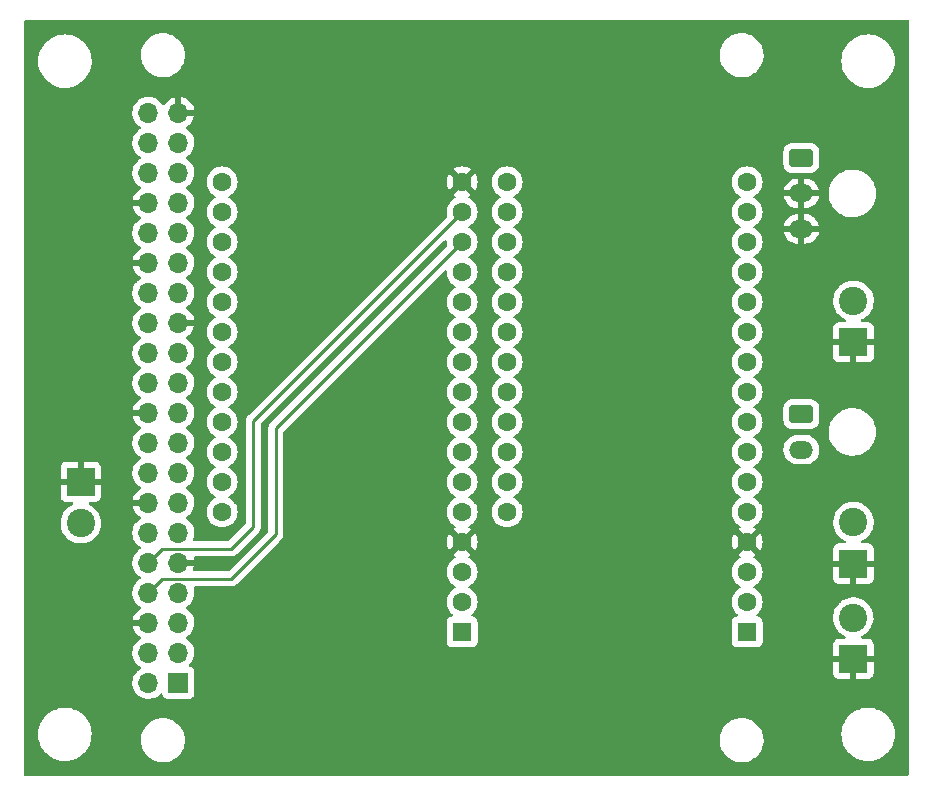
<source format=gbr>
%TF.GenerationSoftware,KiCad,Pcbnew,6.0.2+dfsg-1*%
%TF.CreationDate,2023-08-16T15:29:05+02:00*%
%TF.ProjectId,PiBLDC,5069424c-4443-42e6-9b69-6361645f7063,v01*%
%TF.SameCoordinates,Original*%
%TF.FileFunction,Copper,L2,Bot*%
%TF.FilePolarity,Positive*%
%FSLAX46Y46*%
G04 Gerber Fmt 4.6, Leading zero omitted, Abs format (unit mm)*
G04 Created by KiCad (PCBNEW 6.0.2+dfsg-1) date 2023-08-16 15:29:05*
%MOMM*%
%LPD*%
G01*
G04 APERTURE LIST*
G04 Aperture macros list*
%AMRoundRect*
0 Rectangle with rounded corners*
0 $1 Rounding radius*
0 $2 $3 $4 $5 $6 $7 $8 $9 X,Y pos of 4 corners*
0 Add a 4 corners polygon primitive as box body*
4,1,4,$2,$3,$4,$5,$6,$7,$8,$9,$2,$3,0*
0 Add four circle primitives for the rounded corners*
1,1,$1+$1,$2,$3*
1,1,$1+$1,$4,$5*
1,1,$1+$1,$6,$7*
1,1,$1+$1,$8,$9*
0 Add four rect primitives between the rounded corners*
20,1,$1+$1,$2,$3,$4,$5,0*
20,1,$1+$1,$4,$5,$6,$7,0*
20,1,$1+$1,$6,$7,$8,$9,0*
20,1,$1+$1,$8,$9,$2,$3,0*%
G04 Aperture macros list end*
%TA.AperFunction,ComponentPad*%
%ADD10R,1.700000X1.700000*%
%TD*%
%TA.AperFunction,ComponentPad*%
%ADD11O,1.700000X1.700000*%
%TD*%
%TA.AperFunction,ComponentPad*%
%ADD12R,1.600000X1.600000*%
%TD*%
%TA.AperFunction,ComponentPad*%
%ADD13C,1.600000*%
%TD*%
%TA.AperFunction,ComponentPad*%
%ADD14R,2.400000X2.400000*%
%TD*%
%TA.AperFunction,ComponentPad*%
%ADD15C,2.400000*%
%TD*%
%TA.AperFunction,ComponentPad*%
%ADD16RoundRect,0.250001X-0.759999X0.499999X-0.759999X-0.499999X0.759999X-0.499999X0.759999X0.499999X0*%
%TD*%
%TA.AperFunction,ComponentPad*%
%ADD17O,2.020000X1.500000*%
%TD*%
%TA.AperFunction,Conductor*%
%ADD18C,0.250000*%
%TD*%
G04 APERTURE END LIST*
D10*
%TO.P,J7,1,3V3*%
%TO.N,Net-(A1-Pad2)*%
X123600000Y-111630000D03*
D11*
%TO.P,J7,2,5V*%
%TO.N,Net-(J6-Pad2)*%
X121060000Y-111630000D03*
%TO.P,J7,3,SDA/GPIO2*%
%TO.N,unconnected-(J7-Pad3)*%
X123600000Y-109090000D03*
%TO.P,J7,4,5V*%
%TO.N,unconnected-(J7-Pad4)*%
X121060000Y-109090000D03*
%TO.P,J7,5,SCL/GPIO3*%
%TO.N,unconnected-(J7-Pad5)*%
X123600000Y-106550000D03*
%TO.P,J7,6,GND*%
%TO.N,GND*%
X121060000Y-106550000D03*
%TO.P,J7,7,GCLK0/GPIO4*%
%TO.N,unconnected-(J7-Pad7)*%
X123600000Y-104010000D03*
%TO.P,J7,8,GPIO14/TXD*%
%TO.N,Net-(A1-Pad14)*%
X121060000Y-104010000D03*
%TO.P,J7,9,GND*%
%TO.N,GND*%
X123600000Y-101470000D03*
%TO.P,J7,10,GPIO15/RXD*%
%TO.N,Net-(A1-Pad15)*%
X121060000Y-101470000D03*
%TO.P,J7,11,GPIO17*%
%TO.N,unconnected-(J7-Pad11)*%
X123600000Y-98930000D03*
%TO.P,J7,12,GPIO18/PWM0*%
%TO.N,unconnected-(J7-Pad12)*%
X121060000Y-98930000D03*
%TO.P,J7,13,GPIO27*%
%TO.N,unconnected-(J7-Pad13)*%
X123600000Y-96390000D03*
%TO.P,J7,14,GND*%
%TO.N,GND*%
X121060000Y-96390000D03*
%TO.P,J7,15,GPIO22*%
%TO.N,unconnected-(J7-Pad15)*%
X123600000Y-93850000D03*
%TO.P,J7,16,GPIO23*%
%TO.N,unconnected-(J7-Pad16)*%
X121060000Y-93850000D03*
%TO.P,J7,17,3V3*%
%TO.N,unconnected-(J7-Pad17)*%
X123600000Y-91310000D03*
%TO.P,J7,18,GPIO24*%
%TO.N,unconnected-(J7-Pad18)*%
X121060000Y-91310000D03*
%TO.P,J7,19,MOSI0/GPIO10*%
%TO.N,unconnected-(J7-Pad19)*%
X123600000Y-88770000D03*
%TO.P,J7,20,GND*%
%TO.N,GND*%
X121060000Y-88770000D03*
%TO.P,J7,21,MISO0/GPIO9*%
%TO.N,unconnected-(J7-Pad21)*%
X123600000Y-86230000D03*
%TO.P,J7,22,GPIO25*%
%TO.N,unconnected-(J7-Pad22)*%
X121060000Y-86230000D03*
%TO.P,J7,23,SCLK0/GPIO11*%
%TO.N,unconnected-(J7-Pad23)*%
X123600000Y-83690000D03*
%TO.P,J7,24,~{CE0}/GPIO8*%
%TO.N,unconnected-(J7-Pad24)*%
X121060000Y-83690000D03*
%TO.P,J7,25,GND*%
%TO.N,GND*%
X123600000Y-81150000D03*
%TO.P,J7,26,~{CE1}/GPIO7*%
%TO.N,unconnected-(J7-Pad26)*%
X121060000Y-81150000D03*
%TO.P,J7,27,ID_SD/GPIO0*%
%TO.N,unconnected-(J7-Pad27)*%
X123600000Y-78610000D03*
%TO.P,J7,28,ID_SC/GPIO1*%
%TO.N,unconnected-(J7-Pad28)*%
X121060000Y-78610000D03*
%TO.P,J7,29,GCLK1/GPIO5*%
%TO.N,unconnected-(J7-Pad29)*%
X123600000Y-76070000D03*
%TO.P,J7,30,GND*%
%TO.N,GND*%
X121060000Y-76070000D03*
%TO.P,J7,31,GCLK2/GPIO6*%
%TO.N,unconnected-(J7-Pad31)*%
X123600000Y-73530000D03*
%TO.P,J7,32,PWM0/GPIO12*%
%TO.N,unconnected-(J7-Pad32)*%
X121060000Y-73530000D03*
%TO.P,J7,33,PWM1/GPIO13*%
%TO.N,unconnected-(J7-Pad33)*%
X123600000Y-70990000D03*
%TO.P,J7,34,GND*%
%TO.N,GND*%
X121060000Y-70990000D03*
%TO.P,J7,35,GPIO19/MISO1*%
%TO.N,unconnected-(J7-Pad35)*%
X123600000Y-68450000D03*
%TO.P,J7,36,GPIO16*%
%TO.N,unconnected-(J7-Pad36)*%
X121060000Y-68450000D03*
%TO.P,J7,37,GPIO26*%
%TO.N,unconnected-(J7-Pad37)*%
X123600000Y-65910000D03*
%TO.P,J7,38,GPIO20/MOSI1*%
%TO.N,unconnected-(J7-Pad38)*%
X121060000Y-65910000D03*
%TO.P,J7,39,GND*%
%TO.N,GND*%
X123600000Y-63370000D03*
%TO.P,J7,40,GPIO21/SCLK1*%
%TO.N,unconnected-(J7-Pad40)*%
X121060000Y-63370000D03*
%TD*%
D12*
%TO.P,A2,1*%
%TO.N,unconnected-(A2-Pad1)*%
X171752500Y-107330000D03*
D13*
%TO.P,A2,2,3V3*%
%TO.N,unconnected-(A2-Pad2)*%
X171752500Y-104790000D03*
%TO.P,A2,3*%
%TO.N,unconnected-(A2-Pad3)*%
X171752500Y-102250000D03*
%TO.P,A2,4,GND*%
%TO.N,GND*%
X171752500Y-99710000D03*
%TO.P,A2,5*%
%TO.N,unconnected-(A2-Pad5)*%
X171752500Y-97170000D03*
%TO.P,A2,6*%
%TO.N,unconnected-(A2-Pad6)*%
X171752500Y-94630000D03*
%TO.P,A2,7*%
%TO.N,unconnected-(A2-Pad7)*%
X171752500Y-92090000D03*
%TO.P,A2,8*%
%TO.N,unconnected-(A2-Pad8)*%
X171752500Y-89550000D03*
%TO.P,A2,9*%
%TO.N,unconnected-(A2-Pad9)*%
X171752500Y-87010000D03*
%TO.P,A2,10*%
%TO.N,unconnected-(A2-Pad10)*%
X171752500Y-84470000D03*
%TO.P,A2,11*%
%TO.N,unconnected-(A2-Pad11)*%
X171752500Y-81930000D03*
%TO.P,A2,12*%
%TO.N,unconnected-(A2-Pad12)*%
X171752500Y-79390000D03*
%TO.P,A2,13*%
%TO.N,unconnected-(A2-Pad13)*%
X171752500Y-76850000D03*
%TO.P,A2,14*%
%TO.N,unconnected-(A2-Pad14)*%
X171752500Y-74310000D03*
%TO.P,A2,15*%
%TO.N,unconnected-(A2-Pad15)*%
X171752500Y-71770000D03*
%TO.P,A2,16*%
%TO.N,unconnected-(A2-Pad16)*%
X171752500Y-69230000D03*
%TO.P,A2,17,ENC*%
%TO.N,Net-(A1-Pad17)*%
X151432500Y-69230000D03*
%TO.P,A2,18*%
%TO.N,unconnected-(A2-Pad18)*%
X151432500Y-71770000D03*
%TO.P,A2,19,EN3*%
%TO.N,Net-(A1-Pad19)*%
X151432500Y-74310000D03*
%TO.P,A2,20,IN3*%
%TO.N,Net-(A1-Pad20)*%
X151432500Y-76850000D03*
%TO.P,A2,21*%
%TO.N,unconnected-(A2-Pad21)*%
X151432500Y-79390000D03*
%TO.P,A2,22,EN2*%
%TO.N,Net-(A1-Pad22)*%
X151432500Y-81930000D03*
%TO.P,A2,23,IN2*%
%TO.N,Net-(A1-Pad23)*%
X151432500Y-84470000D03*
%TO.P,A2,24,EN1*%
%TO.N,Net-(A1-Pad24)*%
X151432500Y-87010000D03*
%TO.P,A2,25,IN1*%
%TO.N,Net-(A1-Pad25)*%
X151432500Y-89550000D03*
%TO.P,A2,26*%
%TO.N,unconnected-(A2-Pad26)*%
X151432500Y-92090000D03*
%TO.P,A2,27*%
%TO.N,unconnected-(A2-Pad27)*%
X151432500Y-94630000D03*
%TO.P,A2,28*%
%TO.N,unconnected-(A2-Pad28)*%
X151432500Y-97170000D03*
%TD*%
D14*
%TO.P,J3,1,Pin_1*%
%TO.N,GND*%
X180764000Y-82789000D03*
D15*
%TO.P,J3,2,Pin_2*%
%TO.N,Net-(J1-Pad1)*%
X180764000Y-79289000D03*
%TD*%
D16*
%TO.P,J1,1,Pin_1*%
%TO.N,Net-(J1-Pad1)*%
X176351000Y-67198000D03*
D17*
%TO.P,J1,2,Pin_2*%
%TO.N,GND*%
X176351000Y-70198000D03*
%TO.P,J1,3,Pin_3*%
X176351000Y-73198000D03*
%TD*%
D16*
%TO.P,J2,1,Pin_1*%
%TO.N,Net-(J1-Pad1)*%
X176351000Y-88891000D03*
D17*
%TO.P,J2,2,Pin_2*%
%TO.N,Net-(J2-Pad2)*%
X176351000Y-91891000D03*
%TD*%
D14*
%TO.P,J5,1,Pin_1*%
%TO.N,GND*%
X180750000Y-109616000D03*
D15*
%TO.P,J5,2,Pin_2*%
%TO.N,Net-(J2-Pad2)*%
X180750000Y-106116000D03*
%TD*%
D12*
%TO.P,A1,1,~{RESET}*%
%TO.N,unconnected-(A1-Pad1)*%
X147622500Y-107330000D03*
D13*
%TO.P,A1,2,3V3*%
%TO.N,Net-(A1-Pad2)*%
X147622500Y-104790000D03*
%TO.P,A1,3,AREF*%
%TO.N,unconnected-(A1-Pad3)*%
X147622500Y-102250000D03*
%TO.P,A1,4,GND*%
%TO.N,GND*%
X147622500Y-99710000D03*
%TO.P,A1,5,DAC0/A0*%
%TO.N,unconnected-(A1-Pad5)*%
X147622500Y-97170000D03*
%TO.P,A1,6,A1*%
%TO.N,unconnected-(A1-Pad6)*%
X147622500Y-94630000D03*
%TO.P,A1,7,A2*%
%TO.N,unconnected-(A1-Pad7)*%
X147622500Y-92090000D03*
%TO.P,A1,8,A3*%
%TO.N,unconnected-(A1-Pad8)*%
X147622500Y-89550000D03*
%TO.P,A1,9,A4*%
%TO.N,unconnected-(A1-Pad9)*%
X147622500Y-87010000D03*
%TO.P,A1,10,A5*%
%TO.N,unconnected-(A1-Pad10)*%
X147622500Y-84470000D03*
%TO.P,A1,11,SCK/D24*%
%TO.N,unconnected-(A1-Pad11)*%
X147622500Y-81930000D03*
%TO.P,A1,12,MOSI/D23*%
%TO.N,unconnected-(A1-Pad12)*%
X147622500Y-79390000D03*
%TO.P,A1,13,MISO/D22*%
%TO.N,unconnected-(A1-Pad13)*%
X147622500Y-76850000D03*
%TO.P,A1,14,RX/D0*%
%TO.N,Net-(A1-Pad14)*%
X147622500Y-74310000D03*
%TO.P,A1,15,TX/D1*%
%TO.N,Net-(A1-Pad15)*%
X147622500Y-71770000D03*
%TO.P,A1,16,GND*%
%TO.N,GND*%
X147622500Y-69230000D03*
%TO.P,A1,17,SDA/D20*%
%TO.N,Net-(A1-Pad17)*%
X127302500Y-69230000D03*
%TO.P,A1,18,SCL/D21*%
%TO.N,unconnected-(A1-Pad18)*%
X127302500Y-71770000D03*
%TO.P,A1,19,D5*%
%TO.N,Net-(A1-Pad19)*%
X127302500Y-74310000D03*
%TO.P,A1,20,D6*%
%TO.N,Net-(A1-Pad20)*%
X127302500Y-76850000D03*
%TO.P,A1,21,D9*%
%TO.N,unconnected-(A1-Pad21)*%
X127302500Y-79390000D03*
%TO.P,A1,22,D10*%
%TO.N,Net-(A1-Pad22)*%
X127302500Y-81930000D03*
%TO.P,A1,23,D11*%
%TO.N,Net-(A1-Pad23)*%
X127302500Y-84470000D03*
%TO.P,A1,24,D12*%
%TO.N,Net-(A1-Pad24)*%
X127302500Y-87010000D03*
%TO.P,A1,25,D13*%
%TO.N,Net-(A1-Pad25)*%
X127302500Y-89550000D03*
%TO.P,A1,26,USB*%
%TO.N,unconnected-(A1-Pad26)*%
X127302500Y-92090000D03*
%TO.P,A1,27,EN*%
%TO.N,unconnected-(A1-Pad27)*%
X127302500Y-94630000D03*
%TO.P,A1,28,VBAT*%
%TO.N,unconnected-(A1-Pad28)*%
X127302500Y-97170000D03*
%TD*%
D14*
%TO.P,J4,1,Pin_1*%
%TO.N,GND*%
X180764000Y-101539000D03*
D15*
%TO.P,J4,2,Pin_2*%
%TO.N,Net-(J2-Pad2)*%
X180764000Y-98039000D03*
%TD*%
D14*
%TO.P,J6,1,Pin_1*%
%TO.N,GND*%
X115345000Y-94630000D03*
D15*
%TO.P,J6,2,Pin_2*%
%TO.N,Net-(J6-Pad2)*%
X115345000Y-98130000D03*
%TD*%
D18*
%TO.N,Net-(A1-Pad14)*%
X131855000Y-90077500D02*
X147622500Y-74310000D01*
X122185000Y-102885000D02*
X122330000Y-102885000D01*
X121060000Y-104010000D02*
X122185000Y-102885000D01*
X131855000Y-99075000D02*
X131855000Y-90077500D01*
X122379511Y-102835489D02*
X128094511Y-102835489D01*
X128094511Y-102835489D02*
X131855000Y-99075000D01*
X122330000Y-102885000D02*
X122379511Y-102835489D01*
%TO.N,Net-(A1-Pad15)*%
X122234511Y-100295489D02*
X128094511Y-100295489D01*
X128094511Y-100295489D02*
X129950000Y-98440000D01*
X121060000Y-101470000D02*
X122234511Y-100295489D01*
X129950000Y-89442500D02*
X147622500Y-71770000D01*
X129950000Y-98440000D02*
X129950000Y-89442500D01*
%TD*%
%TA.AperFunction,Conductor*%
%TO.N,GND*%
G36*
X185434121Y-55528002D02*
G01*
X185480614Y-55581658D01*
X185492000Y-55634000D01*
X185492000Y-119366000D01*
X185471998Y-119434121D01*
X185418342Y-119480614D01*
X185366000Y-119492000D01*
X110634000Y-119492000D01*
X110565879Y-119471998D01*
X110519386Y-119418342D01*
X110508000Y-119366000D01*
X110508000Y-116000000D01*
X111737155Y-116000000D01*
X111737425Y-116004119D01*
X111753016Y-116241986D01*
X111756514Y-116295361D01*
X111757316Y-116299394D01*
X111757317Y-116299400D01*
X111813454Y-116581617D01*
X111814260Y-116585667D01*
X111815587Y-116589576D01*
X111815588Y-116589580D01*
X111856052Y-116708784D01*
X111909404Y-116865953D01*
X111951555Y-116951427D01*
X112012793Y-117075604D01*
X112040319Y-117131422D01*
X112204764Y-117377533D01*
X112207478Y-117380627D01*
X112207482Y-117380633D01*
X112392062Y-117591105D01*
X112399927Y-117600073D01*
X112403016Y-117602782D01*
X112619367Y-117792518D01*
X112619373Y-117792522D01*
X112622467Y-117795236D01*
X112868577Y-117959681D01*
X112872276Y-117961505D01*
X112872281Y-117961508D01*
X112898294Y-117974336D01*
X113134047Y-118090596D01*
X113137952Y-118091921D01*
X113137953Y-118091922D01*
X113410420Y-118184412D01*
X113410424Y-118184413D01*
X113414333Y-118185740D01*
X113418377Y-118186544D01*
X113418383Y-118186546D01*
X113700600Y-118242683D01*
X113700606Y-118242684D01*
X113704639Y-118243486D01*
X113708744Y-118243755D01*
X113708751Y-118243756D01*
X113965458Y-118260581D01*
X113991945Y-118262317D01*
X113995881Y-118262575D01*
X114000000Y-118262845D01*
X114004119Y-118262575D01*
X114008056Y-118262317D01*
X114034542Y-118260581D01*
X114291249Y-118243756D01*
X114291256Y-118243755D01*
X114295361Y-118243486D01*
X114299394Y-118242684D01*
X114299400Y-118242683D01*
X114581617Y-118186546D01*
X114581623Y-118186544D01*
X114585667Y-118185740D01*
X114589576Y-118184413D01*
X114589580Y-118184412D01*
X114862047Y-118091922D01*
X114862048Y-118091921D01*
X114865953Y-118090596D01*
X115101706Y-117974336D01*
X115127719Y-117961508D01*
X115127724Y-117961505D01*
X115131423Y-117959681D01*
X115377533Y-117795236D01*
X115380627Y-117792522D01*
X115380633Y-117792518D01*
X115596984Y-117602782D01*
X115600073Y-117600073D01*
X115607938Y-117591105D01*
X115792518Y-117380633D01*
X115792522Y-117380627D01*
X115795236Y-117377533D01*
X115959681Y-117131422D01*
X115987208Y-117075604D01*
X116048445Y-116951427D01*
X116090596Y-116865953D01*
X116143948Y-116708784D01*
X116184412Y-116589580D01*
X116184413Y-116589576D01*
X116185740Y-116585667D01*
X116186546Y-116581617D01*
X116214419Y-116441490D01*
X120428173Y-116441490D01*
X120428348Y-116445941D01*
X120430472Y-116500000D01*
X120433992Y-116589580D01*
X120438503Y-116704407D01*
X120485776Y-116963246D01*
X120487180Y-116967455D01*
X120487182Y-116967462D01*
X120543099Y-117135065D01*
X120569047Y-117212842D01*
X120571039Y-117216829D01*
X120571040Y-117216831D01*
X120648391Y-117371634D01*
X120686656Y-117448215D01*
X120689185Y-117451874D01*
X120791612Y-117600073D01*
X120836256Y-117664668D01*
X120942780Y-117779904D01*
X120960692Y-117799281D01*
X121014863Y-117857883D01*
X121218911Y-118024005D01*
X121222729Y-118026304D01*
X121222731Y-118026305D01*
X121370990Y-118115564D01*
X121444331Y-118159719D01*
X121448426Y-118161453D01*
X121448428Y-118161454D01*
X121682523Y-118260581D01*
X121682530Y-118260583D01*
X121686624Y-118262317D01*
X121940956Y-118329752D01*
X121945380Y-118330276D01*
X121945382Y-118330276D01*
X122097234Y-118348248D01*
X122202253Y-118360678D01*
X122465300Y-118354479D01*
X122469698Y-118353747D01*
X122720459Y-118312009D01*
X122720463Y-118312008D01*
X122724849Y-118311278D01*
X122729090Y-118309937D01*
X122729093Y-118309936D01*
X122971477Y-118233280D01*
X122971479Y-118233279D01*
X122975723Y-118231937D01*
X122979734Y-118230011D01*
X122979739Y-118230009D01*
X123208895Y-118119970D01*
X123208896Y-118119969D01*
X123212914Y-118118040D01*
X123357858Y-118021191D01*
X123427982Y-117974336D01*
X123427986Y-117974333D01*
X123431690Y-117971858D01*
X123435007Y-117968887D01*
X123435011Y-117968884D01*
X123624369Y-117799281D01*
X123624370Y-117799280D01*
X123627687Y-117796309D01*
X123738343Y-117664668D01*
X123794121Y-117598312D01*
X123794123Y-117598309D01*
X123796993Y-117594895D01*
X123936231Y-117371634D01*
X123951372Y-117337387D01*
X124008302Y-117208613D01*
X124042622Y-117130983D01*
X124114043Y-116877741D01*
X124137922Y-116699960D01*
X124148643Y-116620145D01*
X124148644Y-116620137D01*
X124149070Y-116616963D01*
X124152746Y-116500000D01*
X124148919Y-116445941D01*
X124148604Y-116441490D01*
X169428173Y-116441490D01*
X169428348Y-116445941D01*
X169430472Y-116500000D01*
X169433992Y-116589580D01*
X169438503Y-116704407D01*
X169485776Y-116963246D01*
X169487180Y-116967455D01*
X169487182Y-116967462D01*
X169543099Y-117135065D01*
X169569047Y-117212842D01*
X169571039Y-117216829D01*
X169571040Y-117216831D01*
X169648391Y-117371634D01*
X169686656Y-117448215D01*
X169689185Y-117451874D01*
X169791612Y-117600073D01*
X169836256Y-117664668D01*
X169942780Y-117779904D01*
X169960692Y-117799281D01*
X170014863Y-117857883D01*
X170218911Y-118024005D01*
X170222729Y-118026304D01*
X170222731Y-118026305D01*
X170370990Y-118115564D01*
X170444331Y-118159719D01*
X170448426Y-118161453D01*
X170448428Y-118161454D01*
X170682523Y-118260581D01*
X170682530Y-118260583D01*
X170686624Y-118262317D01*
X170940956Y-118329752D01*
X170945380Y-118330276D01*
X170945382Y-118330276D01*
X171097234Y-118348248D01*
X171202253Y-118360678D01*
X171465300Y-118354479D01*
X171469698Y-118353747D01*
X171720459Y-118312009D01*
X171720463Y-118312008D01*
X171724849Y-118311278D01*
X171729090Y-118309937D01*
X171729093Y-118309936D01*
X171971477Y-118233280D01*
X171971479Y-118233279D01*
X171975723Y-118231937D01*
X171979734Y-118230011D01*
X171979739Y-118230009D01*
X172208895Y-118119970D01*
X172208896Y-118119969D01*
X172212914Y-118118040D01*
X172357858Y-118021191D01*
X172427982Y-117974336D01*
X172427986Y-117974333D01*
X172431690Y-117971858D01*
X172435007Y-117968887D01*
X172435011Y-117968884D01*
X172624369Y-117799281D01*
X172624370Y-117799280D01*
X172627687Y-117796309D01*
X172738343Y-117664668D01*
X172794121Y-117598312D01*
X172794123Y-117598309D01*
X172796993Y-117594895D01*
X172936231Y-117371634D01*
X172951372Y-117337387D01*
X173008302Y-117208613D01*
X173042622Y-117130983D01*
X173114043Y-116877741D01*
X173137922Y-116699960D01*
X173148643Y-116620145D01*
X173148644Y-116620137D01*
X173149070Y-116616963D01*
X173152746Y-116500000D01*
X173148919Y-116445941D01*
X173134478Y-116241986D01*
X173134163Y-116237537D01*
X173083022Y-116000000D01*
X179737155Y-116000000D01*
X179737425Y-116004119D01*
X179753016Y-116241986D01*
X179756514Y-116295361D01*
X179757316Y-116299394D01*
X179757317Y-116299400D01*
X179813454Y-116581617D01*
X179814260Y-116585667D01*
X179815587Y-116589576D01*
X179815588Y-116589580D01*
X179856052Y-116708784D01*
X179909404Y-116865953D01*
X179951555Y-116951427D01*
X180012793Y-117075604D01*
X180040319Y-117131422D01*
X180204764Y-117377533D01*
X180207478Y-117380627D01*
X180207482Y-117380633D01*
X180392062Y-117591105D01*
X180399927Y-117600073D01*
X180403016Y-117602782D01*
X180619367Y-117792518D01*
X180619373Y-117792522D01*
X180622467Y-117795236D01*
X180868577Y-117959681D01*
X180872276Y-117961505D01*
X180872281Y-117961508D01*
X180898294Y-117974336D01*
X181134047Y-118090596D01*
X181137952Y-118091921D01*
X181137953Y-118091922D01*
X181410420Y-118184412D01*
X181410424Y-118184413D01*
X181414333Y-118185740D01*
X181418377Y-118186544D01*
X181418383Y-118186546D01*
X181700600Y-118242683D01*
X181700606Y-118242684D01*
X181704639Y-118243486D01*
X181708744Y-118243755D01*
X181708751Y-118243756D01*
X181965458Y-118260581D01*
X181991945Y-118262317D01*
X181995881Y-118262575D01*
X182000000Y-118262845D01*
X182004119Y-118262575D01*
X182008056Y-118262317D01*
X182034542Y-118260581D01*
X182291249Y-118243756D01*
X182291256Y-118243755D01*
X182295361Y-118243486D01*
X182299394Y-118242684D01*
X182299400Y-118242683D01*
X182581617Y-118186546D01*
X182581623Y-118186544D01*
X182585667Y-118185740D01*
X182589576Y-118184413D01*
X182589580Y-118184412D01*
X182862047Y-118091922D01*
X182862048Y-118091921D01*
X182865953Y-118090596D01*
X183101706Y-117974336D01*
X183127719Y-117961508D01*
X183127724Y-117961505D01*
X183131423Y-117959681D01*
X183377533Y-117795236D01*
X183380627Y-117792522D01*
X183380633Y-117792518D01*
X183596984Y-117602782D01*
X183600073Y-117600073D01*
X183607938Y-117591105D01*
X183792518Y-117380633D01*
X183792522Y-117380627D01*
X183795236Y-117377533D01*
X183959681Y-117131422D01*
X183987208Y-117075604D01*
X184048445Y-116951427D01*
X184090596Y-116865953D01*
X184143948Y-116708784D01*
X184184412Y-116589580D01*
X184184413Y-116589576D01*
X184185740Y-116585667D01*
X184186546Y-116581617D01*
X184242683Y-116299400D01*
X184242684Y-116299394D01*
X184243486Y-116295361D01*
X184246985Y-116241986D01*
X184262575Y-116004119D01*
X184262845Y-116000000D01*
X184257618Y-115920247D01*
X184243756Y-115708751D01*
X184243755Y-115708744D01*
X184243486Y-115704639D01*
X184242407Y-115699210D01*
X184186546Y-115418383D01*
X184186544Y-115418377D01*
X184185740Y-115414333D01*
X184129905Y-115249846D01*
X184091922Y-115137953D01*
X184091921Y-115137952D01*
X184090596Y-115134047D01*
X183995359Y-114940925D01*
X183961508Y-114872282D01*
X183961505Y-114872277D01*
X183959681Y-114868578D01*
X183795236Y-114622467D01*
X183792522Y-114619373D01*
X183792518Y-114619367D01*
X183602782Y-114403016D01*
X183600073Y-114399927D01*
X183596984Y-114397218D01*
X183380633Y-114207482D01*
X183380627Y-114207478D01*
X183377533Y-114204764D01*
X183131423Y-114040319D01*
X183127724Y-114038495D01*
X183127719Y-114038492D01*
X182991574Y-113971353D01*
X182865953Y-113909404D01*
X182862047Y-113908078D01*
X182589580Y-113815588D01*
X182589576Y-113815587D01*
X182585667Y-113814260D01*
X182581623Y-113813456D01*
X182581617Y-113813454D01*
X182299400Y-113757317D01*
X182299394Y-113757316D01*
X182295361Y-113756514D01*
X182291256Y-113756245D01*
X182291249Y-113756244D01*
X182004119Y-113737425D01*
X182000000Y-113737155D01*
X181995881Y-113737425D01*
X181708751Y-113756244D01*
X181708744Y-113756245D01*
X181704639Y-113756514D01*
X181700606Y-113757316D01*
X181700600Y-113757317D01*
X181418383Y-113813454D01*
X181418377Y-113813456D01*
X181414333Y-113814260D01*
X181410424Y-113815587D01*
X181410420Y-113815588D01*
X181137953Y-113908078D01*
X181134047Y-113909404D01*
X181008558Y-113971288D01*
X180872282Y-114038492D01*
X180872277Y-114038495D01*
X180868578Y-114040319D01*
X180622467Y-114204764D01*
X180619373Y-114207478D01*
X180619367Y-114207482D01*
X180403016Y-114397218D01*
X180399927Y-114399927D01*
X180397218Y-114403016D01*
X180207482Y-114619367D01*
X180207478Y-114619373D01*
X180204764Y-114622467D01*
X180040319Y-114868578D01*
X180038495Y-114872277D01*
X180038492Y-114872282D01*
X180004641Y-114940925D01*
X179909404Y-115134047D01*
X179908079Y-115137952D01*
X179908078Y-115137953D01*
X179870096Y-115249846D01*
X179814260Y-115414333D01*
X179813456Y-115418377D01*
X179813454Y-115418383D01*
X179757594Y-115699210D01*
X179756514Y-115704639D01*
X179756245Y-115708744D01*
X179756244Y-115708751D01*
X179742382Y-115920247D01*
X179737155Y-116000000D01*
X173083022Y-116000000D01*
X173078783Y-115980310D01*
X173059747Y-115928709D01*
X172989254Y-115737630D01*
X172987713Y-115733453D01*
X172862768Y-115501891D01*
X172706443Y-115290243D01*
X172521856Y-115102734D01*
X172518316Y-115100033D01*
X172518310Y-115100027D01*
X172316230Y-114945805D01*
X172312690Y-114943103D01*
X172083119Y-114814537D01*
X172078974Y-114812933D01*
X172078971Y-114812932D01*
X171841865Y-114721203D01*
X171837722Y-114719600D01*
X171833397Y-114718597D01*
X171833392Y-114718596D01*
X171730645Y-114694781D01*
X171581398Y-114660187D01*
X171319259Y-114637484D01*
X171314824Y-114637728D01*
X171314820Y-114637728D01*
X171199104Y-114644096D01*
X171056536Y-114651942D01*
X170798472Y-114703275D01*
X170682965Y-114743838D01*
X170554421Y-114788978D01*
X170554413Y-114788981D01*
X170550214Y-114790456D01*
X170546261Y-114792509D01*
X170546255Y-114792512D01*
X170503856Y-114814537D01*
X170316718Y-114911748D01*
X170313103Y-114914331D01*
X170313097Y-114914335D01*
X170178113Y-115010797D01*
X170102641Y-115064730D01*
X169912255Y-115246349D01*
X169749359Y-115452981D01*
X169617203Y-115680505D01*
X169615535Y-115684622D01*
X169615532Y-115684629D01*
X169538719Y-115874272D01*
X169518423Y-115924380D01*
X169454992Y-116179740D01*
X169428173Y-116441490D01*
X124148604Y-116441490D01*
X124134478Y-116241986D01*
X124134163Y-116237537D01*
X124078783Y-115980310D01*
X124059747Y-115928709D01*
X123989254Y-115737630D01*
X123987713Y-115733453D01*
X123862768Y-115501891D01*
X123706443Y-115290243D01*
X123521856Y-115102734D01*
X123518316Y-115100033D01*
X123518310Y-115100027D01*
X123316230Y-114945805D01*
X123312690Y-114943103D01*
X123083119Y-114814537D01*
X123078974Y-114812933D01*
X123078971Y-114812932D01*
X122841865Y-114721203D01*
X122837722Y-114719600D01*
X122833397Y-114718597D01*
X122833392Y-114718596D01*
X122730645Y-114694781D01*
X122581398Y-114660187D01*
X122319259Y-114637484D01*
X122314824Y-114637728D01*
X122314820Y-114637728D01*
X122199104Y-114644096D01*
X122056536Y-114651942D01*
X121798472Y-114703275D01*
X121682965Y-114743838D01*
X121554421Y-114788978D01*
X121554413Y-114788981D01*
X121550214Y-114790456D01*
X121546261Y-114792509D01*
X121546255Y-114792512D01*
X121503856Y-114814537D01*
X121316718Y-114911748D01*
X121313103Y-114914331D01*
X121313097Y-114914335D01*
X121178113Y-115010797D01*
X121102641Y-115064730D01*
X120912255Y-115246349D01*
X120749359Y-115452981D01*
X120617203Y-115680505D01*
X120615535Y-115684622D01*
X120615532Y-115684629D01*
X120538719Y-115874272D01*
X120518423Y-115924380D01*
X120454992Y-116179740D01*
X120428173Y-116441490D01*
X116214419Y-116441490D01*
X116242683Y-116299400D01*
X116242684Y-116299394D01*
X116243486Y-116295361D01*
X116246985Y-116241986D01*
X116262575Y-116004119D01*
X116262845Y-116000000D01*
X116257618Y-115920247D01*
X116243756Y-115708751D01*
X116243755Y-115708744D01*
X116243486Y-115704639D01*
X116242407Y-115699210D01*
X116186546Y-115418383D01*
X116186544Y-115418377D01*
X116185740Y-115414333D01*
X116129905Y-115249846D01*
X116091922Y-115137953D01*
X116091921Y-115137952D01*
X116090596Y-115134047D01*
X115995359Y-114940925D01*
X115961508Y-114872282D01*
X115961505Y-114872277D01*
X115959681Y-114868578D01*
X115795236Y-114622467D01*
X115792522Y-114619373D01*
X115792518Y-114619367D01*
X115602782Y-114403016D01*
X115600073Y-114399927D01*
X115596984Y-114397218D01*
X115380633Y-114207482D01*
X115380627Y-114207478D01*
X115377533Y-114204764D01*
X115131423Y-114040319D01*
X115127724Y-114038495D01*
X115127719Y-114038492D01*
X114991574Y-113971353D01*
X114865953Y-113909404D01*
X114862047Y-113908078D01*
X114589580Y-113815588D01*
X114589576Y-113815587D01*
X114585667Y-113814260D01*
X114581623Y-113813456D01*
X114581617Y-113813454D01*
X114299400Y-113757317D01*
X114299394Y-113757316D01*
X114295361Y-113756514D01*
X114291256Y-113756245D01*
X114291249Y-113756244D01*
X114004119Y-113737425D01*
X114000000Y-113737155D01*
X113995881Y-113737425D01*
X113708751Y-113756244D01*
X113708744Y-113756245D01*
X113704639Y-113756514D01*
X113700606Y-113757316D01*
X113700600Y-113757317D01*
X113418383Y-113813454D01*
X113418377Y-113813456D01*
X113414333Y-113814260D01*
X113410424Y-113815587D01*
X113410420Y-113815588D01*
X113137953Y-113908078D01*
X113134047Y-113909404D01*
X113008558Y-113971288D01*
X112872282Y-114038492D01*
X112872277Y-114038495D01*
X112868578Y-114040319D01*
X112622467Y-114204764D01*
X112619373Y-114207478D01*
X112619367Y-114207482D01*
X112403016Y-114397218D01*
X112399927Y-114399927D01*
X112397218Y-114403016D01*
X112207482Y-114619367D01*
X112207478Y-114619373D01*
X112204764Y-114622467D01*
X112040319Y-114868578D01*
X112038495Y-114872277D01*
X112038492Y-114872282D01*
X112004641Y-114940925D01*
X111909404Y-115134047D01*
X111908079Y-115137952D01*
X111908078Y-115137953D01*
X111870096Y-115249846D01*
X111814260Y-115414333D01*
X111813456Y-115418377D01*
X111813454Y-115418383D01*
X111757594Y-115699210D01*
X111756514Y-115704639D01*
X111756245Y-115708744D01*
X111756244Y-115708751D01*
X111742382Y-115920247D01*
X111737155Y-116000000D01*
X110508000Y-116000000D01*
X110508000Y-111596695D01*
X119697251Y-111596695D01*
X119710110Y-111819715D01*
X119711247Y-111824761D01*
X119711248Y-111824767D01*
X119735304Y-111931508D01*
X119759222Y-112037639D01*
X119843266Y-112244616D01*
X119959987Y-112435088D01*
X120106250Y-112603938D01*
X120278126Y-112746632D01*
X120471000Y-112859338D01*
X120679692Y-112939030D01*
X120684760Y-112940061D01*
X120684763Y-112940062D01*
X120792017Y-112961883D01*
X120898597Y-112983567D01*
X120903772Y-112983757D01*
X120903774Y-112983757D01*
X121116673Y-112991564D01*
X121116677Y-112991564D01*
X121121837Y-112991753D01*
X121126957Y-112991097D01*
X121126959Y-112991097D01*
X121338288Y-112964025D01*
X121338289Y-112964025D01*
X121343416Y-112963368D01*
X121348366Y-112961883D01*
X121552429Y-112900661D01*
X121552434Y-112900659D01*
X121557384Y-112899174D01*
X121757994Y-112800896D01*
X121939860Y-112671173D01*
X122048091Y-112563319D01*
X122110462Y-112529404D01*
X122181268Y-112534592D01*
X122238030Y-112577238D01*
X122255012Y-112608341D01*
X122299385Y-112726705D01*
X122386739Y-112843261D01*
X122503295Y-112930615D01*
X122639684Y-112981745D01*
X122701866Y-112988500D01*
X124498134Y-112988500D01*
X124560316Y-112981745D01*
X124696705Y-112930615D01*
X124813261Y-112843261D01*
X124900615Y-112726705D01*
X124951745Y-112590316D01*
X124958500Y-112528134D01*
X124958500Y-110860669D01*
X179042001Y-110860669D01*
X179042371Y-110867490D01*
X179047895Y-110918352D01*
X179051521Y-110933604D01*
X179096676Y-111054054D01*
X179105214Y-111069649D01*
X179181715Y-111171724D01*
X179194276Y-111184285D01*
X179296351Y-111260786D01*
X179311946Y-111269324D01*
X179432394Y-111314478D01*
X179447649Y-111318105D01*
X179498514Y-111323631D01*
X179505328Y-111324000D01*
X180477885Y-111324000D01*
X180493124Y-111319525D01*
X180494329Y-111318135D01*
X180496000Y-111310452D01*
X180496000Y-111305884D01*
X181004000Y-111305884D01*
X181008475Y-111321123D01*
X181009865Y-111322328D01*
X181017548Y-111323999D01*
X181994669Y-111323999D01*
X182001490Y-111323629D01*
X182052352Y-111318105D01*
X182067604Y-111314479D01*
X182188054Y-111269324D01*
X182203649Y-111260786D01*
X182305724Y-111184285D01*
X182318285Y-111171724D01*
X182394786Y-111069649D01*
X182403324Y-111054054D01*
X182448478Y-110933606D01*
X182452105Y-110918351D01*
X182457631Y-110867486D01*
X182458000Y-110860672D01*
X182458000Y-109888115D01*
X182453525Y-109872876D01*
X182452135Y-109871671D01*
X182444452Y-109870000D01*
X181022115Y-109870000D01*
X181006876Y-109874475D01*
X181005671Y-109875865D01*
X181004000Y-109883548D01*
X181004000Y-111305884D01*
X180496000Y-111305884D01*
X180496000Y-109888115D01*
X180491525Y-109872876D01*
X180490135Y-109871671D01*
X180482452Y-109870000D01*
X179060116Y-109870000D01*
X179044877Y-109874475D01*
X179043672Y-109875865D01*
X179042001Y-109883548D01*
X179042001Y-110860669D01*
X124958500Y-110860669D01*
X124958500Y-110731866D01*
X124951745Y-110669684D01*
X124900615Y-110533295D01*
X124813261Y-110416739D01*
X124696705Y-110329385D01*
X124669905Y-110319338D01*
X124578203Y-110284960D01*
X124521439Y-110242318D01*
X124496739Y-110175756D01*
X124511947Y-110106408D01*
X124533493Y-110077727D01*
X124634435Y-109977137D01*
X124638096Y-109973489D01*
X124697594Y-109890689D01*
X124765435Y-109796277D01*
X124768453Y-109792077D01*
X124789320Y-109749857D01*
X124865136Y-109596453D01*
X124865137Y-109596451D01*
X124867430Y-109591811D01*
X124932370Y-109378069D01*
X124961529Y-109156590D01*
X124963156Y-109090000D01*
X124944852Y-108867361D01*
X124890431Y-108650702D01*
X124801354Y-108445840D01*
X124680014Y-108258277D01*
X124529670Y-108093051D01*
X124525619Y-108089852D01*
X124525615Y-108089848D01*
X124358414Y-107957800D01*
X124358410Y-107957798D01*
X124354359Y-107954598D01*
X124313053Y-107931796D01*
X124263084Y-107881364D01*
X124248312Y-107811921D01*
X124273428Y-107745516D01*
X124300780Y-107718909D01*
X124368657Y-107670493D01*
X124479860Y-107591173D01*
X124504933Y-107566188D01*
X124634435Y-107437137D01*
X124638096Y-107433489D01*
X124704534Y-107341031D01*
X124765435Y-107256277D01*
X124768453Y-107252077D01*
X124776260Y-107236282D01*
X124865136Y-107056453D01*
X124865137Y-107056451D01*
X124867430Y-107051811D01*
X124932370Y-106838069D01*
X124961529Y-106616590D01*
X124961611Y-106613240D01*
X124963074Y-106553365D01*
X124963074Y-106553361D01*
X124963156Y-106550000D01*
X124944852Y-106327361D01*
X124890431Y-106110702D01*
X124801354Y-105905840D01*
X124734754Y-105802892D01*
X124682822Y-105722617D01*
X124682820Y-105722614D01*
X124680014Y-105718277D01*
X124529670Y-105553051D01*
X124525619Y-105549852D01*
X124525615Y-105549848D01*
X124358414Y-105417800D01*
X124358410Y-105417798D01*
X124354359Y-105414598D01*
X124313053Y-105391796D01*
X124263084Y-105341364D01*
X124248312Y-105271921D01*
X124273428Y-105205516D01*
X124300780Y-105178909D01*
X124344603Y-105147650D01*
X124479860Y-105051173D01*
X124638096Y-104893489D01*
X124697594Y-104810689D01*
X124712460Y-104790000D01*
X146309002Y-104790000D01*
X146328957Y-105018087D01*
X146388216Y-105239243D01*
X146390539Y-105244224D01*
X146390539Y-105244225D01*
X146482651Y-105441762D01*
X146482654Y-105441767D01*
X146484977Y-105446749D01*
X146488134Y-105451257D01*
X146599797Y-105610728D01*
X146616302Y-105634300D01*
X146778200Y-105796198D01*
X146782711Y-105799357D01*
X146786924Y-105802892D01*
X146785973Y-105804026D01*
X146825971Y-105854071D01*
X146833276Y-105924690D01*
X146801242Y-105988049D01*
X146740038Y-106024030D01*
X146722983Y-106027082D01*
X146712184Y-106028255D01*
X146575795Y-106079385D01*
X146459239Y-106166739D01*
X146371885Y-106283295D01*
X146320755Y-106419684D01*
X146314000Y-106481866D01*
X146314000Y-108178134D01*
X146320755Y-108240316D01*
X146371885Y-108376705D01*
X146459239Y-108493261D01*
X146575795Y-108580615D01*
X146712184Y-108631745D01*
X146774366Y-108638500D01*
X148470634Y-108638500D01*
X148532816Y-108631745D01*
X148669205Y-108580615D01*
X148785761Y-108493261D01*
X148873115Y-108376705D01*
X148924245Y-108240316D01*
X148931000Y-108178134D01*
X148931000Y-106481866D01*
X148924245Y-106419684D01*
X148873115Y-106283295D01*
X148785761Y-106166739D01*
X148669205Y-106079385D01*
X148532816Y-106028255D01*
X148522026Y-106027083D01*
X148519894Y-106026197D01*
X148517278Y-106025575D01*
X148517379Y-106025152D01*
X148456465Y-105999845D01*
X148416037Y-105941483D01*
X148413578Y-105870529D01*
X148449871Y-105809510D01*
X148458531Y-105802511D01*
X148462293Y-105799354D01*
X148466800Y-105796198D01*
X148628698Y-105634300D01*
X148645204Y-105610728D01*
X148756866Y-105451257D01*
X148760023Y-105446749D01*
X148762346Y-105441767D01*
X148762349Y-105441762D01*
X148854461Y-105244225D01*
X148854461Y-105244224D01*
X148856784Y-105239243D01*
X148916043Y-105018087D01*
X148935998Y-104790000D01*
X170439002Y-104790000D01*
X170458957Y-105018087D01*
X170518216Y-105239243D01*
X170520539Y-105244224D01*
X170520539Y-105244225D01*
X170612651Y-105441762D01*
X170612654Y-105441767D01*
X170614977Y-105446749D01*
X170618134Y-105451257D01*
X170729797Y-105610728D01*
X170746302Y-105634300D01*
X170908200Y-105796198D01*
X170912711Y-105799357D01*
X170916924Y-105802892D01*
X170915973Y-105804026D01*
X170955971Y-105854071D01*
X170963276Y-105924690D01*
X170931242Y-105988049D01*
X170870038Y-106024030D01*
X170852983Y-106027082D01*
X170842184Y-106028255D01*
X170705795Y-106079385D01*
X170589239Y-106166739D01*
X170501885Y-106283295D01*
X170450755Y-106419684D01*
X170444000Y-106481866D01*
X170444000Y-108178134D01*
X170450755Y-108240316D01*
X170501885Y-108376705D01*
X170589239Y-108493261D01*
X170705795Y-108580615D01*
X170842184Y-108631745D01*
X170904366Y-108638500D01*
X172600634Y-108638500D01*
X172662816Y-108631745D01*
X172799205Y-108580615D01*
X172915761Y-108493261D01*
X173003115Y-108376705D01*
X173054245Y-108240316D01*
X173061000Y-108178134D01*
X173061000Y-106481866D01*
X173054245Y-106419684D01*
X173003115Y-106283295D01*
X172915761Y-106166739D01*
X172799205Y-106079385D01*
X172777241Y-106071151D01*
X179037296Y-106071151D01*
X179037520Y-106075817D01*
X179037520Y-106075822D01*
X179039196Y-106110702D01*
X179049480Y-106324798D01*
X179058403Y-106369658D01*
X179094276Y-106550000D01*
X179099021Y-106573857D01*
X179100600Y-106578255D01*
X179100602Y-106578262D01*
X179145022Y-106701980D01*
X179184831Y-106812858D01*
X179305025Y-107036551D01*
X179307820Y-107040294D01*
X179307822Y-107040297D01*
X179454171Y-107236282D01*
X179454176Y-107236288D01*
X179456963Y-107240020D01*
X179460272Y-107243300D01*
X179460277Y-107243306D01*
X179633990Y-107415509D01*
X179637307Y-107418797D01*
X179641069Y-107421555D01*
X179641072Y-107421558D01*
X179838323Y-107566188D01*
X179842094Y-107568953D01*
X179846229Y-107571129D01*
X179846233Y-107571131D01*
X180035089Y-107670493D01*
X180086061Y-107719912D01*
X180102224Y-107789045D01*
X180078445Y-107855941D01*
X180022274Y-107899361D01*
X179976421Y-107908001D01*
X179505331Y-107908001D01*
X179498510Y-107908371D01*
X179447648Y-107913895D01*
X179432396Y-107917521D01*
X179311946Y-107962676D01*
X179296351Y-107971214D01*
X179194276Y-108047715D01*
X179181715Y-108060276D01*
X179105214Y-108162351D01*
X179096676Y-108177946D01*
X179051522Y-108298394D01*
X179047895Y-108313649D01*
X179042369Y-108364514D01*
X179042000Y-108371328D01*
X179042000Y-109343885D01*
X179046475Y-109359124D01*
X179047865Y-109360329D01*
X179055548Y-109362000D01*
X182439884Y-109362000D01*
X182455123Y-109357525D01*
X182456328Y-109356135D01*
X182457999Y-109348452D01*
X182457999Y-108371331D01*
X182457629Y-108364510D01*
X182452105Y-108313648D01*
X182448479Y-108298396D01*
X182403324Y-108177946D01*
X182394786Y-108162351D01*
X182318285Y-108060276D01*
X182305724Y-108047715D01*
X182203649Y-107971214D01*
X182188054Y-107962676D01*
X182067606Y-107917522D01*
X182052351Y-107913895D01*
X182001486Y-107908369D01*
X181994672Y-107908000D01*
X181519799Y-107908000D01*
X181451678Y-107887998D01*
X181405185Y-107834342D01*
X181395081Y-107764068D01*
X181424575Y-107699488D01*
X181470061Y-107666233D01*
X181541110Y-107635708D01*
X181545090Y-107633245D01*
X181545094Y-107633243D01*
X181753064Y-107504547D01*
X181753066Y-107504545D01*
X181757047Y-107502082D01*
X181760624Y-107499054D01*
X181947289Y-107341031D01*
X181947291Y-107341029D01*
X181950862Y-107338006D01*
X182118295Y-107147084D01*
X182255669Y-106933512D01*
X182359967Y-106701980D01*
X182428896Y-106457575D01*
X182445204Y-106329386D01*
X182460545Y-106208798D01*
X182460545Y-106208792D01*
X182460943Y-106205667D01*
X182463291Y-106116000D01*
X182456977Y-106031029D01*
X182444818Y-105867411D01*
X182444817Y-105867407D01*
X182444472Y-105862759D01*
X182442507Y-105854071D01*
X182389459Y-105619639D01*
X182388428Y-105615082D01*
X182370138Y-105568050D01*
X182298084Y-105382762D01*
X182298083Y-105382760D01*
X182296391Y-105378409D01*
X182283966Y-105356669D01*
X182172702Y-105161997D01*
X182172700Y-105161995D01*
X182170383Y-105157940D01*
X182013171Y-104958517D01*
X181860701Y-104815088D01*
X181831610Y-104787722D01*
X181831608Y-104787720D01*
X181828209Y-104784523D01*
X181725149Y-104713028D01*
X181623393Y-104642437D01*
X181623390Y-104642435D01*
X181619561Y-104639779D01*
X181615384Y-104637719D01*
X181615377Y-104637715D01*
X181395996Y-104529528D01*
X181395992Y-104529527D01*
X181391810Y-104527464D01*
X181149960Y-104450047D01*
X181145355Y-104449297D01*
X180903935Y-104409980D01*
X180903934Y-104409980D01*
X180899323Y-104409229D01*
X180772365Y-104407567D01*
X180650083Y-104405966D01*
X180650080Y-104405966D01*
X180645406Y-104405905D01*
X180393787Y-104440149D01*
X180149993Y-104511208D01*
X180145740Y-104513168D01*
X180145739Y-104513169D01*
X180117818Y-104526041D01*
X179919380Y-104617522D01*
X179915471Y-104620085D01*
X179710928Y-104754189D01*
X179710923Y-104754193D01*
X179707015Y-104756755D01*
X179612289Y-104841301D01*
X179558520Y-104889292D01*
X179517562Y-104925848D01*
X179355183Y-105121087D01*
X179223447Y-105338182D01*
X179221638Y-105342496D01*
X179221637Y-105342498D01*
X179131744Y-105556870D01*
X179125246Y-105572365D01*
X179124095Y-105576897D01*
X179124094Y-105576900D01*
X179095696Y-105688717D01*
X179062738Y-105818490D01*
X179037296Y-106071151D01*
X172777241Y-106071151D01*
X172662816Y-106028255D01*
X172652026Y-106027083D01*
X172649894Y-106026197D01*
X172647278Y-106025575D01*
X172647379Y-106025152D01*
X172586465Y-105999845D01*
X172546037Y-105941483D01*
X172543578Y-105870529D01*
X172579871Y-105809510D01*
X172588531Y-105802511D01*
X172592293Y-105799354D01*
X172596800Y-105796198D01*
X172758698Y-105634300D01*
X172775204Y-105610728D01*
X172886866Y-105451257D01*
X172890023Y-105446749D01*
X172892346Y-105441767D01*
X172892349Y-105441762D01*
X172984461Y-105244225D01*
X172984461Y-105244224D01*
X172986784Y-105239243D01*
X173046043Y-105018087D01*
X173065998Y-104790000D01*
X173063090Y-104756755D01*
X173046522Y-104567393D01*
X173046043Y-104561913D01*
X173044619Y-104556598D01*
X172988207Y-104346067D01*
X172988206Y-104346065D01*
X172986784Y-104340757D01*
X172984461Y-104335775D01*
X172892349Y-104138238D01*
X172892346Y-104138233D01*
X172890023Y-104133251D01*
X172806078Y-104013365D01*
X172761857Y-103950211D01*
X172761855Y-103950208D01*
X172758698Y-103945700D01*
X172596800Y-103783802D01*
X172592292Y-103780645D01*
X172592289Y-103780643D01*
X172514111Y-103725902D01*
X172409249Y-103652477D01*
X172404267Y-103650154D01*
X172404262Y-103650151D01*
X172370043Y-103634195D01*
X172316758Y-103587278D01*
X172297297Y-103519001D01*
X172317839Y-103451041D01*
X172370043Y-103405805D01*
X172404262Y-103389849D01*
X172404267Y-103389846D01*
X172409249Y-103387523D01*
X172588063Y-103262316D01*
X172592289Y-103259357D01*
X172592292Y-103259355D01*
X172596800Y-103256198D01*
X172758698Y-103094300D01*
X172890023Y-102906749D01*
X172892346Y-102901767D01*
X172892349Y-102901762D01*
X172947416Y-102783669D01*
X179056001Y-102783669D01*
X179056371Y-102790490D01*
X179061895Y-102841352D01*
X179065521Y-102856604D01*
X179110676Y-102977054D01*
X179119214Y-102992649D01*
X179195715Y-103094724D01*
X179208276Y-103107285D01*
X179310351Y-103183786D01*
X179325946Y-103192324D01*
X179446394Y-103237478D01*
X179461649Y-103241105D01*
X179512514Y-103246631D01*
X179519328Y-103247000D01*
X180491885Y-103247000D01*
X180507124Y-103242525D01*
X180508329Y-103241135D01*
X180510000Y-103233452D01*
X180510000Y-103228884D01*
X181018000Y-103228884D01*
X181022475Y-103244123D01*
X181023865Y-103245328D01*
X181031548Y-103246999D01*
X182008669Y-103246999D01*
X182015490Y-103246629D01*
X182066352Y-103241105D01*
X182081604Y-103237479D01*
X182202054Y-103192324D01*
X182217649Y-103183786D01*
X182319724Y-103107285D01*
X182332285Y-103094724D01*
X182408786Y-102992649D01*
X182417324Y-102977054D01*
X182462478Y-102856606D01*
X182466105Y-102841351D01*
X182471631Y-102790486D01*
X182472000Y-102783672D01*
X182472000Y-101811115D01*
X182467525Y-101795876D01*
X182466135Y-101794671D01*
X182458452Y-101793000D01*
X181036115Y-101793000D01*
X181020876Y-101797475D01*
X181019671Y-101798865D01*
X181018000Y-101806548D01*
X181018000Y-103228884D01*
X180510000Y-103228884D01*
X180510000Y-101811115D01*
X180505525Y-101795876D01*
X180504135Y-101794671D01*
X180496452Y-101793000D01*
X179074116Y-101793000D01*
X179058877Y-101797475D01*
X179057672Y-101798865D01*
X179056001Y-101806548D01*
X179056001Y-102783669D01*
X172947416Y-102783669D01*
X172984461Y-102704225D01*
X172984461Y-102704224D01*
X172986784Y-102699243D01*
X173046043Y-102478087D01*
X173065998Y-102250000D01*
X173046043Y-102021913D01*
X173007385Y-101877639D01*
X172988207Y-101806067D01*
X172988206Y-101806065D01*
X172986784Y-101800757D01*
X172969136Y-101762910D01*
X172892349Y-101598238D01*
X172892346Y-101598233D01*
X172890023Y-101593251D01*
X172816598Y-101488389D01*
X172761857Y-101410211D01*
X172761855Y-101410208D01*
X172758698Y-101405700D01*
X172596800Y-101243802D01*
X172592292Y-101240645D01*
X172592289Y-101240643D01*
X172514111Y-101185902D01*
X172409249Y-101112477D01*
X172404267Y-101110154D01*
X172404262Y-101110151D01*
X172369451Y-101093919D01*
X172316166Y-101047002D01*
X172296705Y-100978725D01*
X172317247Y-100910765D01*
X172369451Y-100865529D01*
X172404011Y-100849414D01*
X172413506Y-100843931D01*
X172465548Y-100807491D01*
X172473924Y-100797012D01*
X172466856Y-100783566D01*
X171765312Y-100082022D01*
X171751368Y-100074408D01*
X171749535Y-100074539D01*
X171742920Y-100078790D01*
X171037423Y-100784287D01*
X171030993Y-100796062D01*
X171040289Y-100808077D01*
X171091494Y-100843931D01*
X171100989Y-100849414D01*
X171135549Y-100865529D01*
X171188834Y-100912446D01*
X171208295Y-100980723D01*
X171187753Y-101048683D01*
X171135549Y-101093919D01*
X171100738Y-101110151D01*
X171100733Y-101110154D01*
X171095751Y-101112477D01*
X170990889Y-101185902D01*
X170912711Y-101240643D01*
X170912708Y-101240645D01*
X170908200Y-101243802D01*
X170746302Y-101405700D01*
X170743145Y-101410208D01*
X170743143Y-101410211D01*
X170688402Y-101488389D01*
X170614977Y-101593251D01*
X170612654Y-101598233D01*
X170612651Y-101598238D01*
X170535864Y-101762910D01*
X170518216Y-101800757D01*
X170516794Y-101806065D01*
X170516793Y-101806067D01*
X170497615Y-101877639D01*
X170458957Y-102021913D01*
X170439002Y-102250000D01*
X170458957Y-102478087D01*
X170518216Y-102699243D01*
X170520539Y-102704224D01*
X170520539Y-102704225D01*
X170612651Y-102901762D01*
X170612654Y-102901767D01*
X170614977Y-102906749D01*
X170746302Y-103094300D01*
X170908200Y-103256198D01*
X170912708Y-103259355D01*
X170912711Y-103259357D01*
X170916937Y-103262316D01*
X171095751Y-103387523D01*
X171100733Y-103389846D01*
X171100738Y-103389849D01*
X171134957Y-103405805D01*
X171188242Y-103452722D01*
X171207703Y-103520999D01*
X171187161Y-103588959D01*
X171134957Y-103634195D01*
X171100738Y-103650151D01*
X171100733Y-103650154D01*
X171095751Y-103652477D01*
X170990889Y-103725902D01*
X170912711Y-103780643D01*
X170912708Y-103780645D01*
X170908200Y-103783802D01*
X170746302Y-103945700D01*
X170743145Y-103950208D01*
X170743143Y-103950211D01*
X170698922Y-104013365D01*
X170614977Y-104133251D01*
X170612654Y-104138233D01*
X170612651Y-104138238D01*
X170520539Y-104335775D01*
X170518216Y-104340757D01*
X170516794Y-104346065D01*
X170516793Y-104346067D01*
X170460381Y-104556598D01*
X170458957Y-104561913D01*
X170458478Y-104567393D01*
X170441911Y-104756755D01*
X170439002Y-104790000D01*
X148935998Y-104790000D01*
X148933090Y-104756755D01*
X148916522Y-104567393D01*
X148916043Y-104561913D01*
X148914619Y-104556598D01*
X148858207Y-104346067D01*
X148858206Y-104346065D01*
X148856784Y-104340757D01*
X148854461Y-104335775D01*
X148762349Y-104138238D01*
X148762346Y-104138233D01*
X148760023Y-104133251D01*
X148676078Y-104013365D01*
X148631857Y-103950211D01*
X148631855Y-103950208D01*
X148628698Y-103945700D01*
X148466800Y-103783802D01*
X148462292Y-103780645D01*
X148462289Y-103780643D01*
X148384111Y-103725902D01*
X148279249Y-103652477D01*
X148274267Y-103650154D01*
X148274262Y-103650151D01*
X148240043Y-103634195D01*
X148186758Y-103587278D01*
X148167297Y-103519001D01*
X148187839Y-103451041D01*
X148240043Y-103405805D01*
X148274262Y-103389849D01*
X148274267Y-103389846D01*
X148279249Y-103387523D01*
X148458063Y-103262316D01*
X148462289Y-103259357D01*
X148462292Y-103259355D01*
X148466800Y-103256198D01*
X148628698Y-103094300D01*
X148760023Y-102906749D01*
X148762346Y-102901767D01*
X148762349Y-102901762D01*
X148854461Y-102704225D01*
X148854461Y-102704224D01*
X148856784Y-102699243D01*
X148916043Y-102478087D01*
X148935998Y-102250000D01*
X148916043Y-102021913D01*
X148877385Y-101877639D01*
X148858207Y-101806067D01*
X148858206Y-101806065D01*
X148856784Y-101800757D01*
X148839136Y-101762910D01*
X148762349Y-101598238D01*
X148762346Y-101598233D01*
X148760023Y-101593251D01*
X148686598Y-101488389D01*
X148631857Y-101410211D01*
X148631855Y-101410208D01*
X148628698Y-101405700D01*
X148466800Y-101243802D01*
X148462292Y-101240645D01*
X148462289Y-101240643D01*
X148384111Y-101185902D01*
X148279249Y-101112477D01*
X148274267Y-101110154D01*
X148274262Y-101110151D01*
X148239451Y-101093919D01*
X148186166Y-101047002D01*
X148166705Y-100978725D01*
X148187247Y-100910765D01*
X148239451Y-100865529D01*
X148274011Y-100849414D01*
X148283506Y-100843931D01*
X148335548Y-100807491D01*
X148343924Y-100797012D01*
X148336856Y-100783566D01*
X147635312Y-100082022D01*
X147621368Y-100074408D01*
X147619535Y-100074539D01*
X147612920Y-100078790D01*
X146907423Y-100784287D01*
X146900993Y-100796062D01*
X146910289Y-100808077D01*
X146961494Y-100843931D01*
X146970989Y-100849414D01*
X147005549Y-100865529D01*
X147058834Y-100912446D01*
X147078295Y-100980723D01*
X147057753Y-101048683D01*
X147005549Y-101093919D01*
X146970738Y-101110151D01*
X146970733Y-101110154D01*
X146965751Y-101112477D01*
X146860889Y-101185902D01*
X146782711Y-101240643D01*
X146782708Y-101240645D01*
X146778200Y-101243802D01*
X146616302Y-101405700D01*
X146613145Y-101410208D01*
X146613143Y-101410211D01*
X146558402Y-101488389D01*
X146484977Y-101593251D01*
X146482654Y-101598233D01*
X146482651Y-101598238D01*
X146405864Y-101762910D01*
X146388216Y-101800757D01*
X146386794Y-101806065D01*
X146386793Y-101806067D01*
X146367615Y-101877639D01*
X146328957Y-102021913D01*
X146309002Y-102250000D01*
X146328957Y-102478087D01*
X146388216Y-102699243D01*
X146390539Y-102704224D01*
X146390539Y-102704225D01*
X146482651Y-102901762D01*
X146482654Y-102901767D01*
X146484977Y-102906749D01*
X146616302Y-103094300D01*
X146778200Y-103256198D01*
X146782708Y-103259355D01*
X146782711Y-103259357D01*
X146786937Y-103262316D01*
X146965751Y-103387523D01*
X146970733Y-103389846D01*
X146970738Y-103389849D01*
X147004957Y-103405805D01*
X147058242Y-103452722D01*
X147077703Y-103520999D01*
X147057161Y-103588959D01*
X147004957Y-103634195D01*
X146970738Y-103650151D01*
X146970733Y-103650154D01*
X146965751Y-103652477D01*
X146860889Y-103725902D01*
X146782711Y-103780643D01*
X146782708Y-103780645D01*
X146778200Y-103783802D01*
X146616302Y-103945700D01*
X146613145Y-103950208D01*
X146613143Y-103950211D01*
X146568922Y-104013365D01*
X146484977Y-104133251D01*
X146482654Y-104138233D01*
X146482651Y-104138238D01*
X146390539Y-104335775D01*
X146388216Y-104340757D01*
X146386794Y-104346065D01*
X146386793Y-104346067D01*
X146330381Y-104556598D01*
X146328957Y-104561913D01*
X146328478Y-104567393D01*
X146311911Y-104756755D01*
X146309002Y-104790000D01*
X124712460Y-104790000D01*
X124765435Y-104716277D01*
X124768453Y-104712077D01*
X124789320Y-104669857D01*
X124865136Y-104516453D01*
X124865137Y-104516451D01*
X124867430Y-104511811D01*
X124932370Y-104298069D01*
X124961529Y-104076590D01*
X124963156Y-104010000D01*
X124944852Y-103787361D01*
X124937906Y-103759707D01*
X124904242Y-103625684D01*
X124907046Y-103554743D01*
X124947759Y-103496580D01*
X125013455Y-103469661D01*
X125026446Y-103468989D01*
X128015744Y-103468989D01*
X128026927Y-103469516D01*
X128034420Y-103471191D01*
X128042346Y-103470942D01*
X128042347Y-103470942D01*
X128102497Y-103469051D01*
X128106456Y-103468989D01*
X128134367Y-103468989D01*
X128138302Y-103468492D01*
X128138367Y-103468484D01*
X128150204Y-103467551D01*
X128182462Y-103466537D01*
X128186481Y-103466411D01*
X128194400Y-103466162D01*
X128213854Y-103460510D01*
X128233211Y-103456502D01*
X128245441Y-103454957D01*
X128245442Y-103454957D01*
X128253308Y-103453963D01*
X128260679Y-103451044D01*
X128260681Y-103451044D01*
X128294423Y-103437685D01*
X128305653Y-103433840D01*
X128340494Y-103423718D01*
X128340495Y-103423718D01*
X128348104Y-103421507D01*
X128354923Y-103417474D01*
X128354928Y-103417472D01*
X128365539Y-103411196D01*
X128383287Y-103402501D01*
X128402128Y-103395041D01*
X128437898Y-103369053D01*
X128447818Y-103362537D01*
X128479046Y-103344069D01*
X128479049Y-103344067D01*
X128485873Y-103340031D01*
X128500194Y-103325710D01*
X128515228Y-103312869D01*
X128525205Y-103305620D01*
X128531618Y-103300961D01*
X128559809Y-103266884D01*
X128567799Y-103258105D01*
X132110429Y-99715475D01*
X146309983Y-99715475D01*
X146328972Y-99932519D01*
X146330875Y-99943312D01*
X146387264Y-100153761D01*
X146391010Y-100164053D01*
X146483086Y-100361511D01*
X146488569Y-100371006D01*
X146525009Y-100423048D01*
X146535488Y-100431424D01*
X146548934Y-100424356D01*
X147250478Y-99722812D01*
X147256856Y-99711132D01*
X147986908Y-99711132D01*
X147987039Y-99712965D01*
X147991290Y-99719580D01*
X148696787Y-100425077D01*
X148708562Y-100431507D01*
X148720577Y-100422211D01*
X148756431Y-100371006D01*
X148761914Y-100361511D01*
X148853990Y-100164053D01*
X148857736Y-100153761D01*
X148914125Y-99943312D01*
X148916028Y-99932519D01*
X148935017Y-99715475D01*
X170439983Y-99715475D01*
X170458972Y-99932519D01*
X170460875Y-99943312D01*
X170517264Y-100153761D01*
X170521010Y-100164053D01*
X170613086Y-100361511D01*
X170618569Y-100371006D01*
X170655009Y-100423048D01*
X170665488Y-100431424D01*
X170678934Y-100424356D01*
X171380478Y-99722812D01*
X171386856Y-99711132D01*
X172116908Y-99711132D01*
X172117039Y-99712965D01*
X172121290Y-99719580D01*
X172826787Y-100425077D01*
X172838562Y-100431507D01*
X172850577Y-100422211D01*
X172886431Y-100371006D01*
X172891914Y-100361511D01*
X172983990Y-100164053D01*
X172987736Y-100153761D01*
X173044125Y-99943312D01*
X173046028Y-99932519D01*
X173065017Y-99715475D01*
X173065017Y-99704525D01*
X173046028Y-99487481D01*
X173044125Y-99476688D01*
X172987736Y-99266239D01*
X172983990Y-99255947D01*
X172891914Y-99058489D01*
X172886431Y-99048994D01*
X172849991Y-98996952D01*
X172839512Y-98988576D01*
X172826066Y-98995644D01*
X172124522Y-99697188D01*
X172116908Y-99711132D01*
X171386856Y-99711132D01*
X171388092Y-99708868D01*
X171387961Y-99707035D01*
X171383710Y-99700420D01*
X170678213Y-98994923D01*
X170666438Y-98988493D01*
X170654423Y-98997789D01*
X170618569Y-99048994D01*
X170613086Y-99058489D01*
X170521010Y-99255947D01*
X170517264Y-99266239D01*
X170460875Y-99476688D01*
X170458972Y-99487481D01*
X170439983Y-99704525D01*
X170439983Y-99715475D01*
X148935017Y-99715475D01*
X148935017Y-99704525D01*
X148916028Y-99487481D01*
X148914125Y-99476688D01*
X148857736Y-99266239D01*
X148853990Y-99255947D01*
X148761914Y-99058489D01*
X148756431Y-99048994D01*
X148719991Y-98996952D01*
X148709512Y-98988576D01*
X148696066Y-98995644D01*
X147994522Y-99697188D01*
X147986908Y-99711132D01*
X147256856Y-99711132D01*
X147258092Y-99708868D01*
X147257961Y-99707035D01*
X147253710Y-99700420D01*
X146548213Y-98994923D01*
X146536438Y-98988493D01*
X146524423Y-98997789D01*
X146488569Y-99048994D01*
X146483086Y-99058489D01*
X146391010Y-99255947D01*
X146387264Y-99266239D01*
X146330875Y-99476688D01*
X146328972Y-99487481D01*
X146309983Y-99704525D01*
X146309983Y-99715475D01*
X132110429Y-99715475D01*
X132247247Y-99578657D01*
X132255537Y-99571113D01*
X132262018Y-99567000D01*
X132308659Y-99517332D01*
X132311413Y-99514491D01*
X132331135Y-99494769D01*
X132333612Y-99491576D01*
X132341317Y-99482555D01*
X132366159Y-99456100D01*
X132371586Y-99450321D01*
X132375407Y-99443371D01*
X132381346Y-99432568D01*
X132392202Y-99416041D01*
X132399757Y-99406302D01*
X132399758Y-99406300D01*
X132404614Y-99400040D01*
X132422174Y-99359460D01*
X132427391Y-99348812D01*
X132444875Y-99317009D01*
X132444876Y-99317007D01*
X132448695Y-99310060D01*
X132453733Y-99290437D01*
X132460137Y-99271734D01*
X132465033Y-99260420D01*
X132465033Y-99260419D01*
X132468181Y-99253145D01*
X132469420Y-99245322D01*
X132469423Y-99245312D01*
X132475099Y-99209476D01*
X132477505Y-99197856D01*
X132486528Y-99162711D01*
X132486528Y-99162710D01*
X132488500Y-99155030D01*
X132488500Y-99134776D01*
X132490051Y-99115065D01*
X132491980Y-99102886D01*
X132493220Y-99095057D01*
X132489059Y-99051038D01*
X132488500Y-99039181D01*
X132488500Y-90392094D01*
X132508502Y-90323973D01*
X132525405Y-90302999D01*
X146095911Y-76732493D01*
X146158223Y-76698467D01*
X146229038Y-76703532D01*
X146285874Y-76746079D01*
X146310685Y-76812599D01*
X146310526Y-76832570D01*
X146309481Y-76844514D01*
X146309481Y-76844525D01*
X146309002Y-76850000D01*
X146328957Y-77078087D01*
X146330381Y-77083400D01*
X146330381Y-77083402D01*
X146384120Y-77283955D01*
X146388216Y-77299243D01*
X146390539Y-77304224D01*
X146390539Y-77304225D01*
X146482651Y-77501762D01*
X146482654Y-77501767D01*
X146484977Y-77506749D01*
X146488134Y-77511257D01*
X146610609Y-77686169D01*
X146616302Y-77694300D01*
X146778200Y-77856198D01*
X146782708Y-77859355D01*
X146782711Y-77859357D01*
X146850830Y-77907054D01*
X146965751Y-77987523D01*
X146970733Y-77989846D01*
X146970738Y-77989849D01*
X147004957Y-78005805D01*
X147058242Y-78052722D01*
X147077703Y-78120999D01*
X147057161Y-78188959D01*
X147004957Y-78234195D01*
X146970738Y-78250151D01*
X146970733Y-78250154D01*
X146965751Y-78252477D01*
X146911460Y-78290492D01*
X146782711Y-78380643D01*
X146782708Y-78380645D01*
X146778200Y-78383802D01*
X146616302Y-78545700D01*
X146613145Y-78550208D01*
X146613143Y-78550211D01*
X146568922Y-78613365D01*
X146484977Y-78733251D01*
X146482654Y-78738233D01*
X146482651Y-78738238D01*
X146390539Y-78935775D01*
X146388216Y-78940757D01*
X146386794Y-78946065D01*
X146386793Y-78946067D01*
X146346168Y-79097680D01*
X146328957Y-79161913D01*
X146309002Y-79390000D01*
X146328957Y-79618087D01*
X146388216Y-79839243D01*
X146390539Y-79844224D01*
X146390539Y-79844225D01*
X146482651Y-80041762D01*
X146482654Y-80041767D01*
X146484977Y-80046749D01*
X146541541Y-80127530D01*
X146598973Y-80209551D01*
X146616302Y-80234300D01*
X146778200Y-80396198D01*
X146782708Y-80399355D01*
X146782711Y-80399357D01*
X146802224Y-80413020D01*
X146965751Y-80527523D01*
X146970733Y-80529846D01*
X146970738Y-80529849D01*
X147004957Y-80545805D01*
X147058242Y-80592722D01*
X147077703Y-80660999D01*
X147057161Y-80728959D01*
X147004957Y-80774195D01*
X146970738Y-80790151D01*
X146970733Y-80790154D01*
X146965751Y-80792477D01*
X146942571Y-80808708D01*
X146782711Y-80920643D01*
X146782708Y-80920645D01*
X146778200Y-80923802D01*
X146616302Y-81085700D01*
X146613145Y-81090208D01*
X146613143Y-81090211D01*
X146558402Y-81168389D01*
X146484977Y-81273251D01*
X146482654Y-81278233D01*
X146482651Y-81278238D01*
X146405864Y-81442910D01*
X146388216Y-81480757D01*
X146386794Y-81486065D01*
X146386793Y-81486067D01*
X146367615Y-81557639D01*
X146328957Y-81701913D01*
X146309002Y-81930000D01*
X146328957Y-82158087D01*
X146330381Y-82163400D01*
X146330381Y-82163402D01*
X146384120Y-82363955D01*
X146388216Y-82379243D01*
X146390539Y-82384224D01*
X146390539Y-82384225D01*
X146482651Y-82581762D01*
X146482654Y-82581767D01*
X146484977Y-82586749D01*
X146616302Y-82774300D01*
X146778200Y-82936198D01*
X146782708Y-82939355D01*
X146782711Y-82939357D01*
X146850830Y-82987054D01*
X146965751Y-83067523D01*
X146970733Y-83069846D01*
X146970738Y-83069849D01*
X147004957Y-83085805D01*
X147058242Y-83132722D01*
X147077703Y-83200999D01*
X147057161Y-83268959D01*
X147004957Y-83314195D01*
X146970738Y-83330151D01*
X146970733Y-83330154D01*
X146965751Y-83332477D01*
X146860889Y-83405902D01*
X146782711Y-83460643D01*
X146782708Y-83460645D01*
X146778200Y-83463802D01*
X146616302Y-83625700D01*
X146613145Y-83630208D01*
X146613143Y-83630211D01*
X146568922Y-83693365D01*
X146484977Y-83813251D01*
X146482654Y-83818233D01*
X146482651Y-83818238D01*
X146390539Y-84015775D01*
X146388216Y-84020757D01*
X146386794Y-84026065D01*
X146386793Y-84026067D01*
X146346168Y-84177680D01*
X146328957Y-84241913D01*
X146309002Y-84470000D01*
X146328957Y-84698087D01*
X146388216Y-84919243D01*
X146390539Y-84924224D01*
X146390539Y-84924225D01*
X146482651Y-85121762D01*
X146482654Y-85121767D01*
X146484977Y-85126749D01*
X146616302Y-85314300D01*
X146778200Y-85476198D01*
X146782708Y-85479355D01*
X146782711Y-85479357D01*
X146850830Y-85527054D01*
X146965751Y-85607523D01*
X146970733Y-85609846D01*
X146970738Y-85609849D01*
X147004957Y-85625805D01*
X147058242Y-85672722D01*
X147077703Y-85740999D01*
X147057161Y-85808959D01*
X147004957Y-85854195D01*
X146970738Y-85870151D01*
X146970733Y-85870154D01*
X146965751Y-85872477D01*
X146860889Y-85945902D01*
X146782711Y-86000643D01*
X146782708Y-86000645D01*
X146778200Y-86003802D01*
X146616302Y-86165700D01*
X146613145Y-86170208D01*
X146613143Y-86170211D01*
X146568922Y-86233365D01*
X146484977Y-86353251D01*
X146482654Y-86358233D01*
X146482651Y-86358238D01*
X146390539Y-86555775D01*
X146388216Y-86560757D01*
X146386794Y-86566065D01*
X146386793Y-86566067D01*
X146367615Y-86637639D01*
X146328957Y-86781913D01*
X146309002Y-87010000D01*
X146328957Y-87238087D01*
X146388216Y-87459243D01*
X146390539Y-87464224D01*
X146390539Y-87464225D01*
X146482651Y-87661762D01*
X146482654Y-87661767D01*
X146484977Y-87666749D01*
X146616302Y-87854300D01*
X146778200Y-88016198D01*
X146782708Y-88019355D01*
X146782711Y-88019357D01*
X146850831Y-88067055D01*
X146965751Y-88147523D01*
X146970733Y-88149846D01*
X146970738Y-88149849D01*
X147004957Y-88165805D01*
X147058242Y-88212722D01*
X147077703Y-88280999D01*
X147057161Y-88348959D01*
X147004957Y-88394195D01*
X146970738Y-88410151D01*
X146970733Y-88410154D01*
X146965751Y-88412477D01*
X146905482Y-88454678D01*
X146782711Y-88540643D01*
X146782708Y-88540645D01*
X146778200Y-88543802D01*
X146616302Y-88705700D01*
X146613145Y-88710208D01*
X146613143Y-88710211D01*
X146568922Y-88773365D01*
X146484977Y-88893251D01*
X146482654Y-88898233D01*
X146482651Y-88898238D01*
X146400633Y-89074128D01*
X146388216Y-89100757D01*
X146386794Y-89106065D01*
X146386793Y-89106067D01*
X146331107Y-89313889D01*
X146328957Y-89321913D01*
X146309002Y-89550000D01*
X146328957Y-89778087D01*
X146330381Y-89783400D01*
X146330381Y-89783402D01*
X146384120Y-89983955D01*
X146388216Y-89999243D01*
X146390539Y-90004224D01*
X146390539Y-90004225D01*
X146482651Y-90201762D01*
X146482654Y-90201767D01*
X146484977Y-90206749D01*
X146616302Y-90394300D01*
X146778200Y-90556198D01*
X146782708Y-90559355D01*
X146782711Y-90559357D01*
X146836558Y-90597061D01*
X146965751Y-90687523D01*
X146970733Y-90689846D01*
X146970738Y-90689849D01*
X147004957Y-90705805D01*
X147058242Y-90752722D01*
X147077703Y-90820999D01*
X147057161Y-90888959D01*
X147004957Y-90934195D01*
X146970738Y-90950151D01*
X146970733Y-90950154D01*
X146965751Y-90952477D01*
X146879064Y-91013176D01*
X146782711Y-91080643D01*
X146782708Y-91080645D01*
X146778200Y-91083802D01*
X146616302Y-91245700D01*
X146613145Y-91250208D01*
X146613143Y-91250211D01*
X146568922Y-91313365D01*
X146484977Y-91433251D01*
X146482654Y-91438233D01*
X146482651Y-91438238D01*
X146390539Y-91635775D01*
X146388216Y-91640757D01*
X146386794Y-91646065D01*
X146386793Y-91646067D01*
X146367615Y-91717639D01*
X146328957Y-91861913D01*
X146309002Y-92090000D01*
X146328957Y-92318087D01*
X146330381Y-92323400D01*
X146330381Y-92323402D01*
X146377631Y-92499738D01*
X146388216Y-92539243D01*
X146390539Y-92544224D01*
X146390539Y-92544225D01*
X146482651Y-92741762D01*
X146482654Y-92741767D01*
X146484977Y-92746749D01*
X146488134Y-92751257D01*
X146607948Y-92922369D01*
X146616302Y-92934300D01*
X146778200Y-93096198D01*
X146782708Y-93099355D01*
X146782711Y-93099357D01*
X146850830Y-93147054D01*
X146965751Y-93227523D01*
X146970733Y-93229846D01*
X146970738Y-93229849D01*
X147004957Y-93245805D01*
X147058242Y-93292722D01*
X147077703Y-93360999D01*
X147057161Y-93428959D01*
X147004957Y-93474195D01*
X146970738Y-93490151D01*
X146970733Y-93490154D01*
X146965751Y-93492477D01*
X146860889Y-93565902D01*
X146782711Y-93620643D01*
X146782708Y-93620645D01*
X146778200Y-93623802D01*
X146616302Y-93785700D01*
X146613145Y-93790208D01*
X146613143Y-93790211D01*
X146568922Y-93853365D01*
X146484977Y-93973251D01*
X146482654Y-93978233D01*
X146482651Y-93978238D01*
X146390539Y-94175775D01*
X146388216Y-94180757D01*
X146386794Y-94186065D01*
X146386793Y-94186067D01*
X146337472Y-94370135D01*
X146328957Y-94401913D01*
X146309002Y-94630000D01*
X146328957Y-94858087D01*
X146330381Y-94863400D01*
X146330381Y-94863402D01*
X146339531Y-94897548D01*
X146388216Y-95079243D01*
X146390539Y-95084224D01*
X146390539Y-95084225D01*
X146482651Y-95281762D01*
X146482654Y-95281767D01*
X146484977Y-95286749D01*
X146616302Y-95474300D01*
X146778200Y-95636198D01*
X146782708Y-95639355D01*
X146782711Y-95639357D01*
X146851469Y-95687502D01*
X146965751Y-95767523D01*
X146970733Y-95769846D01*
X146970738Y-95769849D01*
X147004957Y-95785805D01*
X147058242Y-95832722D01*
X147077703Y-95900999D01*
X147057161Y-95968959D01*
X147004957Y-96014195D01*
X146970738Y-96030151D01*
X146970733Y-96030154D01*
X146965751Y-96032477D01*
X146914942Y-96068054D01*
X146782711Y-96160643D01*
X146782708Y-96160645D01*
X146778200Y-96163802D01*
X146616302Y-96325700D01*
X146613145Y-96330208D01*
X146613143Y-96330211D01*
X146569349Y-96392755D01*
X146484977Y-96513251D01*
X146482654Y-96518233D01*
X146482651Y-96518238D01*
X146395627Y-96704864D01*
X146388216Y-96720757D01*
X146386794Y-96726065D01*
X146386793Y-96726067D01*
X146345140Y-96881517D01*
X146328957Y-96941913D01*
X146309002Y-97170000D01*
X146328957Y-97398087D01*
X146330381Y-97403400D01*
X146330381Y-97403402D01*
X146384120Y-97603955D01*
X146388216Y-97619243D01*
X146390539Y-97624224D01*
X146390539Y-97624225D01*
X146482651Y-97821762D01*
X146482654Y-97821767D01*
X146484977Y-97826749D01*
X146523252Y-97881411D01*
X146598935Y-97989497D01*
X146616302Y-98014300D01*
X146778200Y-98176198D01*
X146782708Y-98179355D01*
X146782711Y-98179357D01*
X146850830Y-98227054D01*
X146965751Y-98307523D01*
X146970733Y-98309846D01*
X146970738Y-98309849D01*
X147005549Y-98326081D01*
X147058834Y-98372998D01*
X147078295Y-98441275D01*
X147057753Y-98509235D01*
X147005549Y-98554471D01*
X146970989Y-98570586D01*
X146961494Y-98576069D01*
X146909452Y-98612509D01*
X146901076Y-98622988D01*
X146908144Y-98636434D01*
X147609688Y-99337978D01*
X147623632Y-99345592D01*
X147625465Y-99345461D01*
X147632080Y-99341210D01*
X148337577Y-98635713D01*
X148344007Y-98623938D01*
X148334711Y-98611923D01*
X148283506Y-98576069D01*
X148274011Y-98570586D01*
X148239451Y-98554471D01*
X148186166Y-98507554D01*
X148166705Y-98439277D01*
X148187247Y-98371317D01*
X148239451Y-98326081D01*
X148274262Y-98309849D01*
X148274267Y-98309846D01*
X148279249Y-98307523D01*
X148394170Y-98227054D01*
X148462289Y-98179357D01*
X148462292Y-98179355D01*
X148466800Y-98176198D01*
X148628698Y-98014300D01*
X148646066Y-97989497D01*
X148721748Y-97881411D01*
X148760023Y-97826749D01*
X148762346Y-97821767D01*
X148762349Y-97821762D01*
X148854461Y-97624225D01*
X148854461Y-97624224D01*
X148856784Y-97619243D01*
X148860881Y-97603955D01*
X148914619Y-97403402D01*
X148914619Y-97403400D01*
X148916043Y-97398087D01*
X148935998Y-97170000D01*
X150119002Y-97170000D01*
X150138957Y-97398087D01*
X150140381Y-97403400D01*
X150140381Y-97403402D01*
X150194120Y-97603955D01*
X150198216Y-97619243D01*
X150200539Y-97624224D01*
X150200539Y-97624225D01*
X150292651Y-97821762D01*
X150292654Y-97821767D01*
X150294977Y-97826749D01*
X150333252Y-97881411D01*
X150408935Y-97989497D01*
X150426302Y-98014300D01*
X150588200Y-98176198D01*
X150592708Y-98179355D01*
X150592711Y-98179357D01*
X150660830Y-98227054D01*
X150775751Y-98307523D01*
X150780733Y-98309846D01*
X150780738Y-98309849D01*
X150978275Y-98401961D01*
X150983257Y-98404284D01*
X150988565Y-98405706D01*
X150988567Y-98405707D01*
X151199098Y-98462119D01*
X151199100Y-98462119D01*
X151204413Y-98463543D01*
X151432500Y-98483498D01*
X151660587Y-98463543D01*
X151665900Y-98462119D01*
X151665902Y-98462119D01*
X151876433Y-98405707D01*
X151876435Y-98405706D01*
X151881743Y-98404284D01*
X151886725Y-98401961D01*
X152084262Y-98309849D01*
X152084267Y-98309846D01*
X152089249Y-98307523D01*
X152204170Y-98227054D01*
X152272289Y-98179357D01*
X152272292Y-98179355D01*
X152276800Y-98176198D01*
X152438698Y-98014300D01*
X152456066Y-97989497D01*
X152531748Y-97881411D01*
X152570023Y-97826749D01*
X152572346Y-97821767D01*
X152572349Y-97821762D01*
X152664461Y-97624225D01*
X152664461Y-97624224D01*
X152666784Y-97619243D01*
X152670881Y-97603955D01*
X152724619Y-97403402D01*
X152724619Y-97403400D01*
X152726043Y-97398087D01*
X152745998Y-97170000D01*
X170439002Y-97170000D01*
X170458957Y-97398087D01*
X170460381Y-97403400D01*
X170460381Y-97403402D01*
X170514120Y-97603955D01*
X170518216Y-97619243D01*
X170520539Y-97624224D01*
X170520539Y-97624225D01*
X170612651Y-97821762D01*
X170612654Y-97821767D01*
X170614977Y-97826749D01*
X170653252Y-97881411D01*
X170728935Y-97989497D01*
X170746302Y-98014300D01*
X170908200Y-98176198D01*
X170912708Y-98179355D01*
X170912711Y-98179357D01*
X170980830Y-98227054D01*
X171095751Y-98307523D01*
X171100733Y-98309846D01*
X171100738Y-98309849D01*
X171135549Y-98326081D01*
X171188834Y-98372998D01*
X171208295Y-98441275D01*
X171187753Y-98509235D01*
X171135549Y-98554471D01*
X171100989Y-98570586D01*
X171091494Y-98576069D01*
X171039452Y-98612509D01*
X171031076Y-98622988D01*
X171038144Y-98636434D01*
X171739688Y-99337978D01*
X171753632Y-99345592D01*
X171755465Y-99345461D01*
X171762080Y-99341210D01*
X172467577Y-98635713D01*
X172474007Y-98623938D01*
X172464711Y-98611923D01*
X172413506Y-98576069D01*
X172404011Y-98570586D01*
X172369451Y-98554471D01*
X172316166Y-98507554D01*
X172296705Y-98439277D01*
X172317247Y-98371317D01*
X172369451Y-98326081D01*
X172404262Y-98309849D01*
X172404267Y-98309846D01*
X172409249Y-98307523D01*
X172524170Y-98227054D01*
X172592289Y-98179357D01*
X172592292Y-98179355D01*
X172596800Y-98176198D01*
X172758698Y-98014300D01*
X172772807Y-97994151D01*
X179051296Y-97994151D01*
X179051520Y-97998817D01*
X179051520Y-97998822D01*
X179055042Y-98072138D01*
X179063480Y-98247798D01*
X179088251Y-98372328D01*
X179111797Y-98490702D01*
X179113021Y-98496857D01*
X179114600Y-98501255D01*
X179114602Y-98501262D01*
X179190912Y-98713802D01*
X179198831Y-98735858D01*
X179201048Y-98739984D01*
X179310267Y-98943251D01*
X179319025Y-98959551D01*
X179321820Y-98963294D01*
X179321822Y-98963297D01*
X179468171Y-99159282D01*
X179468176Y-99159288D01*
X179470963Y-99163020D01*
X179474272Y-99166300D01*
X179474277Y-99166306D01*
X179647990Y-99338509D01*
X179651307Y-99341797D01*
X179655069Y-99344555D01*
X179655072Y-99344558D01*
X179775103Y-99432568D01*
X179856094Y-99491953D01*
X179860229Y-99494129D01*
X179860233Y-99494131D01*
X180049089Y-99593493D01*
X180100061Y-99642912D01*
X180116224Y-99712045D01*
X180092445Y-99778941D01*
X180036274Y-99822361D01*
X179990421Y-99831001D01*
X179519331Y-99831001D01*
X179512510Y-99831371D01*
X179461648Y-99836895D01*
X179446396Y-99840521D01*
X179325946Y-99885676D01*
X179310351Y-99894214D01*
X179208276Y-99970715D01*
X179195715Y-99983276D01*
X179119214Y-100085351D01*
X179110676Y-100100946D01*
X179065522Y-100221394D01*
X179061895Y-100236649D01*
X179056369Y-100287514D01*
X179056000Y-100294328D01*
X179056000Y-101266885D01*
X179060475Y-101282124D01*
X179061865Y-101283329D01*
X179069548Y-101285000D01*
X182453884Y-101285000D01*
X182469123Y-101280525D01*
X182470328Y-101279135D01*
X182471999Y-101271452D01*
X182471999Y-100294331D01*
X182471629Y-100287510D01*
X182466105Y-100236648D01*
X182462479Y-100221396D01*
X182417324Y-100100946D01*
X182408786Y-100085351D01*
X182332285Y-99983276D01*
X182319724Y-99970715D01*
X182217649Y-99894214D01*
X182202054Y-99885676D01*
X182081606Y-99840522D01*
X182066351Y-99836895D01*
X182015486Y-99831369D01*
X182008672Y-99831000D01*
X181533799Y-99831000D01*
X181465678Y-99810998D01*
X181419185Y-99757342D01*
X181409081Y-99687068D01*
X181438575Y-99622488D01*
X181484061Y-99589233D01*
X181555110Y-99558708D01*
X181559090Y-99556245D01*
X181559094Y-99556243D01*
X181767064Y-99427547D01*
X181767066Y-99427545D01*
X181771047Y-99425082D01*
X181809216Y-99392770D01*
X181961289Y-99264031D01*
X181961291Y-99264029D01*
X181964862Y-99261006D01*
X182132295Y-99070084D01*
X182139754Y-99058489D01*
X182267141Y-98860442D01*
X182269669Y-98856512D01*
X182373967Y-98624980D01*
X182442896Y-98380575D01*
X182462100Y-98229618D01*
X182474545Y-98131798D01*
X182474545Y-98131792D01*
X182474943Y-98128667D01*
X182475029Y-98125406D01*
X182477208Y-98042160D01*
X182477291Y-98039000D01*
X182475745Y-98018197D01*
X182458818Y-97790411D01*
X182458817Y-97790407D01*
X182458472Y-97785759D01*
X182457082Y-97779612D01*
X182403459Y-97542639D01*
X182402428Y-97538082D01*
X182361872Y-97433792D01*
X182312084Y-97305762D01*
X182312083Y-97305760D01*
X182310391Y-97301409D01*
X182308073Y-97297353D01*
X182186702Y-97084997D01*
X182186700Y-97084995D01*
X182184383Y-97080940D01*
X182027171Y-96881517D01*
X181932485Y-96792446D01*
X181845610Y-96710722D01*
X181845608Y-96710720D01*
X181842209Y-96707523D01*
X181750641Y-96644000D01*
X181637393Y-96565437D01*
X181637390Y-96565435D01*
X181633561Y-96562779D01*
X181629384Y-96560719D01*
X181629377Y-96560715D01*
X181409996Y-96452528D01*
X181409992Y-96452527D01*
X181405810Y-96450464D01*
X181163960Y-96373047D01*
X181159355Y-96372297D01*
X180917935Y-96332980D01*
X180917934Y-96332980D01*
X180913323Y-96332229D01*
X180786365Y-96330567D01*
X180664083Y-96328966D01*
X180664080Y-96328966D01*
X180659406Y-96328905D01*
X180407787Y-96363149D01*
X180163993Y-96434208D01*
X179933380Y-96540522D01*
X179929471Y-96543085D01*
X179724928Y-96677189D01*
X179724923Y-96677193D01*
X179721015Y-96679755D01*
X179531562Y-96848848D01*
X179369183Y-97044087D01*
X179237447Y-97261182D01*
X179235638Y-97265496D01*
X179235637Y-97265498D01*
X179164907Y-97434171D01*
X179139246Y-97495365D01*
X179138095Y-97499897D01*
X179138094Y-97499900D01*
X179116350Y-97585516D01*
X179076738Y-97741490D01*
X179051296Y-97994151D01*
X172772807Y-97994151D01*
X172776066Y-97989497D01*
X172851748Y-97881411D01*
X172890023Y-97826749D01*
X172892346Y-97821767D01*
X172892349Y-97821762D01*
X172984461Y-97624225D01*
X172984461Y-97624224D01*
X172986784Y-97619243D01*
X172990881Y-97603955D01*
X173044619Y-97403402D01*
X173044619Y-97403400D01*
X173046043Y-97398087D01*
X173065998Y-97170000D01*
X173046043Y-96941913D01*
X173029860Y-96881517D01*
X172988207Y-96726067D01*
X172988206Y-96726065D01*
X172986784Y-96720757D01*
X172979373Y-96704864D01*
X172892349Y-96518238D01*
X172892346Y-96518233D01*
X172890023Y-96513251D01*
X172805651Y-96392755D01*
X172761857Y-96330211D01*
X172761855Y-96330208D01*
X172758698Y-96325700D01*
X172596800Y-96163802D01*
X172592292Y-96160645D01*
X172592289Y-96160643D01*
X172460058Y-96068054D01*
X172409249Y-96032477D01*
X172404267Y-96030154D01*
X172404262Y-96030151D01*
X172370043Y-96014195D01*
X172316758Y-95967278D01*
X172297297Y-95899001D01*
X172317839Y-95831041D01*
X172370043Y-95785805D01*
X172404262Y-95769849D01*
X172404267Y-95769846D01*
X172409249Y-95767523D01*
X172523531Y-95687502D01*
X172592289Y-95639357D01*
X172592292Y-95639355D01*
X172596800Y-95636198D01*
X172758698Y-95474300D01*
X172890023Y-95286749D01*
X172892346Y-95281767D01*
X172892349Y-95281762D01*
X172984461Y-95084225D01*
X172984461Y-95084224D01*
X172986784Y-95079243D01*
X173035470Y-94897548D01*
X173044619Y-94863402D01*
X173044619Y-94863400D01*
X173046043Y-94858087D01*
X173065998Y-94630000D01*
X173046043Y-94401913D01*
X173037528Y-94370135D01*
X172988207Y-94186067D01*
X172988206Y-94186065D01*
X172986784Y-94180757D01*
X172984461Y-94175775D01*
X172892349Y-93978238D01*
X172892346Y-93978233D01*
X172890023Y-93973251D01*
X172806078Y-93853365D01*
X172761857Y-93790211D01*
X172761855Y-93790208D01*
X172758698Y-93785700D01*
X172596800Y-93623802D01*
X172592292Y-93620645D01*
X172592289Y-93620643D01*
X172514111Y-93565902D01*
X172409249Y-93492477D01*
X172404267Y-93490154D01*
X172404262Y-93490151D01*
X172370043Y-93474195D01*
X172316758Y-93427278D01*
X172297297Y-93359001D01*
X172317839Y-93291041D01*
X172370043Y-93245805D01*
X172404262Y-93229849D01*
X172404267Y-93229846D01*
X172409249Y-93227523D01*
X172524170Y-93147054D01*
X172592289Y-93099357D01*
X172592292Y-93099355D01*
X172596800Y-93096198D01*
X172758698Y-92934300D01*
X172767053Y-92922369D01*
X172886866Y-92751257D01*
X172890023Y-92746749D01*
X172892346Y-92741767D01*
X172892349Y-92741762D01*
X172984461Y-92544225D01*
X172984461Y-92544224D01*
X172986784Y-92539243D01*
X172997370Y-92499738D01*
X173044619Y-92323402D01*
X173044619Y-92323400D01*
X173046043Y-92318087D01*
X173065998Y-92090000D01*
X173052060Y-91930690D01*
X174828037Y-91930690D01*
X174855025Y-92153715D01*
X174921082Y-92368435D01*
X174923652Y-92373415D01*
X174923654Y-92373419D01*
X174999885Y-92521114D01*
X175024118Y-92568064D01*
X175160877Y-92746292D01*
X175327036Y-92897485D01*
X175331783Y-92900463D01*
X175331786Y-92900465D01*
X175460229Y-92981036D01*
X175517344Y-93016864D01*
X175725783Y-93100656D01*
X175945767Y-93146213D01*
X175950378Y-93146479D01*
X175950379Y-93146479D01*
X176000952Y-93149395D01*
X176000956Y-93149395D01*
X176002775Y-93149500D01*
X176667999Y-93149500D01*
X176670786Y-93149251D01*
X176670792Y-93149251D01*
X176740929Y-93142991D01*
X176834762Y-93134617D01*
X176840176Y-93133136D01*
X176840181Y-93133135D01*
X176975197Y-93096198D01*
X177051451Y-93075337D01*
X177056509Y-93072925D01*
X177056513Y-93072923D01*
X177169654Y-93018957D01*
X177254218Y-92978622D01*
X177436654Y-92847529D01*
X177539150Y-92741762D01*
X177589089Y-92690229D01*
X177589091Y-92690226D01*
X177592992Y-92686201D01*
X177718290Y-92499738D01*
X177808588Y-92294033D01*
X177810951Y-92284194D01*
X177859722Y-92081046D01*
X177859722Y-92081045D01*
X177861032Y-92075589D01*
X177869083Y-91935947D01*
X177873640Y-91856917D01*
X177873640Y-91856914D01*
X177873963Y-91851310D01*
X177846975Y-91628285D01*
X177780918Y-91413565D01*
X177763547Y-91379908D01*
X177680454Y-91218919D01*
X177680454Y-91218918D01*
X177677882Y-91213936D01*
X177541123Y-91035708D01*
X177374964Y-90884515D01*
X177370217Y-90881537D01*
X177370214Y-90881535D01*
X177189405Y-90768115D01*
X177184656Y-90765136D01*
X176976217Y-90681344D01*
X176756233Y-90635787D01*
X176751622Y-90635521D01*
X176751621Y-90635521D01*
X176701048Y-90632605D01*
X176701044Y-90632605D01*
X176699225Y-90632500D01*
X176034001Y-90632500D01*
X176031214Y-90632749D01*
X176031208Y-90632749D01*
X175961071Y-90639009D01*
X175867238Y-90647383D01*
X175861824Y-90648864D01*
X175861819Y-90648865D01*
X175782408Y-90670590D01*
X175650549Y-90706663D01*
X175645491Y-90709075D01*
X175645487Y-90709077D01*
X175579348Y-90740624D01*
X175447782Y-90803378D01*
X175265346Y-90934471D01*
X175261439Y-90938503D01*
X175122049Y-91082342D01*
X175109008Y-91095799D01*
X174983710Y-91282262D01*
X174893412Y-91487967D01*
X174892103Y-91493418D01*
X174892102Y-91493422D01*
X174865789Y-91603023D01*
X174840968Y-91706411D01*
X174828037Y-91930690D01*
X173052060Y-91930690D01*
X173046043Y-91861913D01*
X173007385Y-91717639D01*
X172988207Y-91646067D01*
X172988206Y-91646065D01*
X172986784Y-91640757D01*
X172984461Y-91635775D01*
X172892349Y-91438238D01*
X172892346Y-91438233D01*
X172890023Y-91433251D01*
X172806078Y-91313365D01*
X172761857Y-91250211D01*
X172761855Y-91250208D01*
X172758698Y-91245700D01*
X172596800Y-91083802D01*
X172592292Y-91080645D01*
X172592289Y-91080643D01*
X172495936Y-91013176D01*
X172409249Y-90952477D01*
X172404267Y-90950154D01*
X172404262Y-90950151D01*
X172370043Y-90934195D01*
X172316758Y-90887278D01*
X172297297Y-90819001D01*
X172317839Y-90751041D01*
X172370043Y-90705805D01*
X172404262Y-90689849D01*
X172404267Y-90689846D01*
X172409249Y-90687523D01*
X172538442Y-90597061D01*
X172592289Y-90559357D01*
X172592292Y-90559355D01*
X172596800Y-90556198D01*
X172758698Y-90394300D01*
X172810210Y-90320733D01*
X178658822Y-90320733D01*
X178658975Y-90325121D01*
X178658975Y-90325127D01*
X178667155Y-90559357D01*
X178668625Y-90601458D01*
X178669387Y-90605781D01*
X178669388Y-90605788D01*
X178693164Y-90740624D01*
X178717402Y-90878087D01*
X178804203Y-91145235D01*
X178927340Y-91397702D01*
X178929795Y-91401341D01*
X178929798Y-91401347D01*
X178996148Y-91499715D01*
X179084415Y-91630576D01*
X179272371Y-91839322D01*
X179487550Y-92019879D01*
X179725764Y-92168731D01*
X179982375Y-92282982D01*
X180252390Y-92360407D01*
X180256740Y-92361018D01*
X180256743Y-92361019D01*
X180309512Y-92368435D01*
X180530552Y-92399500D01*
X180741146Y-92399500D01*
X180743332Y-92399347D01*
X180743336Y-92399347D01*
X180946827Y-92385118D01*
X180946832Y-92385117D01*
X180951212Y-92384811D01*
X181225970Y-92326409D01*
X181230099Y-92324906D01*
X181230103Y-92324905D01*
X181485781Y-92231846D01*
X181485785Y-92231844D01*
X181489926Y-92230337D01*
X181737942Y-92098464D01*
X181749592Y-92090000D01*
X181961629Y-91935947D01*
X181961632Y-91935944D01*
X181965192Y-91933358D01*
X182039176Y-91861913D01*
X182164087Y-91741287D01*
X182167252Y-91738231D01*
X182340188Y-91516882D01*
X182342384Y-91513078D01*
X182342389Y-91513071D01*
X182478435Y-91277431D01*
X182480636Y-91273619D01*
X182585862Y-91013176D01*
X182604480Y-90938503D01*
X182652753Y-90744893D01*
X182652754Y-90744888D01*
X182653817Y-90740624D01*
X182657387Y-90706663D01*
X182682719Y-90465636D01*
X182682719Y-90465633D01*
X182683178Y-90461267D01*
X182683025Y-90456873D01*
X182673529Y-90184939D01*
X182673528Y-90184933D01*
X182673375Y-90180542D01*
X182671888Y-90172104D01*
X182638772Y-89984296D01*
X182624598Y-89903913D01*
X182537797Y-89636765D01*
X182512794Y-89585500D01*
X182460517Y-89478319D01*
X182414660Y-89384298D01*
X182412205Y-89380659D01*
X182412202Y-89380653D01*
X182308603Y-89227062D01*
X182257585Y-89151424D01*
X182069629Y-88942678D01*
X181854450Y-88762121D01*
X181616236Y-88613269D01*
X181394555Y-88514570D01*
X181363639Y-88500805D01*
X181363637Y-88500804D01*
X181359625Y-88499018D01*
X181089610Y-88421593D01*
X181085260Y-88420982D01*
X181085257Y-88420981D01*
X180982310Y-88406513D01*
X180811448Y-88382500D01*
X180600854Y-88382500D01*
X180598668Y-88382653D01*
X180598664Y-88382653D01*
X180395173Y-88396882D01*
X180395168Y-88396883D01*
X180390788Y-88397189D01*
X180116030Y-88455591D01*
X180111901Y-88457094D01*
X180111897Y-88457095D01*
X179856219Y-88550154D01*
X179856215Y-88550156D01*
X179852074Y-88551663D01*
X179604058Y-88683536D01*
X179600499Y-88686122D01*
X179600497Y-88686123D01*
X179495895Y-88762121D01*
X179376808Y-88848642D01*
X179174748Y-89043769D01*
X179001812Y-89265118D01*
X178999616Y-89268922D01*
X178999611Y-89268929D01*
X178898189Y-89444598D01*
X178861364Y-89508381D01*
X178756138Y-89768824D01*
X178755073Y-89773097D01*
X178755072Y-89773099D01*
X178697446Y-90004225D01*
X178688183Y-90041376D01*
X178687724Y-90045744D01*
X178687723Y-90045749D01*
X178661985Y-90290635D01*
X178658822Y-90320733D01*
X172810210Y-90320733D01*
X172890023Y-90206749D01*
X172892346Y-90201767D01*
X172892349Y-90201762D01*
X172984461Y-90004225D01*
X172984461Y-90004224D01*
X172986784Y-89999243D01*
X172990881Y-89983955D01*
X173044619Y-89783402D01*
X173044619Y-89783400D01*
X173046043Y-89778087D01*
X173065998Y-89550000D01*
X173056497Y-89441400D01*
X174832500Y-89441400D01*
X174832837Y-89444646D01*
X174832837Y-89444650D01*
X174839450Y-89508381D01*
X174843474Y-89547165D01*
X174845655Y-89553701D01*
X174845655Y-89553703D01*
X174884438Y-89669949D01*
X174899450Y-89714945D01*
X174992522Y-89865348D01*
X175117697Y-89990305D01*
X175123927Y-89994145D01*
X175123928Y-89994146D01*
X175261090Y-90078694D01*
X175268262Y-90083115D01*
X175323574Y-90101461D01*
X175429611Y-90136632D01*
X175429613Y-90136632D01*
X175436139Y-90138797D01*
X175442975Y-90139497D01*
X175442978Y-90139498D01*
X175486031Y-90143909D01*
X175540600Y-90149500D01*
X177161400Y-90149500D01*
X177164646Y-90149163D01*
X177164650Y-90149163D01*
X177260307Y-90139238D01*
X177260311Y-90139237D01*
X177267165Y-90138526D01*
X177273701Y-90136345D01*
X177273703Y-90136345D01*
X177405805Y-90092272D01*
X177434945Y-90082550D01*
X177585348Y-89989478D01*
X177710305Y-89864303D01*
X177754234Y-89793037D01*
X177799275Y-89719968D01*
X177799276Y-89719966D01*
X177803115Y-89713738D01*
X177843733Y-89591277D01*
X177856632Y-89552389D01*
X177856632Y-89552387D01*
X177858797Y-89545861D01*
X177869500Y-89441400D01*
X177869500Y-88340600D01*
X177868473Y-88330702D01*
X177859238Y-88241693D01*
X177859237Y-88241689D01*
X177858526Y-88234835D01*
X177851149Y-88212722D01*
X177804868Y-88074003D01*
X177802550Y-88067055D01*
X177709478Y-87916652D01*
X177584303Y-87791695D01*
X177513263Y-87747905D01*
X177439968Y-87702725D01*
X177439966Y-87702724D01*
X177433738Y-87698885D01*
X177350442Y-87671257D01*
X177272389Y-87645368D01*
X177272387Y-87645368D01*
X177265861Y-87643203D01*
X177259025Y-87642503D01*
X177259022Y-87642502D01*
X177213128Y-87637800D01*
X177161400Y-87632500D01*
X175540600Y-87632500D01*
X175537354Y-87632837D01*
X175537350Y-87632837D01*
X175441693Y-87642762D01*
X175441689Y-87642763D01*
X175434835Y-87643474D01*
X175428299Y-87645655D01*
X175428297Y-87645655D01*
X175351559Y-87671257D01*
X175267055Y-87699450D01*
X175116652Y-87792522D01*
X174991695Y-87917697D01*
X174987855Y-87923927D01*
X174987854Y-87923928D01*
X174929031Y-88019357D01*
X174898885Y-88068262D01*
X174880650Y-88123240D01*
X174851528Y-88211041D01*
X174843203Y-88236139D01*
X174832500Y-88340600D01*
X174832500Y-89441400D01*
X173056497Y-89441400D01*
X173046043Y-89321913D01*
X173043893Y-89313889D01*
X172988207Y-89106067D01*
X172988206Y-89106065D01*
X172986784Y-89100757D01*
X172974367Y-89074128D01*
X172892349Y-88898238D01*
X172892346Y-88898233D01*
X172890023Y-88893251D01*
X172806078Y-88773365D01*
X172761857Y-88710211D01*
X172761855Y-88710208D01*
X172758698Y-88705700D01*
X172596800Y-88543802D01*
X172592292Y-88540645D01*
X172592289Y-88540643D01*
X172469518Y-88454678D01*
X172409249Y-88412477D01*
X172404267Y-88410154D01*
X172404262Y-88410151D01*
X172370043Y-88394195D01*
X172316758Y-88347278D01*
X172297297Y-88279001D01*
X172317839Y-88211041D01*
X172370043Y-88165805D01*
X172404262Y-88149849D01*
X172404267Y-88149846D01*
X172409249Y-88147523D01*
X172524169Y-88067055D01*
X172592289Y-88019357D01*
X172592292Y-88019355D01*
X172596800Y-88016198D01*
X172758698Y-87854300D01*
X172890023Y-87666749D01*
X172892346Y-87661767D01*
X172892349Y-87661762D01*
X172984461Y-87464225D01*
X172984461Y-87464224D01*
X172986784Y-87459243D01*
X173046043Y-87238087D01*
X173065998Y-87010000D01*
X173046043Y-86781913D01*
X173007385Y-86637639D01*
X172988207Y-86566067D01*
X172988206Y-86566065D01*
X172986784Y-86560757D01*
X172984461Y-86555775D01*
X172892349Y-86358238D01*
X172892346Y-86358233D01*
X172890023Y-86353251D01*
X172806078Y-86233365D01*
X172761857Y-86170211D01*
X172761855Y-86170208D01*
X172758698Y-86165700D01*
X172596800Y-86003802D01*
X172592292Y-86000645D01*
X172592289Y-86000643D01*
X172514111Y-85945902D01*
X172409249Y-85872477D01*
X172404267Y-85870154D01*
X172404262Y-85870151D01*
X172370043Y-85854195D01*
X172316758Y-85807278D01*
X172297297Y-85739001D01*
X172317839Y-85671041D01*
X172370043Y-85625805D01*
X172404262Y-85609849D01*
X172404267Y-85609846D01*
X172409249Y-85607523D01*
X172524170Y-85527054D01*
X172592289Y-85479357D01*
X172592292Y-85479355D01*
X172596800Y-85476198D01*
X172758698Y-85314300D01*
X172890023Y-85126749D01*
X172892346Y-85121767D01*
X172892349Y-85121762D01*
X172984461Y-84924225D01*
X172984461Y-84924224D01*
X172986784Y-84919243D01*
X173046043Y-84698087D01*
X173065998Y-84470000D01*
X173046043Y-84241913D01*
X173028832Y-84177680D01*
X172990244Y-84033669D01*
X179056001Y-84033669D01*
X179056371Y-84040490D01*
X179061895Y-84091352D01*
X179065521Y-84106604D01*
X179110676Y-84227054D01*
X179119214Y-84242649D01*
X179195715Y-84344724D01*
X179208276Y-84357285D01*
X179310351Y-84433786D01*
X179325946Y-84442324D01*
X179446394Y-84487478D01*
X179461649Y-84491105D01*
X179512514Y-84496631D01*
X179519328Y-84497000D01*
X180491885Y-84497000D01*
X180507124Y-84492525D01*
X180508329Y-84491135D01*
X180510000Y-84483452D01*
X180510000Y-84478884D01*
X181018000Y-84478884D01*
X181022475Y-84494123D01*
X181023865Y-84495328D01*
X181031548Y-84496999D01*
X182008669Y-84496999D01*
X182015490Y-84496629D01*
X182066352Y-84491105D01*
X182081604Y-84487479D01*
X182202054Y-84442324D01*
X182217649Y-84433786D01*
X182319724Y-84357285D01*
X182332285Y-84344724D01*
X182408786Y-84242649D01*
X182417324Y-84227054D01*
X182462478Y-84106606D01*
X182466105Y-84091351D01*
X182471631Y-84040486D01*
X182472000Y-84033672D01*
X182472000Y-83061115D01*
X182467525Y-83045876D01*
X182466135Y-83044671D01*
X182458452Y-83043000D01*
X181036115Y-83043000D01*
X181020876Y-83047475D01*
X181019671Y-83048865D01*
X181018000Y-83056548D01*
X181018000Y-84478884D01*
X180510000Y-84478884D01*
X180510000Y-83061115D01*
X180505525Y-83045876D01*
X180504135Y-83044671D01*
X180496452Y-83043000D01*
X179074116Y-83043000D01*
X179058877Y-83047475D01*
X179057672Y-83048865D01*
X179056001Y-83056548D01*
X179056001Y-84033669D01*
X172990244Y-84033669D01*
X172988207Y-84026067D01*
X172988206Y-84026065D01*
X172986784Y-84020757D01*
X172984461Y-84015775D01*
X172892349Y-83818238D01*
X172892346Y-83818233D01*
X172890023Y-83813251D01*
X172806078Y-83693365D01*
X172761857Y-83630211D01*
X172761855Y-83630208D01*
X172758698Y-83625700D01*
X172596800Y-83463802D01*
X172592292Y-83460645D01*
X172592289Y-83460643D01*
X172514111Y-83405902D01*
X172409249Y-83332477D01*
X172404267Y-83330154D01*
X172404262Y-83330151D01*
X172370043Y-83314195D01*
X172316758Y-83267278D01*
X172297297Y-83199001D01*
X172317839Y-83131041D01*
X172370043Y-83085805D01*
X172404262Y-83069849D01*
X172404267Y-83069846D01*
X172409249Y-83067523D01*
X172524170Y-82987054D01*
X172592289Y-82939357D01*
X172592292Y-82939355D01*
X172596800Y-82936198D01*
X172758698Y-82774300D01*
X172890023Y-82586749D01*
X172892346Y-82581767D01*
X172892349Y-82581762D01*
X172984461Y-82384225D01*
X172984461Y-82384224D01*
X172986784Y-82379243D01*
X172990881Y-82363955D01*
X173044619Y-82163402D01*
X173044619Y-82163400D01*
X173046043Y-82158087D01*
X173065998Y-81930000D01*
X173046043Y-81701913D01*
X173007385Y-81557639D01*
X172988207Y-81486067D01*
X172988206Y-81486065D01*
X172986784Y-81480757D01*
X172969136Y-81442910D01*
X172892349Y-81278238D01*
X172892346Y-81278233D01*
X172890023Y-81273251D01*
X172816598Y-81168389D01*
X172761857Y-81090211D01*
X172761855Y-81090208D01*
X172758698Y-81085700D01*
X172596800Y-80923802D01*
X172592292Y-80920645D01*
X172592289Y-80920643D01*
X172432429Y-80808708D01*
X172409249Y-80792477D01*
X172404267Y-80790154D01*
X172404262Y-80790151D01*
X172370043Y-80774195D01*
X172316758Y-80727278D01*
X172297297Y-80659001D01*
X172317839Y-80591041D01*
X172370043Y-80545805D01*
X172404262Y-80529849D01*
X172404267Y-80529846D01*
X172409249Y-80527523D01*
X172572776Y-80413020D01*
X172592289Y-80399357D01*
X172592292Y-80399355D01*
X172596800Y-80396198D01*
X172758698Y-80234300D01*
X172776028Y-80209551D01*
X172833459Y-80127530D01*
X172890023Y-80046749D01*
X172892346Y-80041767D01*
X172892349Y-80041762D01*
X172984461Y-79844225D01*
X172984461Y-79844224D01*
X172986784Y-79839243D01*
X173046043Y-79618087D01*
X173065998Y-79390000D01*
X173053238Y-79244151D01*
X179051296Y-79244151D01*
X179051520Y-79248817D01*
X179051520Y-79248822D01*
X179054795Y-79316994D01*
X179063480Y-79497798D01*
X179064393Y-79502386D01*
X179108341Y-79723327D01*
X179113021Y-79746857D01*
X179114600Y-79751255D01*
X179114602Y-79751262D01*
X179188351Y-79956669D01*
X179198831Y-79985858D01*
X179201048Y-79989984D01*
X179290719Y-80156870D01*
X179319025Y-80209551D01*
X179321820Y-80213294D01*
X179321822Y-80213297D01*
X179468171Y-80409282D01*
X179468176Y-80409288D01*
X179470963Y-80413020D01*
X179474272Y-80416300D01*
X179474277Y-80416306D01*
X179588816Y-80529849D01*
X179651307Y-80591797D01*
X179655069Y-80594555D01*
X179655072Y-80594558D01*
X179764893Y-80675082D01*
X179856094Y-80741953D01*
X179860229Y-80744129D01*
X179860233Y-80744131D01*
X180049089Y-80843493D01*
X180100061Y-80892912D01*
X180116224Y-80962045D01*
X180092445Y-81028941D01*
X180036274Y-81072361D01*
X179990421Y-81081001D01*
X179519331Y-81081001D01*
X179512510Y-81081371D01*
X179461648Y-81086895D01*
X179446396Y-81090521D01*
X179325946Y-81135676D01*
X179310351Y-81144214D01*
X179208276Y-81220715D01*
X179195715Y-81233276D01*
X179119214Y-81335351D01*
X179110676Y-81350946D01*
X179065522Y-81471394D01*
X179061895Y-81486649D01*
X179056369Y-81537514D01*
X179056000Y-81544328D01*
X179056000Y-82516885D01*
X179060475Y-82532124D01*
X179061865Y-82533329D01*
X179069548Y-82535000D01*
X182453884Y-82535000D01*
X182469123Y-82530525D01*
X182470328Y-82529135D01*
X182471999Y-82521452D01*
X182471999Y-81544331D01*
X182471629Y-81537510D01*
X182466105Y-81486648D01*
X182462479Y-81471396D01*
X182417324Y-81350946D01*
X182408786Y-81335351D01*
X182332285Y-81233276D01*
X182319724Y-81220715D01*
X182217649Y-81144214D01*
X182202054Y-81135676D01*
X182081606Y-81090522D01*
X182066351Y-81086895D01*
X182015486Y-81081369D01*
X182008672Y-81081000D01*
X181533799Y-81081000D01*
X181465678Y-81060998D01*
X181419185Y-81007342D01*
X181409081Y-80937068D01*
X181438575Y-80872488D01*
X181484061Y-80839233D01*
X181555110Y-80808708D01*
X181559090Y-80806245D01*
X181559094Y-80806243D01*
X181767064Y-80677547D01*
X181767066Y-80677545D01*
X181771047Y-80675082D01*
X181870321Y-80591041D01*
X181961289Y-80514031D01*
X181961291Y-80514029D01*
X181964862Y-80511006D01*
X182132295Y-80320084D01*
X182135722Y-80314757D01*
X182251748Y-80134373D01*
X182269669Y-80106512D01*
X182373967Y-79874980D01*
X182442896Y-79630575D01*
X182470310Y-79415088D01*
X182474545Y-79381798D01*
X182474545Y-79381792D01*
X182474943Y-79378667D01*
X182477291Y-79289000D01*
X182472834Y-79229020D01*
X182458818Y-79040411D01*
X182458817Y-79040407D01*
X182458472Y-79035759D01*
X182402428Y-78788082D01*
X182383045Y-78738238D01*
X182312084Y-78555762D01*
X182312083Y-78555760D01*
X182310391Y-78551409D01*
X182289866Y-78515498D01*
X182186702Y-78334997D01*
X182186700Y-78334995D01*
X182184383Y-78330940D01*
X182027171Y-78131517D01*
X181856100Y-77970590D01*
X181845610Y-77960722D01*
X181845608Y-77960720D01*
X181842209Y-77957523D01*
X181700703Y-77859357D01*
X181637393Y-77815437D01*
X181637390Y-77815435D01*
X181633561Y-77812779D01*
X181629384Y-77810719D01*
X181629377Y-77810715D01*
X181409996Y-77702528D01*
X181409992Y-77702527D01*
X181405810Y-77700464D01*
X181163960Y-77623047D01*
X181126031Y-77616870D01*
X180917935Y-77582980D01*
X180917934Y-77582980D01*
X180913323Y-77582229D01*
X180786364Y-77580567D01*
X180664083Y-77578966D01*
X180664080Y-77578966D01*
X180659406Y-77578905D01*
X180407787Y-77613149D01*
X180403301Y-77614457D01*
X180403299Y-77614457D01*
X180376401Y-77622297D01*
X180163993Y-77684208D01*
X179933380Y-77790522D01*
X179929471Y-77793085D01*
X179724928Y-77927189D01*
X179724923Y-77927193D01*
X179721015Y-77929755D01*
X179656291Y-77987523D01*
X179547880Y-78084284D01*
X179531562Y-78098848D01*
X179369183Y-78294087D01*
X179237447Y-78511182D01*
X179235638Y-78515496D01*
X179235637Y-78515498D01*
X179142235Y-78738238D01*
X179139246Y-78745365D01*
X179076738Y-78991490D01*
X179051296Y-79244151D01*
X173053238Y-79244151D01*
X173046043Y-79161913D01*
X173028832Y-79097680D01*
X172988207Y-78946067D01*
X172988206Y-78946065D01*
X172986784Y-78940757D01*
X172984461Y-78935775D01*
X172892349Y-78738238D01*
X172892346Y-78738233D01*
X172890023Y-78733251D01*
X172806078Y-78613365D01*
X172761857Y-78550211D01*
X172761855Y-78550208D01*
X172758698Y-78545700D01*
X172596800Y-78383802D01*
X172592292Y-78380645D01*
X172592289Y-78380643D01*
X172463540Y-78290492D01*
X172409249Y-78252477D01*
X172404267Y-78250154D01*
X172404262Y-78250151D01*
X172370043Y-78234195D01*
X172316758Y-78187278D01*
X172297297Y-78119001D01*
X172317839Y-78051041D01*
X172370043Y-78005805D01*
X172404262Y-77989849D01*
X172404267Y-77989846D01*
X172409249Y-77987523D01*
X172524170Y-77907054D01*
X172592289Y-77859357D01*
X172592292Y-77859355D01*
X172596800Y-77856198D01*
X172758698Y-77694300D01*
X172764392Y-77686169D01*
X172886866Y-77511257D01*
X172890023Y-77506749D01*
X172892346Y-77501767D01*
X172892349Y-77501762D01*
X172984461Y-77304225D01*
X172984461Y-77304224D01*
X172986784Y-77299243D01*
X172990881Y-77283955D01*
X173044619Y-77083402D01*
X173044619Y-77083400D01*
X173046043Y-77078087D01*
X173065998Y-76850000D01*
X173046043Y-76621913D01*
X172986784Y-76400757D01*
X172984461Y-76395775D01*
X172892349Y-76198238D01*
X172892346Y-76198233D01*
X172890023Y-76193251D01*
X172806078Y-76073365D01*
X172761857Y-76010211D01*
X172761855Y-76010208D01*
X172758698Y-76005700D01*
X172596800Y-75843802D01*
X172592292Y-75840645D01*
X172592289Y-75840643D01*
X172514111Y-75785902D01*
X172409249Y-75712477D01*
X172404267Y-75710154D01*
X172404262Y-75710151D01*
X172370043Y-75694195D01*
X172316758Y-75647278D01*
X172297297Y-75579001D01*
X172317839Y-75511041D01*
X172370043Y-75465805D01*
X172404262Y-75449849D01*
X172404267Y-75449846D01*
X172409249Y-75447523D01*
X172523531Y-75367502D01*
X172592289Y-75319357D01*
X172592292Y-75319355D01*
X172596800Y-75316198D01*
X172758698Y-75154300D01*
X172890023Y-74966749D01*
X172892346Y-74961767D01*
X172892349Y-74961762D01*
X172984461Y-74764225D01*
X172984461Y-74764224D01*
X172986784Y-74759243D01*
X173029041Y-74601541D01*
X173044619Y-74543402D01*
X173044620Y-74543398D01*
X173046043Y-74538087D01*
X173065998Y-74310000D01*
X173046043Y-74081913D01*
X173028832Y-74017680D01*
X172988207Y-73866067D01*
X172988206Y-73866065D01*
X172986784Y-73860757D01*
X172984461Y-73855775D01*
X172892349Y-73658238D01*
X172892346Y-73658233D01*
X172890023Y-73653251D01*
X172806078Y-73533365D01*
X172761857Y-73470211D01*
X172761855Y-73470208D01*
X172758718Y-73465728D01*
X174857114Y-73465728D01*
X174857166Y-73465973D01*
X174919898Y-73669883D01*
X174924119Y-73680229D01*
X175021971Y-73869814D01*
X175027957Y-73879245D01*
X175157832Y-74048501D01*
X175165393Y-74056724D01*
X175323194Y-74200312D01*
X175332094Y-74207067D01*
X175512815Y-74320434D01*
X175522781Y-74325511D01*
X175720714Y-74405080D01*
X175731429Y-74408315D01*
X175941301Y-74451777D01*
X175950438Y-74452980D01*
X176000990Y-74455895D01*
X176004637Y-74456000D01*
X176078885Y-74456000D01*
X176094124Y-74451525D01*
X176095329Y-74450135D01*
X176097000Y-74442452D01*
X176097000Y-74437885D01*
X176605000Y-74437885D01*
X176609475Y-74453124D01*
X176610865Y-74454329D01*
X176618548Y-74456000D01*
X176665175Y-74456000D01*
X176670770Y-74455751D01*
X176829078Y-74441622D01*
X176840092Y-74439640D01*
X177045860Y-74383349D01*
X177056341Y-74379451D01*
X177248903Y-74287603D01*
X177258516Y-74281918D01*
X177431767Y-74157425D01*
X177440233Y-74150117D01*
X177588692Y-73996918D01*
X177595735Y-73988221D01*
X177714719Y-73811156D01*
X177720105Y-73801358D01*
X177805857Y-73606010D01*
X177809422Y-73595418D01*
X177839624Y-73469616D01*
X177838919Y-73455530D01*
X177830040Y-73452000D01*
X176623115Y-73452000D01*
X176607876Y-73456475D01*
X176606671Y-73457865D01*
X176605000Y-73465548D01*
X176605000Y-74437885D01*
X176097000Y-74437885D01*
X176097000Y-73470115D01*
X176092525Y-73454876D01*
X176091135Y-73453671D01*
X176083452Y-73452000D01*
X174872589Y-73452000D01*
X174858607Y-73456105D01*
X174857114Y-73465728D01*
X172758718Y-73465728D01*
X172758698Y-73465700D01*
X172596800Y-73303802D01*
X172592292Y-73300645D01*
X172592289Y-73300643D01*
X172514111Y-73245902D01*
X172409249Y-73172477D01*
X172404267Y-73170154D01*
X172404262Y-73170151D01*
X172370043Y-73154195D01*
X172316758Y-73107278D01*
X172297297Y-73039001D01*
X172317839Y-72971041D01*
X172369375Y-72926384D01*
X174862376Y-72926384D01*
X174863081Y-72940470D01*
X174871960Y-72944000D01*
X176078885Y-72944000D01*
X176094124Y-72939525D01*
X176095329Y-72938135D01*
X176097000Y-72930452D01*
X176097000Y-72925885D01*
X176605000Y-72925885D01*
X176609475Y-72941124D01*
X176610865Y-72942329D01*
X176618548Y-72944000D01*
X177829411Y-72944000D01*
X177843393Y-72939895D01*
X177844886Y-72930272D01*
X177844834Y-72930027D01*
X177782102Y-72726117D01*
X177777881Y-72715771D01*
X177680029Y-72526186D01*
X177674043Y-72516755D01*
X177544168Y-72347499D01*
X177536607Y-72339276D01*
X177378806Y-72195688D01*
X177369906Y-72188933D01*
X177189185Y-72075566D01*
X177179219Y-72070489D01*
X176981286Y-71990920D01*
X176970571Y-71987685D01*
X176760699Y-71944223D01*
X176751562Y-71943020D01*
X176701010Y-71940105D01*
X176697363Y-71940000D01*
X176623115Y-71940000D01*
X176607876Y-71944475D01*
X176606671Y-71945865D01*
X176605000Y-71953548D01*
X176605000Y-72925885D01*
X176097000Y-72925885D01*
X176097000Y-71958115D01*
X176092525Y-71942876D01*
X176091135Y-71941671D01*
X176083452Y-71940000D01*
X176036825Y-71940000D01*
X176031230Y-71940249D01*
X175872922Y-71954378D01*
X175861908Y-71956360D01*
X175656140Y-72012651D01*
X175645659Y-72016549D01*
X175453097Y-72108397D01*
X175443484Y-72114082D01*
X175270233Y-72238575D01*
X175261767Y-72245883D01*
X175113308Y-72399082D01*
X175106265Y-72407779D01*
X174987281Y-72584844D01*
X174981895Y-72594642D01*
X174896143Y-72789990D01*
X174892578Y-72800582D01*
X174862376Y-72926384D01*
X172369375Y-72926384D01*
X172370043Y-72925805D01*
X172404262Y-72909849D01*
X172404267Y-72909846D01*
X172409249Y-72907523D01*
X172577103Y-72789990D01*
X172592289Y-72779357D01*
X172592292Y-72779355D01*
X172596800Y-72776198D01*
X172758698Y-72614300D01*
X172779324Y-72584844D01*
X172886866Y-72431257D01*
X172890023Y-72426749D01*
X172892346Y-72421767D01*
X172892349Y-72421762D01*
X172984461Y-72224225D01*
X172984461Y-72224224D01*
X172986784Y-72219243D01*
X172990240Y-72206347D01*
X173044619Y-72003402D01*
X173044620Y-72003398D01*
X173046043Y-71998087D01*
X173065998Y-71770000D01*
X173046043Y-71541913D01*
X173023023Y-71456000D01*
X172988207Y-71326067D01*
X172988206Y-71326065D01*
X172986784Y-71320757D01*
X172971324Y-71287603D01*
X172892349Y-71118238D01*
X172892346Y-71118233D01*
X172890023Y-71113251D01*
X172806078Y-70993365D01*
X172761857Y-70930211D01*
X172761855Y-70930208D01*
X172758698Y-70925700D01*
X172596800Y-70763802D01*
X172592292Y-70760645D01*
X172592289Y-70760643D01*
X172490350Y-70689265D01*
X172409249Y-70632477D01*
X172404267Y-70630154D01*
X172404262Y-70630151D01*
X172370043Y-70614195D01*
X172316758Y-70567278D01*
X172297297Y-70499001D01*
X172307354Y-70465728D01*
X174857114Y-70465728D01*
X174857166Y-70465973D01*
X174919898Y-70669883D01*
X174924119Y-70680229D01*
X175021971Y-70869814D01*
X175027957Y-70879245D01*
X175157832Y-71048501D01*
X175165393Y-71056724D01*
X175323194Y-71200312D01*
X175332094Y-71207067D01*
X175512815Y-71320434D01*
X175522781Y-71325511D01*
X175720714Y-71405080D01*
X175731429Y-71408315D01*
X175941301Y-71451777D01*
X175950438Y-71452980D01*
X176000990Y-71455895D01*
X176004637Y-71456000D01*
X176078885Y-71456000D01*
X176094124Y-71451525D01*
X176095329Y-71450135D01*
X176097000Y-71442452D01*
X176097000Y-71437885D01*
X176605000Y-71437885D01*
X176609475Y-71453124D01*
X176610865Y-71454329D01*
X176618548Y-71456000D01*
X176665175Y-71456000D01*
X176670770Y-71455751D01*
X176829078Y-71441622D01*
X176840092Y-71439640D01*
X177045860Y-71383349D01*
X177056341Y-71379451D01*
X177248903Y-71287603D01*
X177258516Y-71281918D01*
X177431767Y-71157425D01*
X177440233Y-71150117D01*
X177588692Y-70996918D01*
X177595735Y-70988221D01*
X177714719Y-70811156D01*
X177720105Y-70801358D01*
X177805857Y-70606010D01*
X177809422Y-70595418D01*
X177839624Y-70469616D01*
X177838919Y-70455530D01*
X177830040Y-70452000D01*
X176623115Y-70452000D01*
X176607876Y-70456475D01*
X176606671Y-70457865D01*
X176605000Y-70465548D01*
X176605000Y-71437885D01*
X176097000Y-71437885D01*
X176097000Y-70470115D01*
X176092525Y-70454876D01*
X176091135Y-70453671D01*
X176083452Y-70452000D01*
X174872589Y-70452000D01*
X174858607Y-70456105D01*
X174857114Y-70465728D01*
X172307354Y-70465728D01*
X172317839Y-70431041D01*
X172370043Y-70385805D01*
X172404262Y-70369849D01*
X172404267Y-70369846D01*
X172409249Y-70367523D01*
X172557276Y-70263873D01*
X172592289Y-70239357D01*
X172592292Y-70239355D01*
X172596800Y-70236198D01*
X172705265Y-70127733D01*
X178658822Y-70127733D01*
X178658975Y-70132121D01*
X178658975Y-70132127D01*
X178667834Y-70385805D01*
X178668625Y-70408458D01*
X178669387Y-70412781D01*
X178669388Y-70412788D01*
X178692869Y-70545954D01*
X178717402Y-70685087D01*
X178804203Y-70952235D01*
X178806131Y-70956188D01*
X178806133Y-70956193D01*
X178825996Y-70996918D01*
X178927340Y-71204702D01*
X178929795Y-71208341D01*
X178929798Y-71208347D01*
X178979423Y-71281918D01*
X179084415Y-71437576D01*
X179087360Y-71440847D01*
X179087361Y-71440848D01*
X179101004Y-71456000D01*
X179272371Y-71646322D01*
X179487550Y-71826879D01*
X179491282Y-71829211D01*
X179712176Y-71967240D01*
X179725764Y-71975731D01*
X179982375Y-72089982D01*
X180252390Y-72167407D01*
X180256740Y-72168018D01*
X180256743Y-72168019D01*
X180359690Y-72182487D01*
X180530552Y-72206500D01*
X180741146Y-72206500D01*
X180743332Y-72206347D01*
X180743336Y-72206347D01*
X180946827Y-72192118D01*
X180946832Y-72192117D01*
X180951212Y-72191811D01*
X181225970Y-72133409D01*
X181230099Y-72131906D01*
X181230103Y-72131905D01*
X181485781Y-72038846D01*
X181485785Y-72038844D01*
X181489926Y-72037337D01*
X181737942Y-71905464D01*
X181776931Y-71877137D01*
X181961629Y-71742947D01*
X181961632Y-71742944D01*
X181965192Y-71740358D01*
X182015189Y-71692077D01*
X182072072Y-71637145D01*
X182167252Y-71545231D01*
X182340188Y-71323882D01*
X182342384Y-71320078D01*
X182342389Y-71320071D01*
X182478435Y-71084431D01*
X182480636Y-71080619D01*
X182585862Y-70820176D01*
X182588111Y-70811156D01*
X182652753Y-70551893D01*
X182652754Y-70551888D01*
X182653817Y-70547624D01*
X182656794Y-70519305D01*
X182682719Y-70272636D01*
X182682719Y-70272633D01*
X182683178Y-70268267D01*
X182683025Y-70263873D01*
X182673529Y-69991939D01*
X182673528Y-69991933D01*
X182673375Y-69987542D01*
X182671120Y-69974748D01*
X182628174Y-69731195D01*
X182624598Y-69710913D01*
X182537797Y-69443765D01*
X182529738Y-69427240D01*
X182473320Y-69311569D01*
X182414660Y-69191298D01*
X182412205Y-69187659D01*
X182412202Y-69187653D01*
X182325983Y-69059829D01*
X182257585Y-68958424D01*
X182243586Y-68942876D01*
X182072566Y-68752940D01*
X182069629Y-68749678D01*
X181854450Y-68569121D01*
X181616236Y-68420269D01*
X181359625Y-68306018D01*
X181089610Y-68228593D01*
X181085260Y-68227982D01*
X181085257Y-68227981D01*
X180982310Y-68213513D01*
X180811448Y-68189500D01*
X180600854Y-68189500D01*
X180598668Y-68189653D01*
X180598664Y-68189653D01*
X180395173Y-68203882D01*
X180395168Y-68203883D01*
X180390788Y-68204189D01*
X180116030Y-68262591D01*
X180111901Y-68264094D01*
X180111897Y-68264095D01*
X179856219Y-68357154D01*
X179856215Y-68357156D01*
X179852074Y-68358663D01*
X179604058Y-68490536D01*
X179600499Y-68493122D01*
X179600497Y-68493123D01*
X179398730Y-68639715D01*
X179376808Y-68655642D01*
X179174748Y-68850769D01*
X179001812Y-69072118D01*
X178999616Y-69075922D01*
X178999611Y-69075929D01*
X178898714Y-69250689D01*
X178861364Y-69315381D01*
X178756138Y-69575824D01*
X178755073Y-69580097D01*
X178755072Y-69580099D01*
X178692317Y-69831797D01*
X178688183Y-69848376D01*
X178687724Y-69852744D01*
X178687723Y-69852749D01*
X178675620Y-69967905D01*
X178658822Y-70127733D01*
X172705265Y-70127733D01*
X172758698Y-70074300D01*
X172862270Y-69926384D01*
X174862376Y-69926384D01*
X174863081Y-69940470D01*
X174871960Y-69944000D01*
X176078885Y-69944000D01*
X176094124Y-69939525D01*
X176095329Y-69938135D01*
X176097000Y-69930452D01*
X176097000Y-69925885D01*
X176605000Y-69925885D01*
X176609475Y-69941124D01*
X176610865Y-69942329D01*
X176618548Y-69944000D01*
X177829411Y-69944000D01*
X177843393Y-69939895D01*
X177844886Y-69930272D01*
X177844834Y-69930027D01*
X177782102Y-69726117D01*
X177777881Y-69715771D01*
X177680029Y-69526186D01*
X177674043Y-69516755D01*
X177544168Y-69347499D01*
X177536607Y-69339276D01*
X177378806Y-69195688D01*
X177369906Y-69188933D01*
X177189185Y-69075566D01*
X177179219Y-69070489D01*
X176981286Y-68990920D01*
X176970571Y-68987685D01*
X176760699Y-68944223D01*
X176751562Y-68943020D01*
X176701010Y-68940105D01*
X176697363Y-68940000D01*
X176623115Y-68940000D01*
X176607876Y-68944475D01*
X176606671Y-68945865D01*
X176605000Y-68953548D01*
X176605000Y-69925885D01*
X176097000Y-69925885D01*
X176097000Y-68958115D01*
X176092525Y-68942876D01*
X176091135Y-68941671D01*
X176083452Y-68940000D01*
X176036825Y-68940000D01*
X176031230Y-68940249D01*
X175872922Y-68954378D01*
X175861908Y-68956360D01*
X175656140Y-69012651D01*
X175645659Y-69016549D01*
X175453097Y-69108397D01*
X175443484Y-69114082D01*
X175270233Y-69238575D01*
X175261767Y-69245883D01*
X175113308Y-69399082D01*
X175106265Y-69407779D01*
X174987281Y-69584844D01*
X174981895Y-69594642D01*
X174896143Y-69789990D01*
X174892578Y-69800582D01*
X174862376Y-69926384D01*
X172862270Y-69926384D01*
X172890023Y-69886749D01*
X172892346Y-69881767D01*
X172892349Y-69881762D01*
X172984461Y-69684225D01*
X172984461Y-69684224D01*
X172986784Y-69679243D01*
X173007476Y-69602022D01*
X173044619Y-69463402D01*
X173044619Y-69463400D01*
X173046043Y-69458087D01*
X173065998Y-69230000D01*
X173046043Y-69001913D01*
X173044619Y-68996598D01*
X172988207Y-68786067D01*
X172988206Y-68786065D01*
X172986784Y-68780757D01*
X172970976Y-68746856D01*
X172892349Y-68578238D01*
X172892346Y-68578233D01*
X172890023Y-68573251D01*
X172806078Y-68453365D01*
X172761857Y-68390211D01*
X172761855Y-68390208D01*
X172758698Y-68385700D01*
X172596800Y-68223802D01*
X172592292Y-68220645D01*
X172592289Y-68220643D01*
X172466420Y-68132509D01*
X172409249Y-68092477D01*
X172404267Y-68090154D01*
X172404262Y-68090151D01*
X172206725Y-67998039D01*
X172206724Y-67998039D01*
X172201743Y-67995716D01*
X172196435Y-67994294D01*
X172196433Y-67994293D01*
X171985902Y-67937881D01*
X171985900Y-67937881D01*
X171980587Y-67936457D01*
X171752500Y-67916502D01*
X171524413Y-67936457D01*
X171519100Y-67937881D01*
X171519098Y-67937881D01*
X171308567Y-67994293D01*
X171308565Y-67994294D01*
X171303257Y-67995716D01*
X171298276Y-67998039D01*
X171298275Y-67998039D01*
X171100738Y-68090151D01*
X171100733Y-68090154D01*
X171095751Y-68092477D01*
X171038580Y-68132509D01*
X170912711Y-68220643D01*
X170912708Y-68220645D01*
X170908200Y-68223802D01*
X170746302Y-68385700D01*
X170743145Y-68390208D01*
X170743143Y-68390211D01*
X170698922Y-68453365D01*
X170614977Y-68573251D01*
X170612654Y-68578233D01*
X170612651Y-68578238D01*
X170534024Y-68746856D01*
X170518216Y-68780757D01*
X170516794Y-68786065D01*
X170516793Y-68786067D01*
X170460381Y-68996598D01*
X170458957Y-69001913D01*
X170439002Y-69230000D01*
X170458957Y-69458087D01*
X170460381Y-69463400D01*
X170460381Y-69463402D01*
X170497525Y-69602022D01*
X170518216Y-69679243D01*
X170520539Y-69684224D01*
X170520539Y-69684225D01*
X170612651Y-69881762D01*
X170612654Y-69881767D01*
X170614977Y-69886749D01*
X170746302Y-70074300D01*
X170908200Y-70236198D01*
X170912708Y-70239355D01*
X170912711Y-70239357D01*
X170947724Y-70263873D01*
X171095751Y-70367523D01*
X171100733Y-70369846D01*
X171100738Y-70369849D01*
X171134957Y-70385805D01*
X171188242Y-70432722D01*
X171207703Y-70500999D01*
X171187161Y-70568959D01*
X171134957Y-70614195D01*
X171100738Y-70630151D01*
X171100733Y-70630154D01*
X171095751Y-70632477D01*
X171014650Y-70689265D01*
X170912711Y-70760643D01*
X170912708Y-70760645D01*
X170908200Y-70763802D01*
X170746302Y-70925700D01*
X170743145Y-70930208D01*
X170743143Y-70930211D01*
X170698922Y-70993365D01*
X170614977Y-71113251D01*
X170612654Y-71118233D01*
X170612651Y-71118238D01*
X170533676Y-71287603D01*
X170518216Y-71320757D01*
X170516794Y-71326065D01*
X170516793Y-71326067D01*
X170481977Y-71456000D01*
X170458957Y-71541913D01*
X170439002Y-71770000D01*
X170458957Y-71998087D01*
X170460380Y-72003398D01*
X170460381Y-72003402D01*
X170514761Y-72206347D01*
X170518216Y-72219243D01*
X170520539Y-72224224D01*
X170520539Y-72224225D01*
X170612651Y-72421762D01*
X170612654Y-72421767D01*
X170614977Y-72426749D01*
X170618134Y-72431257D01*
X170725677Y-72584844D01*
X170746302Y-72614300D01*
X170908200Y-72776198D01*
X170912708Y-72779355D01*
X170912711Y-72779357D01*
X170927897Y-72789990D01*
X171095751Y-72907523D01*
X171100733Y-72909846D01*
X171100738Y-72909849D01*
X171134957Y-72925805D01*
X171188242Y-72972722D01*
X171207703Y-73040999D01*
X171187161Y-73108959D01*
X171134957Y-73154195D01*
X171100738Y-73170151D01*
X171100733Y-73170154D01*
X171095751Y-73172477D01*
X170990889Y-73245902D01*
X170912711Y-73300643D01*
X170912708Y-73300645D01*
X170908200Y-73303802D01*
X170746302Y-73465700D01*
X170743145Y-73470208D01*
X170743143Y-73470211D01*
X170698922Y-73533365D01*
X170614977Y-73653251D01*
X170612654Y-73658233D01*
X170612651Y-73658238D01*
X170520539Y-73855775D01*
X170518216Y-73860757D01*
X170516794Y-73866065D01*
X170516793Y-73866067D01*
X170476168Y-74017680D01*
X170458957Y-74081913D01*
X170439002Y-74310000D01*
X170458957Y-74538087D01*
X170460380Y-74543398D01*
X170460381Y-74543402D01*
X170475960Y-74601541D01*
X170518216Y-74759243D01*
X170520539Y-74764224D01*
X170520539Y-74764225D01*
X170612651Y-74961762D01*
X170612654Y-74961767D01*
X170614977Y-74966749D01*
X170746302Y-75154300D01*
X170908200Y-75316198D01*
X170912708Y-75319355D01*
X170912711Y-75319357D01*
X170981469Y-75367502D01*
X171095751Y-75447523D01*
X171100733Y-75449846D01*
X171100738Y-75449849D01*
X171134957Y-75465805D01*
X171188242Y-75512722D01*
X171207703Y-75580999D01*
X171187161Y-75648959D01*
X171134957Y-75694195D01*
X171100738Y-75710151D01*
X171100733Y-75710154D01*
X171095751Y-75712477D01*
X170990889Y-75785902D01*
X170912711Y-75840643D01*
X170912708Y-75840645D01*
X170908200Y-75843802D01*
X170746302Y-76005700D01*
X170743145Y-76010208D01*
X170743143Y-76010211D01*
X170698922Y-76073365D01*
X170614977Y-76193251D01*
X170612654Y-76198233D01*
X170612651Y-76198238D01*
X170520539Y-76395775D01*
X170518216Y-76400757D01*
X170458957Y-76621913D01*
X170439002Y-76850000D01*
X170458957Y-77078087D01*
X170460381Y-77083400D01*
X170460381Y-77083402D01*
X170514120Y-77283955D01*
X170518216Y-77299243D01*
X170520539Y-77304224D01*
X170520539Y-77304225D01*
X170612651Y-77501762D01*
X170612654Y-77501767D01*
X170614977Y-77506749D01*
X170618134Y-77511257D01*
X170740609Y-77686169D01*
X170746302Y-77694300D01*
X170908200Y-77856198D01*
X170912708Y-77859355D01*
X170912711Y-77859357D01*
X170980830Y-77907054D01*
X171095751Y-77987523D01*
X171100733Y-77989846D01*
X171100738Y-77989849D01*
X171134957Y-78005805D01*
X171188242Y-78052722D01*
X171207703Y-78120999D01*
X171187161Y-78188959D01*
X171134957Y-78234195D01*
X171100738Y-78250151D01*
X171100733Y-78250154D01*
X171095751Y-78252477D01*
X171041460Y-78290492D01*
X170912711Y-78380643D01*
X170912708Y-78380645D01*
X170908200Y-78383802D01*
X170746302Y-78545700D01*
X170743145Y-78550208D01*
X170743143Y-78550211D01*
X170698922Y-78613365D01*
X170614977Y-78733251D01*
X170612654Y-78738233D01*
X170612651Y-78738238D01*
X170520539Y-78935775D01*
X170518216Y-78940757D01*
X170516794Y-78946065D01*
X170516793Y-78946067D01*
X170476168Y-79097680D01*
X170458957Y-79161913D01*
X170439002Y-79390000D01*
X170458957Y-79618087D01*
X170518216Y-79839243D01*
X170520539Y-79844224D01*
X170520539Y-79844225D01*
X170612651Y-80041762D01*
X170612654Y-80041767D01*
X170614977Y-80046749D01*
X170671541Y-80127530D01*
X170728973Y-80209551D01*
X170746302Y-80234300D01*
X170908200Y-80396198D01*
X170912708Y-80399355D01*
X170912711Y-80399357D01*
X170932224Y-80413020D01*
X171095751Y-80527523D01*
X171100733Y-80529846D01*
X171100738Y-80529849D01*
X171134957Y-80545805D01*
X171188242Y-80592722D01*
X171207703Y-80660999D01*
X171187161Y-80728959D01*
X171134957Y-80774195D01*
X171100738Y-80790151D01*
X171100733Y-80790154D01*
X171095751Y-80792477D01*
X171072571Y-80808708D01*
X170912711Y-80920643D01*
X170912708Y-80920645D01*
X170908200Y-80923802D01*
X170746302Y-81085700D01*
X170743145Y-81090208D01*
X170743143Y-81090211D01*
X170688402Y-81168389D01*
X170614977Y-81273251D01*
X170612654Y-81278233D01*
X170612651Y-81278238D01*
X170535864Y-81442910D01*
X170518216Y-81480757D01*
X170516794Y-81486065D01*
X170516793Y-81486067D01*
X170497615Y-81557639D01*
X170458957Y-81701913D01*
X170439002Y-81930000D01*
X170458957Y-82158087D01*
X170460381Y-82163400D01*
X170460381Y-82163402D01*
X170514120Y-82363955D01*
X170518216Y-82379243D01*
X170520539Y-82384224D01*
X170520539Y-82384225D01*
X170612651Y-82581762D01*
X170612654Y-82581767D01*
X170614977Y-82586749D01*
X170746302Y-82774300D01*
X170908200Y-82936198D01*
X170912708Y-82939355D01*
X170912711Y-82939357D01*
X170980830Y-82987054D01*
X171095751Y-83067523D01*
X171100733Y-83069846D01*
X171100738Y-83069849D01*
X171134957Y-83085805D01*
X171188242Y-83132722D01*
X171207703Y-83200999D01*
X171187161Y-83268959D01*
X171134957Y-83314195D01*
X171100738Y-83330151D01*
X171100733Y-83330154D01*
X171095751Y-83332477D01*
X170990889Y-83405902D01*
X170912711Y-83460643D01*
X170912708Y-83460645D01*
X170908200Y-83463802D01*
X170746302Y-83625700D01*
X170743145Y-83630208D01*
X170743143Y-83630211D01*
X170698922Y-83693365D01*
X170614977Y-83813251D01*
X170612654Y-83818233D01*
X170612651Y-83818238D01*
X170520539Y-84015775D01*
X170518216Y-84020757D01*
X170516794Y-84026065D01*
X170516793Y-84026067D01*
X170476168Y-84177680D01*
X170458957Y-84241913D01*
X170439002Y-84470000D01*
X170458957Y-84698087D01*
X170518216Y-84919243D01*
X170520539Y-84924224D01*
X170520539Y-84924225D01*
X170612651Y-85121762D01*
X170612654Y-85121767D01*
X170614977Y-85126749D01*
X170746302Y-85314300D01*
X170908200Y-85476198D01*
X170912708Y-85479355D01*
X170912711Y-85479357D01*
X170980830Y-85527054D01*
X171095751Y-85607523D01*
X171100733Y-85609846D01*
X171100738Y-85609849D01*
X171134957Y-85625805D01*
X171188242Y-85672722D01*
X171207703Y-85740999D01*
X171187161Y-85808959D01*
X171134957Y-85854195D01*
X171100738Y-85870151D01*
X171100733Y-85870154D01*
X171095751Y-85872477D01*
X170990889Y-85945902D01*
X170912711Y-86000643D01*
X170912708Y-86000645D01*
X170908200Y-86003802D01*
X170746302Y-86165700D01*
X170743145Y-86170208D01*
X170743143Y-86170211D01*
X170698922Y-86233365D01*
X170614977Y-86353251D01*
X170612654Y-86358233D01*
X170612651Y-86358238D01*
X170520539Y-86555775D01*
X170518216Y-86560757D01*
X170516794Y-86566065D01*
X170516793Y-86566067D01*
X170497615Y-86637639D01*
X170458957Y-86781913D01*
X170439002Y-87010000D01*
X170458957Y-87238087D01*
X170518216Y-87459243D01*
X170520539Y-87464224D01*
X170520539Y-87464225D01*
X170612651Y-87661762D01*
X170612654Y-87661767D01*
X170614977Y-87666749D01*
X170746302Y-87854300D01*
X170908200Y-88016198D01*
X170912708Y-88019355D01*
X170912711Y-88019357D01*
X170980831Y-88067055D01*
X171095751Y-88147523D01*
X171100733Y-88149846D01*
X171100738Y-88149849D01*
X171134957Y-88165805D01*
X171188242Y-88212722D01*
X171207703Y-88280999D01*
X171187161Y-88348959D01*
X171134957Y-88394195D01*
X171100738Y-88410151D01*
X171100733Y-88410154D01*
X171095751Y-88412477D01*
X171035482Y-88454678D01*
X170912711Y-88540643D01*
X170912708Y-88540645D01*
X170908200Y-88543802D01*
X170746302Y-88705700D01*
X170743145Y-88710208D01*
X170743143Y-88710211D01*
X170698922Y-88773365D01*
X170614977Y-88893251D01*
X170612654Y-88898233D01*
X170612651Y-88898238D01*
X170530633Y-89074128D01*
X170518216Y-89100757D01*
X170516794Y-89106065D01*
X170516793Y-89106067D01*
X170461107Y-89313889D01*
X170458957Y-89321913D01*
X170439002Y-89550000D01*
X170458957Y-89778087D01*
X170460381Y-89783400D01*
X170460381Y-89783402D01*
X170514120Y-89983955D01*
X170518216Y-89999243D01*
X170520539Y-90004224D01*
X170520539Y-90004225D01*
X170612651Y-90201762D01*
X170612654Y-90201767D01*
X170614977Y-90206749D01*
X170746302Y-90394300D01*
X170908200Y-90556198D01*
X170912708Y-90559355D01*
X170912711Y-90559357D01*
X170966558Y-90597061D01*
X171095751Y-90687523D01*
X171100733Y-90689846D01*
X171100738Y-90689849D01*
X171134957Y-90705805D01*
X171188242Y-90752722D01*
X171207703Y-90820999D01*
X171187161Y-90888959D01*
X171134957Y-90934195D01*
X171100738Y-90950151D01*
X171100733Y-90950154D01*
X171095751Y-90952477D01*
X171009064Y-91013176D01*
X170912711Y-91080643D01*
X170912708Y-91080645D01*
X170908200Y-91083802D01*
X170746302Y-91245700D01*
X170743145Y-91250208D01*
X170743143Y-91250211D01*
X170698922Y-91313365D01*
X170614977Y-91433251D01*
X170612654Y-91438233D01*
X170612651Y-91438238D01*
X170520539Y-91635775D01*
X170518216Y-91640757D01*
X170516794Y-91646065D01*
X170516793Y-91646067D01*
X170497615Y-91717639D01*
X170458957Y-91861913D01*
X170439002Y-92090000D01*
X170458957Y-92318087D01*
X170460381Y-92323400D01*
X170460381Y-92323402D01*
X170507631Y-92499738D01*
X170518216Y-92539243D01*
X170520539Y-92544224D01*
X170520539Y-92544225D01*
X170612651Y-92741762D01*
X170612654Y-92741767D01*
X170614977Y-92746749D01*
X170618134Y-92751257D01*
X170737948Y-92922369D01*
X170746302Y-92934300D01*
X170908200Y-93096198D01*
X170912708Y-93099355D01*
X170912711Y-93099357D01*
X170980830Y-93147054D01*
X171095751Y-93227523D01*
X171100733Y-93229846D01*
X171100738Y-93229849D01*
X171134957Y-93245805D01*
X171188242Y-93292722D01*
X171207703Y-93360999D01*
X171187161Y-93428959D01*
X171134957Y-93474195D01*
X171100738Y-93490151D01*
X171100733Y-93490154D01*
X171095751Y-93492477D01*
X170990889Y-93565902D01*
X170912711Y-93620643D01*
X170912708Y-93620645D01*
X170908200Y-93623802D01*
X170746302Y-93785700D01*
X170743145Y-93790208D01*
X170743143Y-93790211D01*
X170698922Y-93853365D01*
X170614977Y-93973251D01*
X170612654Y-93978233D01*
X170612651Y-93978238D01*
X170520539Y-94175775D01*
X170518216Y-94180757D01*
X170516794Y-94186065D01*
X170516793Y-94186067D01*
X170467472Y-94370135D01*
X170458957Y-94401913D01*
X170439002Y-94630000D01*
X170458957Y-94858087D01*
X170460381Y-94863400D01*
X170460381Y-94863402D01*
X170469531Y-94897548D01*
X170518216Y-95079243D01*
X170520539Y-95084224D01*
X170520539Y-95084225D01*
X170612651Y-95281762D01*
X170612654Y-95281767D01*
X170614977Y-95286749D01*
X170746302Y-95474300D01*
X170908200Y-95636198D01*
X170912708Y-95639355D01*
X170912711Y-95639357D01*
X170981469Y-95687502D01*
X171095751Y-95767523D01*
X171100733Y-95769846D01*
X171100738Y-95769849D01*
X171134957Y-95785805D01*
X171188242Y-95832722D01*
X171207703Y-95900999D01*
X171187161Y-95968959D01*
X171134957Y-96014195D01*
X171100738Y-96030151D01*
X171100733Y-96030154D01*
X171095751Y-96032477D01*
X171044942Y-96068054D01*
X170912711Y-96160643D01*
X170912708Y-96160645D01*
X170908200Y-96163802D01*
X170746302Y-96325700D01*
X170743145Y-96330208D01*
X170743143Y-96330211D01*
X170699349Y-96392755D01*
X170614977Y-96513251D01*
X170612654Y-96518233D01*
X170612651Y-96518238D01*
X170525627Y-96704864D01*
X170518216Y-96720757D01*
X170516794Y-96726065D01*
X170516793Y-96726067D01*
X170475140Y-96881517D01*
X170458957Y-96941913D01*
X170439002Y-97170000D01*
X152745998Y-97170000D01*
X152726043Y-96941913D01*
X152709860Y-96881517D01*
X152668207Y-96726067D01*
X152668206Y-96726065D01*
X152666784Y-96720757D01*
X152659373Y-96704864D01*
X152572349Y-96518238D01*
X152572346Y-96518233D01*
X152570023Y-96513251D01*
X152485651Y-96392755D01*
X152441857Y-96330211D01*
X152441855Y-96330208D01*
X152438698Y-96325700D01*
X152276800Y-96163802D01*
X152272292Y-96160645D01*
X152272289Y-96160643D01*
X152140058Y-96068054D01*
X152089249Y-96032477D01*
X152084267Y-96030154D01*
X152084262Y-96030151D01*
X152050043Y-96014195D01*
X151996758Y-95967278D01*
X151977297Y-95899001D01*
X151997839Y-95831041D01*
X152050043Y-95785805D01*
X152084262Y-95769849D01*
X152084267Y-95769846D01*
X152089249Y-95767523D01*
X152203531Y-95687502D01*
X152272289Y-95639357D01*
X152272292Y-95639355D01*
X152276800Y-95636198D01*
X152438698Y-95474300D01*
X152570023Y-95286749D01*
X152572346Y-95281767D01*
X152572349Y-95281762D01*
X152664461Y-95084225D01*
X152664461Y-95084224D01*
X152666784Y-95079243D01*
X152715470Y-94897548D01*
X152724619Y-94863402D01*
X152724619Y-94863400D01*
X152726043Y-94858087D01*
X152745998Y-94630000D01*
X152726043Y-94401913D01*
X152717528Y-94370135D01*
X152668207Y-94186067D01*
X152668206Y-94186065D01*
X152666784Y-94180757D01*
X152664461Y-94175775D01*
X152572349Y-93978238D01*
X152572346Y-93978233D01*
X152570023Y-93973251D01*
X152486078Y-93853365D01*
X152441857Y-93790211D01*
X152441855Y-93790208D01*
X152438698Y-93785700D01*
X152276800Y-93623802D01*
X152272292Y-93620645D01*
X152272289Y-93620643D01*
X152194111Y-93565902D01*
X152089249Y-93492477D01*
X152084267Y-93490154D01*
X152084262Y-93490151D01*
X152050043Y-93474195D01*
X151996758Y-93427278D01*
X151977297Y-93359001D01*
X151997839Y-93291041D01*
X152050043Y-93245805D01*
X152084262Y-93229849D01*
X152084267Y-93229846D01*
X152089249Y-93227523D01*
X152204170Y-93147054D01*
X152272289Y-93099357D01*
X152272292Y-93099355D01*
X152276800Y-93096198D01*
X152438698Y-92934300D01*
X152447053Y-92922369D01*
X152566866Y-92751257D01*
X152570023Y-92746749D01*
X152572346Y-92741767D01*
X152572349Y-92741762D01*
X152664461Y-92544225D01*
X152664461Y-92544224D01*
X152666784Y-92539243D01*
X152677370Y-92499738D01*
X152724619Y-92323402D01*
X152724619Y-92323400D01*
X152726043Y-92318087D01*
X152745998Y-92090000D01*
X152726043Y-91861913D01*
X152687385Y-91717639D01*
X152668207Y-91646067D01*
X152668206Y-91646065D01*
X152666784Y-91640757D01*
X152664461Y-91635775D01*
X152572349Y-91438238D01*
X152572346Y-91438233D01*
X152570023Y-91433251D01*
X152486078Y-91313365D01*
X152441857Y-91250211D01*
X152441855Y-91250208D01*
X152438698Y-91245700D01*
X152276800Y-91083802D01*
X152272292Y-91080645D01*
X152272289Y-91080643D01*
X152175936Y-91013176D01*
X152089249Y-90952477D01*
X152084267Y-90950154D01*
X152084262Y-90950151D01*
X152050043Y-90934195D01*
X151996758Y-90887278D01*
X151977297Y-90819001D01*
X151997839Y-90751041D01*
X152050043Y-90705805D01*
X152084262Y-90689849D01*
X152084267Y-90689846D01*
X152089249Y-90687523D01*
X152218442Y-90597061D01*
X152272289Y-90559357D01*
X152272292Y-90559355D01*
X152276800Y-90556198D01*
X152438698Y-90394300D01*
X152570023Y-90206749D01*
X152572346Y-90201767D01*
X152572349Y-90201762D01*
X152664461Y-90004225D01*
X152664461Y-90004224D01*
X152666784Y-89999243D01*
X152670881Y-89983955D01*
X152724619Y-89783402D01*
X152724619Y-89783400D01*
X152726043Y-89778087D01*
X152745998Y-89550000D01*
X152726043Y-89321913D01*
X152723893Y-89313889D01*
X152668207Y-89106067D01*
X152668206Y-89106065D01*
X152666784Y-89100757D01*
X152654367Y-89074128D01*
X152572349Y-88898238D01*
X152572346Y-88898233D01*
X152570023Y-88893251D01*
X152486078Y-88773365D01*
X152441857Y-88710211D01*
X152441855Y-88710208D01*
X152438698Y-88705700D01*
X152276800Y-88543802D01*
X152272292Y-88540645D01*
X152272289Y-88540643D01*
X152149518Y-88454678D01*
X152089249Y-88412477D01*
X152084267Y-88410154D01*
X152084262Y-88410151D01*
X152050043Y-88394195D01*
X151996758Y-88347278D01*
X151977297Y-88279001D01*
X151997839Y-88211041D01*
X152050043Y-88165805D01*
X152084262Y-88149849D01*
X152084267Y-88149846D01*
X152089249Y-88147523D01*
X152204169Y-88067055D01*
X152272289Y-88019357D01*
X152272292Y-88019355D01*
X152276800Y-88016198D01*
X152438698Y-87854300D01*
X152570023Y-87666749D01*
X152572346Y-87661767D01*
X152572349Y-87661762D01*
X152664461Y-87464225D01*
X152664461Y-87464224D01*
X152666784Y-87459243D01*
X152726043Y-87238087D01*
X152745998Y-87010000D01*
X152726043Y-86781913D01*
X152687385Y-86637639D01*
X152668207Y-86566067D01*
X152668206Y-86566065D01*
X152666784Y-86560757D01*
X152664461Y-86555775D01*
X152572349Y-86358238D01*
X152572346Y-86358233D01*
X152570023Y-86353251D01*
X152486078Y-86233365D01*
X152441857Y-86170211D01*
X152441855Y-86170208D01*
X152438698Y-86165700D01*
X152276800Y-86003802D01*
X152272292Y-86000645D01*
X152272289Y-86000643D01*
X152194111Y-85945902D01*
X152089249Y-85872477D01*
X152084267Y-85870154D01*
X152084262Y-85870151D01*
X152050043Y-85854195D01*
X151996758Y-85807278D01*
X151977297Y-85739001D01*
X151997839Y-85671041D01*
X152050043Y-85625805D01*
X152084262Y-85609849D01*
X152084267Y-85609846D01*
X152089249Y-85607523D01*
X152204170Y-85527054D01*
X152272289Y-85479357D01*
X152272292Y-85479355D01*
X152276800Y-85476198D01*
X152438698Y-85314300D01*
X152570023Y-85126749D01*
X152572346Y-85121767D01*
X152572349Y-85121762D01*
X152664461Y-84924225D01*
X152664461Y-84924224D01*
X152666784Y-84919243D01*
X152726043Y-84698087D01*
X152745998Y-84470000D01*
X152726043Y-84241913D01*
X152708832Y-84177680D01*
X152668207Y-84026067D01*
X152668206Y-84026065D01*
X152666784Y-84020757D01*
X152664461Y-84015775D01*
X152572349Y-83818238D01*
X152572346Y-83818233D01*
X152570023Y-83813251D01*
X152486078Y-83693365D01*
X152441857Y-83630211D01*
X152441855Y-83630208D01*
X152438698Y-83625700D01*
X152276800Y-83463802D01*
X152272292Y-83460645D01*
X152272289Y-83460643D01*
X152194111Y-83405902D01*
X152089249Y-83332477D01*
X152084267Y-83330154D01*
X152084262Y-83330151D01*
X152050043Y-83314195D01*
X151996758Y-83267278D01*
X151977297Y-83199001D01*
X151997839Y-83131041D01*
X152050043Y-83085805D01*
X152084262Y-83069849D01*
X152084267Y-83069846D01*
X152089249Y-83067523D01*
X152204170Y-82987054D01*
X152272289Y-82939357D01*
X152272292Y-82939355D01*
X152276800Y-82936198D01*
X152438698Y-82774300D01*
X152570023Y-82586749D01*
X152572346Y-82581767D01*
X152572349Y-82581762D01*
X152664461Y-82384225D01*
X152664461Y-82384224D01*
X152666784Y-82379243D01*
X152670881Y-82363955D01*
X152724619Y-82163402D01*
X152724619Y-82163400D01*
X152726043Y-82158087D01*
X152745998Y-81930000D01*
X152726043Y-81701913D01*
X152687385Y-81557639D01*
X152668207Y-81486067D01*
X152668206Y-81486065D01*
X152666784Y-81480757D01*
X152649136Y-81442910D01*
X152572349Y-81278238D01*
X152572346Y-81278233D01*
X152570023Y-81273251D01*
X152496598Y-81168389D01*
X152441857Y-81090211D01*
X152441855Y-81090208D01*
X152438698Y-81085700D01*
X152276800Y-80923802D01*
X152272292Y-80920645D01*
X152272289Y-80920643D01*
X152112429Y-80808708D01*
X152089249Y-80792477D01*
X152084267Y-80790154D01*
X152084262Y-80790151D01*
X152050043Y-80774195D01*
X151996758Y-80727278D01*
X151977297Y-80659001D01*
X151997839Y-80591041D01*
X152050043Y-80545805D01*
X152084262Y-80529849D01*
X152084267Y-80529846D01*
X152089249Y-80527523D01*
X152252776Y-80413020D01*
X152272289Y-80399357D01*
X152272292Y-80399355D01*
X152276800Y-80396198D01*
X152438698Y-80234300D01*
X152456028Y-80209551D01*
X152513459Y-80127530D01*
X152570023Y-80046749D01*
X152572346Y-80041767D01*
X152572349Y-80041762D01*
X152664461Y-79844225D01*
X152664461Y-79844224D01*
X152666784Y-79839243D01*
X152726043Y-79618087D01*
X152745998Y-79390000D01*
X152726043Y-79161913D01*
X152708832Y-79097680D01*
X152668207Y-78946067D01*
X152668206Y-78946065D01*
X152666784Y-78940757D01*
X152664461Y-78935775D01*
X152572349Y-78738238D01*
X152572346Y-78738233D01*
X152570023Y-78733251D01*
X152486078Y-78613365D01*
X152441857Y-78550211D01*
X152441855Y-78550208D01*
X152438698Y-78545700D01*
X152276800Y-78383802D01*
X152272292Y-78380645D01*
X152272289Y-78380643D01*
X152143540Y-78290492D01*
X152089249Y-78252477D01*
X152084267Y-78250154D01*
X152084262Y-78250151D01*
X152050043Y-78234195D01*
X151996758Y-78187278D01*
X151977297Y-78119001D01*
X151997839Y-78051041D01*
X152050043Y-78005805D01*
X152084262Y-77989849D01*
X152084267Y-77989846D01*
X152089249Y-77987523D01*
X152204170Y-77907054D01*
X152272289Y-77859357D01*
X152272292Y-77859355D01*
X152276800Y-77856198D01*
X152438698Y-77694300D01*
X152444392Y-77686169D01*
X152566866Y-77511257D01*
X152570023Y-77506749D01*
X152572346Y-77501767D01*
X152572349Y-77501762D01*
X152664461Y-77304225D01*
X152664461Y-77304224D01*
X152666784Y-77299243D01*
X152670881Y-77283955D01*
X152724619Y-77083402D01*
X152724619Y-77083400D01*
X152726043Y-77078087D01*
X152745998Y-76850000D01*
X152726043Y-76621913D01*
X152666784Y-76400757D01*
X152664461Y-76395775D01*
X152572349Y-76198238D01*
X152572346Y-76198233D01*
X152570023Y-76193251D01*
X152486078Y-76073365D01*
X152441857Y-76010211D01*
X152441855Y-76010208D01*
X152438698Y-76005700D01*
X152276800Y-75843802D01*
X152272292Y-75840645D01*
X152272289Y-75840643D01*
X152194111Y-75785902D01*
X152089249Y-75712477D01*
X152084267Y-75710154D01*
X152084262Y-75710151D01*
X152050043Y-75694195D01*
X151996758Y-75647278D01*
X151977297Y-75579001D01*
X151997839Y-75511041D01*
X152050043Y-75465805D01*
X152084262Y-75449849D01*
X152084267Y-75449846D01*
X152089249Y-75447523D01*
X152203531Y-75367502D01*
X152272289Y-75319357D01*
X152272292Y-75319355D01*
X152276800Y-75316198D01*
X152438698Y-75154300D01*
X152570023Y-74966749D01*
X152572346Y-74961767D01*
X152572349Y-74961762D01*
X152664461Y-74764225D01*
X152664461Y-74764224D01*
X152666784Y-74759243D01*
X152709041Y-74601541D01*
X152724619Y-74543402D01*
X152724620Y-74543398D01*
X152726043Y-74538087D01*
X152745998Y-74310000D01*
X152726043Y-74081913D01*
X152708832Y-74017680D01*
X152668207Y-73866067D01*
X152668206Y-73866065D01*
X152666784Y-73860757D01*
X152664461Y-73855775D01*
X152572349Y-73658238D01*
X152572346Y-73658233D01*
X152570023Y-73653251D01*
X152486078Y-73533365D01*
X152441857Y-73470211D01*
X152441855Y-73470208D01*
X152438698Y-73465700D01*
X152276800Y-73303802D01*
X152272292Y-73300645D01*
X152272289Y-73300643D01*
X152194111Y-73245902D01*
X152089249Y-73172477D01*
X152084267Y-73170154D01*
X152084262Y-73170151D01*
X152050043Y-73154195D01*
X151996758Y-73107278D01*
X151977297Y-73039001D01*
X151997839Y-72971041D01*
X152050043Y-72925805D01*
X152084262Y-72909849D01*
X152084267Y-72909846D01*
X152089249Y-72907523D01*
X152257103Y-72789990D01*
X152272289Y-72779357D01*
X152272292Y-72779355D01*
X152276800Y-72776198D01*
X152438698Y-72614300D01*
X152459324Y-72584844D01*
X152566866Y-72431257D01*
X152570023Y-72426749D01*
X152572346Y-72421767D01*
X152572349Y-72421762D01*
X152664461Y-72224225D01*
X152664461Y-72224224D01*
X152666784Y-72219243D01*
X152670240Y-72206347D01*
X152724619Y-72003402D01*
X152724620Y-72003398D01*
X152726043Y-71998087D01*
X152745998Y-71770000D01*
X152726043Y-71541913D01*
X152703023Y-71456000D01*
X152668207Y-71326067D01*
X152668206Y-71326065D01*
X152666784Y-71320757D01*
X152651324Y-71287603D01*
X152572349Y-71118238D01*
X152572346Y-71118233D01*
X152570023Y-71113251D01*
X152486078Y-70993365D01*
X152441857Y-70930211D01*
X152441855Y-70930208D01*
X152438698Y-70925700D01*
X152276800Y-70763802D01*
X152272292Y-70760645D01*
X152272289Y-70760643D01*
X152170350Y-70689265D01*
X152089249Y-70632477D01*
X152084267Y-70630154D01*
X152084262Y-70630151D01*
X152050043Y-70614195D01*
X151996758Y-70567278D01*
X151977297Y-70499001D01*
X151997839Y-70431041D01*
X152050043Y-70385805D01*
X152084262Y-70369849D01*
X152084267Y-70369846D01*
X152089249Y-70367523D01*
X152237276Y-70263873D01*
X152272289Y-70239357D01*
X152272292Y-70239355D01*
X152276800Y-70236198D01*
X152438698Y-70074300D01*
X152570023Y-69886749D01*
X152572346Y-69881767D01*
X152572349Y-69881762D01*
X152664461Y-69684225D01*
X152664461Y-69684224D01*
X152666784Y-69679243D01*
X152687476Y-69602022D01*
X152724619Y-69463402D01*
X152724619Y-69463400D01*
X152726043Y-69458087D01*
X152745998Y-69230000D01*
X152726043Y-69001913D01*
X152724619Y-68996598D01*
X152668207Y-68786067D01*
X152668206Y-68786065D01*
X152666784Y-68780757D01*
X152650976Y-68746856D01*
X152572349Y-68578238D01*
X152572346Y-68578233D01*
X152570023Y-68573251D01*
X152486078Y-68453365D01*
X152441857Y-68390211D01*
X152441855Y-68390208D01*
X152438698Y-68385700D01*
X152276800Y-68223802D01*
X152272292Y-68220645D01*
X152272289Y-68220643D01*
X152146420Y-68132509D01*
X152089249Y-68092477D01*
X152084267Y-68090154D01*
X152084262Y-68090151D01*
X151886725Y-67998039D01*
X151886724Y-67998039D01*
X151881743Y-67995716D01*
X151876435Y-67994294D01*
X151876433Y-67994293D01*
X151665902Y-67937881D01*
X151665900Y-67937881D01*
X151660587Y-67936457D01*
X151432500Y-67916502D01*
X151204413Y-67936457D01*
X151199100Y-67937881D01*
X151199098Y-67937881D01*
X150988567Y-67994293D01*
X150988565Y-67994294D01*
X150983257Y-67995716D01*
X150978276Y-67998039D01*
X150978275Y-67998039D01*
X150780738Y-68090151D01*
X150780733Y-68090154D01*
X150775751Y-68092477D01*
X150718580Y-68132509D01*
X150592711Y-68220643D01*
X150592708Y-68220645D01*
X150588200Y-68223802D01*
X150426302Y-68385700D01*
X150423145Y-68390208D01*
X150423143Y-68390211D01*
X150378922Y-68453365D01*
X150294977Y-68573251D01*
X150292654Y-68578233D01*
X150292651Y-68578238D01*
X150214024Y-68746856D01*
X150198216Y-68780757D01*
X150196794Y-68786065D01*
X150196793Y-68786067D01*
X150140381Y-68996598D01*
X150138957Y-69001913D01*
X150119002Y-69230000D01*
X150138957Y-69458087D01*
X150140381Y-69463400D01*
X150140381Y-69463402D01*
X150177525Y-69602022D01*
X150198216Y-69679243D01*
X150200539Y-69684224D01*
X150200539Y-69684225D01*
X150292651Y-69881762D01*
X150292654Y-69881767D01*
X150294977Y-69886749D01*
X150426302Y-70074300D01*
X150588200Y-70236198D01*
X150592708Y-70239355D01*
X150592711Y-70239357D01*
X150627724Y-70263873D01*
X150775751Y-70367523D01*
X150780733Y-70369846D01*
X150780738Y-70369849D01*
X150814957Y-70385805D01*
X150868242Y-70432722D01*
X150887703Y-70500999D01*
X150867161Y-70568959D01*
X150814957Y-70614195D01*
X150780738Y-70630151D01*
X150780733Y-70630154D01*
X150775751Y-70632477D01*
X150694650Y-70689265D01*
X150592711Y-70760643D01*
X150592708Y-70760645D01*
X150588200Y-70763802D01*
X150426302Y-70925700D01*
X150423145Y-70930208D01*
X150423143Y-70930211D01*
X150378922Y-70993365D01*
X150294977Y-71113251D01*
X150292654Y-71118233D01*
X150292651Y-71118238D01*
X150213676Y-71287603D01*
X150198216Y-71320757D01*
X150196794Y-71326065D01*
X150196793Y-71326067D01*
X150161977Y-71456000D01*
X150138957Y-71541913D01*
X150119002Y-71770000D01*
X150138957Y-71998087D01*
X150140380Y-72003398D01*
X150140381Y-72003402D01*
X150194761Y-72206347D01*
X150198216Y-72219243D01*
X150200539Y-72224224D01*
X150200539Y-72224225D01*
X150292651Y-72421762D01*
X150292654Y-72421767D01*
X150294977Y-72426749D01*
X150298134Y-72431257D01*
X150405677Y-72584844D01*
X150426302Y-72614300D01*
X150588200Y-72776198D01*
X150592708Y-72779355D01*
X150592711Y-72779357D01*
X150607897Y-72789990D01*
X150775751Y-72907523D01*
X150780733Y-72909846D01*
X150780738Y-72909849D01*
X150814957Y-72925805D01*
X150868242Y-72972722D01*
X150887703Y-73040999D01*
X150867161Y-73108959D01*
X150814957Y-73154195D01*
X150780738Y-73170151D01*
X150780733Y-73170154D01*
X150775751Y-73172477D01*
X150670889Y-73245902D01*
X150592711Y-73300643D01*
X150592708Y-73300645D01*
X150588200Y-73303802D01*
X150426302Y-73465700D01*
X150423145Y-73470208D01*
X150423143Y-73470211D01*
X150378922Y-73533365D01*
X150294977Y-73653251D01*
X150292654Y-73658233D01*
X150292651Y-73658238D01*
X150200539Y-73855775D01*
X150198216Y-73860757D01*
X150196794Y-73866065D01*
X150196793Y-73866067D01*
X150156168Y-74017680D01*
X150138957Y-74081913D01*
X150119002Y-74310000D01*
X150138957Y-74538087D01*
X150140380Y-74543398D01*
X150140381Y-74543402D01*
X150155960Y-74601541D01*
X150198216Y-74759243D01*
X150200539Y-74764224D01*
X150200539Y-74764225D01*
X150292651Y-74961762D01*
X150292654Y-74961767D01*
X150294977Y-74966749D01*
X150426302Y-75154300D01*
X150588200Y-75316198D01*
X150592708Y-75319355D01*
X150592711Y-75319357D01*
X150661469Y-75367502D01*
X150775751Y-75447523D01*
X150780733Y-75449846D01*
X150780738Y-75449849D01*
X150814957Y-75465805D01*
X150868242Y-75512722D01*
X150887703Y-75580999D01*
X150867161Y-75648959D01*
X150814957Y-75694195D01*
X150780738Y-75710151D01*
X150780733Y-75710154D01*
X150775751Y-75712477D01*
X150670889Y-75785902D01*
X150592711Y-75840643D01*
X150592708Y-75840645D01*
X150588200Y-75843802D01*
X150426302Y-76005700D01*
X150423145Y-76010208D01*
X150423143Y-76010211D01*
X150378922Y-76073365D01*
X150294977Y-76193251D01*
X150292654Y-76198233D01*
X150292651Y-76198238D01*
X150200539Y-76395775D01*
X150198216Y-76400757D01*
X150138957Y-76621913D01*
X150119002Y-76850000D01*
X150138957Y-77078087D01*
X150140381Y-77083400D01*
X150140381Y-77083402D01*
X150194120Y-77283955D01*
X150198216Y-77299243D01*
X150200539Y-77304224D01*
X150200539Y-77304225D01*
X150292651Y-77501762D01*
X150292654Y-77501767D01*
X150294977Y-77506749D01*
X150298134Y-77511257D01*
X150420609Y-77686169D01*
X150426302Y-77694300D01*
X150588200Y-77856198D01*
X150592708Y-77859355D01*
X150592711Y-77859357D01*
X150660830Y-77907054D01*
X150775751Y-77987523D01*
X150780733Y-77989846D01*
X150780738Y-77989849D01*
X150814957Y-78005805D01*
X150868242Y-78052722D01*
X150887703Y-78120999D01*
X150867161Y-78188959D01*
X150814957Y-78234195D01*
X150780738Y-78250151D01*
X150780733Y-78250154D01*
X150775751Y-78252477D01*
X150721460Y-78290492D01*
X150592711Y-78380643D01*
X150592708Y-78380645D01*
X150588200Y-78383802D01*
X150426302Y-78545700D01*
X150423145Y-78550208D01*
X150423143Y-78550211D01*
X150378922Y-78613365D01*
X150294977Y-78733251D01*
X150292654Y-78738233D01*
X150292651Y-78738238D01*
X150200539Y-78935775D01*
X150198216Y-78940757D01*
X150196794Y-78946065D01*
X150196793Y-78946067D01*
X150156168Y-79097680D01*
X150138957Y-79161913D01*
X150119002Y-79390000D01*
X150138957Y-79618087D01*
X150198216Y-79839243D01*
X150200539Y-79844224D01*
X150200539Y-79844225D01*
X150292651Y-80041762D01*
X150292654Y-80041767D01*
X150294977Y-80046749D01*
X150351541Y-80127530D01*
X150408973Y-80209551D01*
X150426302Y-80234300D01*
X150588200Y-80396198D01*
X150592708Y-80399355D01*
X150592711Y-80399357D01*
X150612224Y-80413020D01*
X150775751Y-80527523D01*
X150780733Y-80529846D01*
X150780738Y-80529849D01*
X150814957Y-80545805D01*
X150868242Y-80592722D01*
X150887703Y-80660999D01*
X150867161Y-80728959D01*
X150814957Y-80774195D01*
X150780738Y-80790151D01*
X150780733Y-80790154D01*
X150775751Y-80792477D01*
X150752571Y-80808708D01*
X150592711Y-80920643D01*
X150592708Y-80920645D01*
X150588200Y-80923802D01*
X150426302Y-81085700D01*
X150423145Y-81090208D01*
X150423143Y-81090211D01*
X150368402Y-81168389D01*
X150294977Y-81273251D01*
X150292654Y-81278233D01*
X150292651Y-81278238D01*
X150215864Y-81442910D01*
X150198216Y-81480757D01*
X150196794Y-81486065D01*
X150196793Y-81486067D01*
X150177615Y-81557639D01*
X150138957Y-81701913D01*
X150119002Y-81930000D01*
X150138957Y-82158087D01*
X150140381Y-82163400D01*
X150140381Y-82163402D01*
X150194120Y-82363955D01*
X150198216Y-82379243D01*
X150200539Y-82384224D01*
X150200539Y-82384225D01*
X150292651Y-82581762D01*
X150292654Y-82581767D01*
X150294977Y-82586749D01*
X150426302Y-82774300D01*
X150588200Y-82936198D01*
X150592708Y-82939355D01*
X150592711Y-82939357D01*
X150660830Y-82987054D01*
X150775751Y-83067523D01*
X150780733Y-83069846D01*
X150780738Y-83069849D01*
X150814957Y-83085805D01*
X150868242Y-83132722D01*
X150887703Y-83200999D01*
X150867161Y-83268959D01*
X150814957Y-83314195D01*
X150780738Y-83330151D01*
X150780733Y-83330154D01*
X150775751Y-83332477D01*
X150670889Y-83405902D01*
X150592711Y-83460643D01*
X150592708Y-83460645D01*
X150588200Y-83463802D01*
X150426302Y-83625700D01*
X150423145Y-83630208D01*
X150423143Y-83630211D01*
X150378922Y-83693365D01*
X150294977Y-83813251D01*
X150292654Y-83818233D01*
X150292651Y-83818238D01*
X150200539Y-84015775D01*
X150198216Y-84020757D01*
X150196794Y-84026065D01*
X150196793Y-84026067D01*
X150156168Y-84177680D01*
X150138957Y-84241913D01*
X150119002Y-84470000D01*
X150138957Y-84698087D01*
X150198216Y-84919243D01*
X150200539Y-84924224D01*
X150200539Y-84924225D01*
X150292651Y-85121762D01*
X150292654Y-85121767D01*
X150294977Y-85126749D01*
X150426302Y-85314300D01*
X150588200Y-85476198D01*
X150592708Y-85479355D01*
X150592711Y-85479357D01*
X150660830Y-85527054D01*
X150775751Y-85607523D01*
X150780733Y-85609846D01*
X150780738Y-85609849D01*
X150814957Y-85625805D01*
X150868242Y-85672722D01*
X150887703Y-85740999D01*
X150867161Y-85808959D01*
X150814957Y-85854195D01*
X150780738Y-85870151D01*
X150780733Y-85870154D01*
X150775751Y-85872477D01*
X150670889Y-85945902D01*
X150592711Y-86000643D01*
X150592708Y-86000645D01*
X150588200Y-86003802D01*
X150426302Y-86165700D01*
X150423145Y-86170208D01*
X150423143Y-86170211D01*
X150378922Y-86233365D01*
X150294977Y-86353251D01*
X150292654Y-86358233D01*
X150292651Y-86358238D01*
X150200539Y-86555775D01*
X150198216Y-86560757D01*
X150196794Y-86566065D01*
X150196793Y-86566067D01*
X150177615Y-86637639D01*
X150138957Y-86781913D01*
X150119002Y-87010000D01*
X150138957Y-87238087D01*
X150198216Y-87459243D01*
X150200539Y-87464224D01*
X150200539Y-87464225D01*
X150292651Y-87661762D01*
X150292654Y-87661767D01*
X150294977Y-87666749D01*
X150426302Y-87854300D01*
X150588200Y-88016198D01*
X150592708Y-88019355D01*
X150592711Y-88019357D01*
X150660831Y-88067055D01*
X150775751Y-88147523D01*
X150780733Y-88149846D01*
X150780738Y-88149849D01*
X150814957Y-88165805D01*
X150868242Y-88212722D01*
X150887703Y-88280999D01*
X150867161Y-88348959D01*
X150814957Y-88394195D01*
X150780738Y-88410151D01*
X150780733Y-88410154D01*
X150775751Y-88412477D01*
X150715482Y-88454678D01*
X150592711Y-88540643D01*
X150592708Y-88540645D01*
X150588200Y-88543802D01*
X150426302Y-88705700D01*
X150423145Y-88710208D01*
X150423143Y-88710211D01*
X150378922Y-88773365D01*
X150294977Y-88893251D01*
X150292654Y-88898233D01*
X150292651Y-88898238D01*
X150210633Y-89074128D01*
X150198216Y-89100757D01*
X150196794Y-89106065D01*
X150196793Y-89106067D01*
X150141107Y-89313889D01*
X150138957Y-89321913D01*
X150119002Y-89550000D01*
X150138957Y-89778087D01*
X150140381Y-89783400D01*
X150140381Y-89783402D01*
X150194120Y-89983955D01*
X150198216Y-89999243D01*
X150200539Y-90004224D01*
X150200539Y-90004225D01*
X150292651Y-90201762D01*
X150292654Y-90201767D01*
X150294977Y-90206749D01*
X150426302Y-90394300D01*
X150588200Y-90556198D01*
X150592708Y-90559355D01*
X150592711Y-90559357D01*
X150646558Y-90597061D01*
X150775751Y-90687523D01*
X150780733Y-90689846D01*
X150780738Y-90689849D01*
X150814957Y-90705805D01*
X150868242Y-90752722D01*
X150887703Y-90820999D01*
X150867161Y-90888959D01*
X150814957Y-90934195D01*
X150780738Y-90950151D01*
X150780733Y-90950154D01*
X150775751Y-90952477D01*
X150689064Y-91013176D01*
X150592711Y-91080643D01*
X150592708Y-91080645D01*
X150588200Y-91083802D01*
X150426302Y-91245700D01*
X150423145Y-91250208D01*
X150423143Y-91250211D01*
X150378922Y-91313365D01*
X150294977Y-91433251D01*
X150292654Y-91438233D01*
X150292651Y-91438238D01*
X150200539Y-91635775D01*
X150198216Y-91640757D01*
X150196794Y-91646065D01*
X150196793Y-91646067D01*
X150177615Y-91717639D01*
X150138957Y-91861913D01*
X150119002Y-92090000D01*
X150138957Y-92318087D01*
X150140381Y-92323400D01*
X150140381Y-92323402D01*
X150187631Y-92499738D01*
X150198216Y-92539243D01*
X150200539Y-92544224D01*
X150200539Y-92544225D01*
X150292651Y-92741762D01*
X150292654Y-92741767D01*
X150294977Y-92746749D01*
X150298134Y-92751257D01*
X150417948Y-92922369D01*
X150426302Y-92934300D01*
X150588200Y-93096198D01*
X150592708Y-93099355D01*
X150592711Y-93099357D01*
X150660830Y-93147054D01*
X150775751Y-93227523D01*
X150780733Y-93229846D01*
X150780738Y-93229849D01*
X150814957Y-93245805D01*
X150868242Y-93292722D01*
X150887703Y-93360999D01*
X150867161Y-93428959D01*
X150814957Y-93474195D01*
X150780738Y-93490151D01*
X150780733Y-93490154D01*
X150775751Y-93492477D01*
X150670889Y-93565902D01*
X150592711Y-93620643D01*
X150592708Y-93620645D01*
X150588200Y-93623802D01*
X150426302Y-93785700D01*
X150423145Y-93790208D01*
X150423143Y-93790211D01*
X150378922Y-93853365D01*
X150294977Y-93973251D01*
X150292654Y-93978233D01*
X150292651Y-93978238D01*
X150200539Y-94175775D01*
X150198216Y-94180757D01*
X150196794Y-94186065D01*
X150196793Y-94186067D01*
X150147472Y-94370135D01*
X150138957Y-94401913D01*
X150119002Y-94630000D01*
X150138957Y-94858087D01*
X150140381Y-94863400D01*
X150140381Y-94863402D01*
X150149531Y-94897548D01*
X150198216Y-95079243D01*
X150200539Y-95084224D01*
X150200539Y-95084225D01*
X150292651Y-95281762D01*
X150292654Y-95281767D01*
X150294977Y-95286749D01*
X150426302Y-95474300D01*
X150588200Y-95636198D01*
X150592708Y-95639355D01*
X150592711Y-95639357D01*
X150661469Y-95687502D01*
X150775751Y-95767523D01*
X150780733Y-95769846D01*
X150780738Y-95769849D01*
X150814957Y-95785805D01*
X150868242Y-95832722D01*
X150887703Y-95900999D01*
X150867161Y-95968959D01*
X150814957Y-96014195D01*
X150780738Y-96030151D01*
X150780733Y-96030154D01*
X150775751Y-96032477D01*
X150724942Y-96068054D01*
X150592711Y-96160643D01*
X150592708Y-96160645D01*
X150588200Y-96163802D01*
X150426302Y-96325700D01*
X150423145Y-96330208D01*
X150423143Y-96330211D01*
X150379349Y-96392755D01*
X150294977Y-96513251D01*
X150292654Y-96518233D01*
X150292651Y-96518238D01*
X150205627Y-96704864D01*
X150198216Y-96720757D01*
X150196794Y-96726065D01*
X150196793Y-96726067D01*
X150155140Y-96881517D01*
X150138957Y-96941913D01*
X150119002Y-97170000D01*
X148935998Y-97170000D01*
X148916043Y-96941913D01*
X148899860Y-96881517D01*
X148858207Y-96726067D01*
X148858206Y-96726065D01*
X148856784Y-96720757D01*
X148849373Y-96704864D01*
X148762349Y-96518238D01*
X148762346Y-96518233D01*
X148760023Y-96513251D01*
X148675651Y-96392755D01*
X148631857Y-96330211D01*
X148631855Y-96330208D01*
X148628698Y-96325700D01*
X148466800Y-96163802D01*
X148462292Y-96160645D01*
X148462289Y-96160643D01*
X148330058Y-96068054D01*
X148279249Y-96032477D01*
X148274267Y-96030154D01*
X148274262Y-96030151D01*
X148240043Y-96014195D01*
X148186758Y-95967278D01*
X148167297Y-95899001D01*
X148187839Y-95831041D01*
X148240043Y-95785805D01*
X148274262Y-95769849D01*
X148274267Y-95769846D01*
X148279249Y-95767523D01*
X148393531Y-95687502D01*
X148462289Y-95639357D01*
X148462292Y-95639355D01*
X148466800Y-95636198D01*
X148628698Y-95474300D01*
X148760023Y-95286749D01*
X148762346Y-95281767D01*
X148762349Y-95281762D01*
X148854461Y-95084225D01*
X148854461Y-95084224D01*
X148856784Y-95079243D01*
X148905470Y-94897548D01*
X148914619Y-94863402D01*
X148914619Y-94863400D01*
X148916043Y-94858087D01*
X148935998Y-94630000D01*
X148916043Y-94401913D01*
X148907528Y-94370135D01*
X148858207Y-94186067D01*
X148858206Y-94186065D01*
X148856784Y-94180757D01*
X148854461Y-94175775D01*
X148762349Y-93978238D01*
X148762346Y-93978233D01*
X148760023Y-93973251D01*
X148676078Y-93853365D01*
X148631857Y-93790211D01*
X148631855Y-93790208D01*
X148628698Y-93785700D01*
X148466800Y-93623802D01*
X148462292Y-93620645D01*
X148462289Y-93620643D01*
X148384111Y-93565902D01*
X148279249Y-93492477D01*
X148274267Y-93490154D01*
X148274262Y-93490151D01*
X148240043Y-93474195D01*
X148186758Y-93427278D01*
X148167297Y-93359001D01*
X148187839Y-93291041D01*
X148240043Y-93245805D01*
X148274262Y-93229849D01*
X148274267Y-93229846D01*
X148279249Y-93227523D01*
X148394170Y-93147054D01*
X148462289Y-93099357D01*
X148462292Y-93099355D01*
X148466800Y-93096198D01*
X148628698Y-92934300D01*
X148637053Y-92922369D01*
X148756866Y-92751257D01*
X148760023Y-92746749D01*
X148762346Y-92741767D01*
X148762349Y-92741762D01*
X148854461Y-92544225D01*
X148854461Y-92544224D01*
X148856784Y-92539243D01*
X148867370Y-92499738D01*
X148914619Y-92323402D01*
X148914619Y-92323400D01*
X148916043Y-92318087D01*
X148935998Y-92090000D01*
X148916043Y-91861913D01*
X148877385Y-91717639D01*
X148858207Y-91646067D01*
X148858206Y-91646065D01*
X148856784Y-91640757D01*
X148854461Y-91635775D01*
X148762349Y-91438238D01*
X148762346Y-91438233D01*
X148760023Y-91433251D01*
X148676078Y-91313365D01*
X148631857Y-91250211D01*
X148631855Y-91250208D01*
X148628698Y-91245700D01*
X148466800Y-91083802D01*
X148462292Y-91080645D01*
X148462289Y-91080643D01*
X148365936Y-91013176D01*
X148279249Y-90952477D01*
X148274267Y-90950154D01*
X148274262Y-90950151D01*
X148240043Y-90934195D01*
X148186758Y-90887278D01*
X148167297Y-90819001D01*
X148187839Y-90751041D01*
X148240043Y-90705805D01*
X148274262Y-90689849D01*
X148274267Y-90689846D01*
X148279249Y-90687523D01*
X148408442Y-90597061D01*
X148462289Y-90559357D01*
X148462292Y-90559355D01*
X148466800Y-90556198D01*
X148628698Y-90394300D01*
X148760023Y-90206749D01*
X148762346Y-90201767D01*
X148762349Y-90201762D01*
X148854461Y-90004225D01*
X148854461Y-90004224D01*
X148856784Y-89999243D01*
X148860881Y-89983955D01*
X148914619Y-89783402D01*
X148914619Y-89783400D01*
X148916043Y-89778087D01*
X148935998Y-89550000D01*
X148916043Y-89321913D01*
X148913893Y-89313889D01*
X148858207Y-89106067D01*
X148858206Y-89106065D01*
X148856784Y-89100757D01*
X148844367Y-89074128D01*
X148762349Y-88898238D01*
X148762346Y-88898233D01*
X148760023Y-88893251D01*
X148676078Y-88773365D01*
X148631857Y-88710211D01*
X148631855Y-88710208D01*
X148628698Y-88705700D01*
X148466800Y-88543802D01*
X148462292Y-88540645D01*
X148462289Y-88540643D01*
X148339518Y-88454678D01*
X148279249Y-88412477D01*
X148274267Y-88410154D01*
X148274262Y-88410151D01*
X148240043Y-88394195D01*
X148186758Y-88347278D01*
X148167297Y-88279001D01*
X148187839Y-88211041D01*
X148240043Y-88165805D01*
X148274262Y-88149849D01*
X148274267Y-88149846D01*
X148279249Y-88147523D01*
X148394169Y-88067055D01*
X148462289Y-88019357D01*
X148462292Y-88019355D01*
X148466800Y-88016198D01*
X148628698Y-87854300D01*
X148760023Y-87666749D01*
X148762346Y-87661767D01*
X148762349Y-87661762D01*
X148854461Y-87464225D01*
X148854461Y-87464224D01*
X148856784Y-87459243D01*
X148916043Y-87238087D01*
X148935998Y-87010000D01*
X148916043Y-86781913D01*
X148877385Y-86637639D01*
X148858207Y-86566067D01*
X148858206Y-86566065D01*
X148856784Y-86560757D01*
X148854461Y-86555775D01*
X148762349Y-86358238D01*
X148762346Y-86358233D01*
X148760023Y-86353251D01*
X148676078Y-86233365D01*
X148631857Y-86170211D01*
X148631855Y-86170208D01*
X148628698Y-86165700D01*
X148466800Y-86003802D01*
X148462292Y-86000645D01*
X148462289Y-86000643D01*
X148384111Y-85945902D01*
X148279249Y-85872477D01*
X148274267Y-85870154D01*
X148274262Y-85870151D01*
X148240043Y-85854195D01*
X148186758Y-85807278D01*
X148167297Y-85739001D01*
X148187839Y-85671041D01*
X148240043Y-85625805D01*
X148274262Y-85609849D01*
X148274267Y-85609846D01*
X148279249Y-85607523D01*
X148394170Y-85527054D01*
X148462289Y-85479357D01*
X148462292Y-85479355D01*
X148466800Y-85476198D01*
X148628698Y-85314300D01*
X148760023Y-85126749D01*
X148762346Y-85121767D01*
X148762349Y-85121762D01*
X148854461Y-84924225D01*
X148854461Y-84924224D01*
X148856784Y-84919243D01*
X148916043Y-84698087D01*
X148935998Y-84470000D01*
X148916043Y-84241913D01*
X148898832Y-84177680D01*
X148858207Y-84026067D01*
X148858206Y-84026065D01*
X148856784Y-84020757D01*
X148854461Y-84015775D01*
X148762349Y-83818238D01*
X148762346Y-83818233D01*
X148760023Y-83813251D01*
X148676078Y-83693365D01*
X148631857Y-83630211D01*
X148631855Y-83630208D01*
X148628698Y-83625700D01*
X148466800Y-83463802D01*
X148462292Y-83460645D01*
X148462289Y-83460643D01*
X148384111Y-83405902D01*
X148279249Y-83332477D01*
X148274267Y-83330154D01*
X148274262Y-83330151D01*
X148240043Y-83314195D01*
X148186758Y-83267278D01*
X148167297Y-83199001D01*
X148187839Y-83131041D01*
X148240043Y-83085805D01*
X148274262Y-83069849D01*
X148274267Y-83069846D01*
X148279249Y-83067523D01*
X148394170Y-82987054D01*
X148462289Y-82939357D01*
X148462292Y-82939355D01*
X148466800Y-82936198D01*
X148628698Y-82774300D01*
X148760023Y-82586749D01*
X148762346Y-82581767D01*
X148762349Y-82581762D01*
X148854461Y-82384225D01*
X148854461Y-82384224D01*
X148856784Y-82379243D01*
X148860881Y-82363955D01*
X148914619Y-82163402D01*
X148914619Y-82163400D01*
X148916043Y-82158087D01*
X148935998Y-81930000D01*
X148916043Y-81701913D01*
X148877385Y-81557639D01*
X148858207Y-81486067D01*
X148858206Y-81486065D01*
X148856784Y-81480757D01*
X148839136Y-81442910D01*
X148762349Y-81278238D01*
X148762346Y-81278233D01*
X148760023Y-81273251D01*
X148686598Y-81168389D01*
X148631857Y-81090211D01*
X148631855Y-81090208D01*
X148628698Y-81085700D01*
X148466800Y-80923802D01*
X148462292Y-80920645D01*
X148462289Y-80920643D01*
X148302429Y-80808708D01*
X148279249Y-80792477D01*
X148274267Y-80790154D01*
X148274262Y-80790151D01*
X148240043Y-80774195D01*
X148186758Y-80727278D01*
X148167297Y-80659001D01*
X148187839Y-80591041D01*
X148240043Y-80545805D01*
X148274262Y-80529849D01*
X148274267Y-80529846D01*
X148279249Y-80527523D01*
X148442776Y-80413020D01*
X148462289Y-80399357D01*
X148462292Y-80399355D01*
X148466800Y-80396198D01*
X148628698Y-80234300D01*
X148646028Y-80209551D01*
X148703459Y-80127530D01*
X148760023Y-80046749D01*
X148762346Y-80041767D01*
X148762349Y-80041762D01*
X148854461Y-79844225D01*
X148854461Y-79844224D01*
X148856784Y-79839243D01*
X148916043Y-79618087D01*
X148935998Y-79390000D01*
X148916043Y-79161913D01*
X148898832Y-79097680D01*
X148858207Y-78946067D01*
X148858206Y-78946065D01*
X148856784Y-78940757D01*
X148854461Y-78935775D01*
X148762349Y-78738238D01*
X148762346Y-78738233D01*
X148760023Y-78733251D01*
X148676078Y-78613365D01*
X148631857Y-78550211D01*
X148631855Y-78550208D01*
X148628698Y-78545700D01*
X148466800Y-78383802D01*
X148462292Y-78380645D01*
X148462289Y-78380643D01*
X148333540Y-78290492D01*
X148279249Y-78252477D01*
X148274267Y-78250154D01*
X148274262Y-78250151D01*
X148240043Y-78234195D01*
X148186758Y-78187278D01*
X148167297Y-78119001D01*
X148187839Y-78051041D01*
X148240043Y-78005805D01*
X148274262Y-77989849D01*
X148274267Y-77989846D01*
X148279249Y-77987523D01*
X148394170Y-77907054D01*
X148462289Y-77859357D01*
X148462292Y-77859355D01*
X148466800Y-77856198D01*
X148628698Y-77694300D01*
X148634392Y-77686169D01*
X148756866Y-77511257D01*
X148760023Y-77506749D01*
X148762346Y-77501767D01*
X148762349Y-77501762D01*
X148854461Y-77304225D01*
X148854461Y-77304224D01*
X148856784Y-77299243D01*
X148860881Y-77283955D01*
X148914619Y-77083402D01*
X148914619Y-77083400D01*
X148916043Y-77078087D01*
X148935998Y-76850000D01*
X148916043Y-76621913D01*
X148856784Y-76400757D01*
X148854461Y-76395775D01*
X148762349Y-76198238D01*
X148762346Y-76198233D01*
X148760023Y-76193251D01*
X148676078Y-76073365D01*
X148631857Y-76010211D01*
X148631855Y-76010208D01*
X148628698Y-76005700D01*
X148466800Y-75843802D01*
X148462292Y-75840645D01*
X148462289Y-75840643D01*
X148384111Y-75785902D01*
X148279249Y-75712477D01*
X148274267Y-75710154D01*
X148274262Y-75710151D01*
X148240043Y-75694195D01*
X148186758Y-75647278D01*
X148167297Y-75579001D01*
X148187839Y-75511041D01*
X148240043Y-75465805D01*
X148274262Y-75449849D01*
X148274267Y-75449846D01*
X148279249Y-75447523D01*
X148393531Y-75367502D01*
X148462289Y-75319357D01*
X148462292Y-75319355D01*
X148466800Y-75316198D01*
X148628698Y-75154300D01*
X148760023Y-74966749D01*
X148762346Y-74961767D01*
X148762349Y-74961762D01*
X148854461Y-74764225D01*
X148854461Y-74764224D01*
X148856784Y-74759243D01*
X148899041Y-74601541D01*
X148914619Y-74543402D01*
X148914620Y-74543398D01*
X148916043Y-74538087D01*
X148935998Y-74310000D01*
X148916043Y-74081913D01*
X148898832Y-74017680D01*
X148858207Y-73866067D01*
X148858206Y-73866065D01*
X148856784Y-73860757D01*
X148854461Y-73855775D01*
X148762349Y-73658238D01*
X148762346Y-73658233D01*
X148760023Y-73653251D01*
X148676078Y-73533365D01*
X148631857Y-73470211D01*
X148631855Y-73470208D01*
X148628698Y-73465700D01*
X148466800Y-73303802D01*
X148462292Y-73300645D01*
X148462289Y-73300643D01*
X148384111Y-73245902D01*
X148279249Y-73172477D01*
X148274267Y-73170154D01*
X148274262Y-73170151D01*
X148240043Y-73154195D01*
X148186758Y-73107278D01*
X148167297Y-73039001D01*
X148187839Y-72971041D01*
X148240043Y-72925805D01*
X148274262Y-72909849D01*
X148274267Y-72909846D01*
X148279249Y-72907523D01*
X148447103Y-72789990D01*
X148462289Y-72779357D01*
X148462292Y-72779355D01*
X148466800Y-72776198D01*
X148628698Y-72614300D01*
X148649324Y-72584844D01*
X148756866Y-72431257D01*
X148760023Y-72426749D01*
X148762346Y-72421767D01*
X148762349Y-72421762D01*
X148854461Y-72224225D01*
X148854461Y-72224224D01*
X148856784Y-72219243D01*
X148860240Y-72206347D01*
X148914619Y-72003402D01*
X148914620Y-72003398D01*
X148916043Y-71998087D01*
X148935998Y-71770000D01*
X148916043Y-71541913D01*
X148893023Y-71456000D01*
X148858207Y-71326067D01*
X148858206Y-71326065D01*
X148856784Y-71320757D01*
X148841324Y-71287603D01*
X148762349Y-71118238D01*
X148762346Y-71118233D01*
X148760023Y-71113251D01*
X148676078Y-70993365D01*
X148631857Y-70930211D01*
X148631855Y-70930208D01*
X148628698Y-70925700D01*
X148466800Y-70763802D01*
X148462292Y-70760645D01*
X148462289Y-70760643D01*
X148360350Y-70689265D01*
X148279249Y-70632477D01*
X148274267Y-70630154D01*
X148274262Y-70630151D01*
X148239451Y-70613919D01*
X148186166Y-70567002D01*
X148166705Y-70498725D01*
X148187247Y-70430765D01*
X148239451Y-70385529D01*
X148274011Y-70369414D01*
X148283506Y-70363931D01*
X148335548Y-70327491D01*
X148343924Y-70317012D01*
X148336856Y-70303566D01*
X147635312Y-69602022D01*
X147621368Y-69594408D01*
X147619535Y-69594539D01*
X147612920Y-69598790D01*
X146907423Y-70304287D01*
X146900993Y-70316062D01*
X146910289Y-70328077D01*
X146961494Y-70363931D01*
X146970989Y-70369414D01*
X147005549Y-70385529D01*
X147058834Y-70432446D01*
X147078295Y-70500723D01*
X147057753Y-70568683D01*
X147005549Y-70613919D01*
X146970738Y-70630151D01*
X146970733Y-70630154D01*
X146965751Y-70632477D01*
X146884650Y-70689265D01*
X146782711Y-70760643D01*
X146782708Y-70760645D01*
X146778200Y-70763802D01*
X146616302Y-70925700D01*
X146613145Y-70930208D01*
X146613143Y-70930211D01*
X146568922Y-70993365D01*
X146484977Y-71113251D01*
X146482654Y-71118233D01*
X146482651Y-71118238D01*
X146403676Y-71287603D01*
X146388216Y-71320757D01*
X146386794Y-71326065D01*
X146386793Y-71326067D01*
X146351977Y-71456000D01*
X146328957Y-71541913D01*
X146309002Y-71770000D01*
X146328957Y-71998087D01*
X146339879Y-72038846D01*
X146345960Y-72061541D01*
X146344270Y-72132518D01*
X146313348Y-72183247D01*
X129557747Y-88938848D01*
X129549461Y-88946388D01*
X129542982Y-88950500D01*
X129537557Y-88956277D01*
X129496357Y-89000151D01*
X129493602Y-89002993D01*
X129473865Y-89022730D01*
X129471385Y-89025927D01*
X129463682Y-89034947D01*
X129433414Y-89067179D01*
X129429595Y-89074125D01*
X129429593Y-89074128D01*
X129423652Y-89084934D01*
X129412801Y-89101453D01*
X129400386Y-89117459D01*
X129397241Y-89124728D01*
X129397238Y-89124732D01*
X129382826Y-89158037D01*
X129377609Y-89168687D01*
X129356305Y-89207440D01*
X129354334Y-89215115D01*
X129354334Y-89215116D01*
X129351267Y-89227062D01*
X129344863Y-89245766D01*
X129336819Y-89264355D01*
X129335580Y-89272178D01*
X129335577Y-89272188D01*
X129329901Y-89308024D01*
X129327495Y-89319644D01*
X129325506Y-89327393D01*
X129316500Y-89362470D01*
X129316500Y-89382724D01*
X129314949Y-89402434D01*
X129311780Y-89422443D01*
X129312526Y-89430335D01*
X129315941Y-89466461D01*
X129316500Y-89478319D01*
X129316500Y-98125406D01*
X129296498Y-98193527D01*
X129279595Y-98214501D01*
X127869011Y-99625084D01*
X127806699Y-99659110D01*
X127779916Y-99661989D01*
X124956491Y-99661989D01*
X124888370Y-99641987D01*
X124841877Y-99588331D01*
X124831773Y-99518057D01*
X124843533Y-99480163D01*
X124867430Y-99431811D01*
X124910383Y-99290438D01*
X124930865Y-99223023D01*
X124930865Y-99223021D01*
X124932370Y-99218069D01*
X124961529Y-98996590D01*
X124961727Y-98988493D01*
X124963074Y-98933365D01*
X124963074Y-98933361D01*
X124963156Y-98930000D01*
X124944852Y-98707361D01*
X124890431Y-98490702D01*
X124801354Y-98285840D01*
X124731328Y-98177596D01*
X124682822Y-98102617D01*
X124682820Y-98102614D01*
X124680014Y-98098277D01*
X124529670Y-97933051D01*
X124525619Y-97929852D01*
X124525615Y-97929848D01*
X124358414Y-97797800D01*
X124358410Y-97797798D01*
X124354359Y-97794598D01*
X124313053Y-97771796D01*
X124263084Y-97721364D01*
X124248312Y-97651921D01*
X124273428Y-97585516D01*
X124300780Y-97558909D01*
X124344603Y-97527650D01*
X124479860Y-97431173D01*
X124514392Y-97396762D01*
X124634435Y-97277137D01*
X124638096Y-97273489D01*
X124646940Y-97261182D01*
X124712460Y-97170000D01*
X125989002Y-97170000D01*
X126008957Y-97398087D01*
X126010381Y-97403400D01*
X126010381Y-97403402D01*
X126064120Y-97603955D01*
X126068216Y-97619243D01*
X126070539Y-97624224D01*
X126070539Y-97624225D01*
X126162651Y-97821762D01*
X126162654Y-97821767D01*
X126164977Y-97826749D01*
X126203252Y-97881411D01*
X126278935Y-97989497D01*
X126296302Y-98014300D01*
X126458200Y-98176198D01*
X126462708Y-98179355D01*
X126462711Y-98179357D01*
X126530830Y-98227054D01*
X126645751Y-98307523D01*
X126650733Y-98309846D01*
X126650738Y-98309849D01*
X126848275Y-98401961D01*
X126853257Y-98404284D01*
X126858565Y-98405706D01*
X126858567Y-98405707D01*
X127069098Y-98462119D01*
X127069100Y-98462119D01*
X127074413Y-98463543D01*
X127302500Y-98483498D01*
X127530587Y-98463543D01*
X127535900Y-98462119D01*
X127535902Y-98462119D01*
X127746433Y-98405707D01*
X127746435Y-98405706D01*
X127751743Y-98404284D01*
X127756725Y-98401961D01*
X127954262Y-98309849D01*
X127954267Y-98309846D01*
X127959249Y-98307523D01*
X128074170Y-98227054D01*
X128142289Y-98179357D01*
X128142292Y-98179355D01*
X128146800Y-98176198D01*
X128308698Y-98014300D01*
X128326066Y-97989497D01*
X128401748Y-97881411D01*
X128440023Y-97826749D01*
X128442346Y-97821767D01*
X128442349Y-97821762D01*
X128534461Y-97624225D01*
X128534461Y-97624224D01*
X128536784Y-97619243D01*
X128540881Y-97603955D01*
X128594619Y-97403402D01*
X128594619Y-97403400D01*
X128596043Y-97398087D01*
X128615998Y-97170000D01*
X128596043Y-96941913D01*
X128579860Y-96881517D01*
X128538207Y-96726067D01*
X128538206Y-96726065D01*
X128536784Y-96720757D01*
X128529373Y-96704864D01*
X128442349Y-96518238D01*
X128442346Y-96518233D01*
X128440023Y-96513251D01*
X128355651Y-96392755D01*
X128311857Y-96330211D01*
X128311855Y-96330208D01*
X128308698Y-96325700D01*
X128146800Y-96163802D01*
X128142292Y-96160645D01*
X128142289Y-96160643D01*
X128010058Y-96068054D01*
X127959249Y-96032477D01*
X127954267Y-96030154D01*
X127954262Y-96030151D01*
X127920043Y-96014195D01*
X127866758Y-95967278D01*
X127847297Y-95899001D01*
X127867839Y-95831041D01*
X127920043Y-95785805D01*
X127954262Y-95769849D01*
X127954267Y-95769846D01*
X127959249Y-95767523D01*
X128073531Y-95687502D01*
X128142289Y-95639357D01*
X128142292Y-95639355D01*
X128146800Y-95636198D01*
X128308698Y-95474300D01*
X128440023Y-95286749D01*
X128442346Y-95281767D01*
X128442349Y-95281762D01*
X128534461Y-95084225D01*
X128534461Y-95084224D01*
X128536784Y-95079243D01*
X128585470Y-94897548D01*
X128594619Y-94863402D01*
X128594619Y-94863400D01*
X128596043Y-94858087D01*
X128615998Y-94630000D01*
X128596043Y-94401913D01*
X128587528Y-94370135D01*
X128538207Y-94186067D01*
X128538206Y-94186065D01*
X128536784Y-94180757D01*
X128534461Y-94175775D01*
X128442349Y-93978238D01*
X128442346Y-93978233D01*
X128440023Y-93973251D01*
X128356078Y-93853365D01*
X128311857Y-93790211D01*
X128311855Y-93790208D01*
X128308698Y-93785700D01*
X128146800Y-93623802D01*
X128142292Y-93620645D01*
X128142289Y-93620643D01*
X128064111Y-93565902D01*
X127959249Y-93492477D01*
X127954267Y-93490154D01*
X127954262Y-93490151D01*
X127920043Y-93474195D01*
X127866758Y-93427278D01*
X127847297Y-93359001D01*
X127867839Y-93291041D01*
X127920043Y-93245805D01*
X127954262Y-93229849D01*
X127954267Y-93229846D01*
X127959249Y-93227523D01*
X128074170Y-93147054D01*
X128142289Y-93099357D01*
X128142292Y-93099355D01*
X128146800Y-93096198D01*
X128308698Y-92934300D01*
X128317053Y-92922369D01*
X128436866Y-92751257D01*
X128440023Y-92746749D01*
X128442346Y-92741767D01*
X128442349Y-92741762D01*
X128534461Y-92544225D01*
X128534461Y-92544224D01*
X128536784Y-92539243D01*
X128547370Y-92499738D01*
X128594619Y-92323402D01*
X128594619Y-92323400D01*
X128596043Y-92318087D01*
X128615998Y-92090000D01*
X128596043Y-91861913D01*
X128557385Y-91717639D01*
X128538207Y-91646067D01*
X128538206Y-91646065D01*
X128536784Y-91640757D01*
X128534461Y-91635775D01*
X128442349Y-91438238D01*
X128442346Y-91438233D01*
X128440023Y-91433251D01*
X128356078Y-91313365D01*
X128311857Y-91250211D01*
X128311855Y-91250208D01*
X128308698Y-91245700D01*
X128146800Y-91083802D01*
X128142292Y-91080645D01*
X128142289Y-91080643D01*
X128045936Y-91013176D01*
X127959249Y-90952477D01*
X127954267Y-90950154D01*
X127954262Y-90950151D01*
X127920043Y-90934195D01*
X127866758Y-90887278D01*
X127847297Y-90819001D01*
X127867839Y-90751041D01*
X127920043Y-90705805D01*
X127954262Y-90689849D01*
X127954267Y-90689846D01*
X127959249Y-90687523D01*
X128088442Y-90597061D01*
X128142289Y-90559357D01*
X128142292Y-90559355D01*
X128146800Y-90556198D01*
X128308698Y-90394300D01*
X128440023Y-90206749D01*
X128442346Y-90201767D01*
X128442349Y-90201762D01*
X128534461Y-90004225D01*
X128534461Y-90004224D01*
X128536784Y-89999243D01*
X128540881Y-89983955D01*
X128594619Y-89783402D01*
X128594619Y-89783400D01*
X128596043Y-89778087D01*
X128615998Y-89550000D01*
X128596043Y-89321913D01*
X128593893Y-89313889D01*
X128538207Y-89106067D01*
X128538206Y-89106065D01*
X128536784Y-89100757D01*
X128524367Y-89074128D01*
X128442349Y-88898238D01*
X128442346Y-88898233D01*
X128440023Y-88893251D01*
X128356078Y-88773365D01*
X128311857Y-88710211D01*
X128311855Y-88710208D01*
X128308698Y-88705700D01*
X128146800Y-88543802D01*
X128142292Y-88540645D01*
X128142289Y-88540643D01*
X128019518Y-88454678D01*
X127959249Y-88412477D01*
X127954267Y-88410154D01*
X127954262Y-88410151D01*
X127920043Y-88394195D01*
X127866758Y-88347278D01*
X127847297Y-88279001D01*
X127867839Y-88211041D01*
X127920043Y-88165805D01*
X127954262Y-88149849D01*
X127954267Y-88149846D01*
X127959249Y-88147523D01*
X128074169Y-88067055D01*
X128142289Y-88019357D01*
X128142292Y-88019355D01*
X128146800Y-88016198D01*
X128308698Y-87854300D01*
X128440023Y-87666749D01*
X128442346Y-87661767D01*
X128442349Y-87661762D01*
X128534461Y-87464225D01*
X128534461Y-87464224D01*
X128536784Y-87459243D01*
X128596043Y-87238087D01*
X128615998Y-87010000D01*
X128596043Y-86781913D01*
X128557385Y-86637639D01*
X128538207Y-86566067D01*
X128538206Y-86566065D01*
X128536784Y-86560757D01*
X128534461Y-86555775D01*
X128442349Y-86358238D01*
X128442346Y-86358233D01*
X128440023Y-86353251D01*
X128356078Y-86233365D01*
X128311857Y-86170211D01*
X128311855Y-86170208D01*
X128308698Y-86165700D01*
X128146800Y-86003802D01*
X128142292Y-86000645D01*
X128142289Y-86000643D01*
X128064111Y-85945902D01*
X127959249Y-85872477D01*
X127954267Y-85870154D01*
X127954262Y-85870151D01*
X127920043Y-85854195D01*
X127866758Y-85807278D01*
X127847297Y-85739001D01*
X127867839Y-85671041D01*
X127920043Y-85625805D01*
X127954262Y-85609849D01*
X127954267Y-85609846D01*
X127959249Y-85607523D01*
X128074170Y-85527054D01*
X128142289Y-85479357D01*
X128142292Y-85479355D01*
X128146800Y-85476198D01*
X128308698Y-85314300D01*
X128440023Y-85126749D01*
X128442346Y-85121767D01*
X128442349Y-85121762D01*
X128534461Y-84924225D01*
X128534461Y-84924224D01*
X128536784Y-84919243D01*
X128596043Y-84698087D01*
X128615998Y-84470000D01*
X128596043Y-84241913D01*
X128578832Y-84177680D01*
X128538207Y-84026067D01*
X128538206Y-84026065D01*
X128536784Y-84020757D01*
X128534461Y-84015775D01*
X128442349Y-83818238D01*
X128442346Y-83818233D01*
X128440023Y-83813251D01*
X128356078Y-83693365D01*
X128311857Y-83630211D01*
X128311855Y-83630208D01*
X128308698Y-83625700D01*
X128146800Y-83463802D01*
X128142292Y-83460645D01*
X128142289Y-83460643D01*
X128064111Y-83405902D01*
X127959249Y-83332477D01*
X127954267Y-83330154D01*
X127954262Y-83330151D01*
X127920043Y-83314195D01*
X127866758Y-83267278D01*
X127847297Y-83199001D01*
X127867839Y-83131041D01*
X127920043Y-83085805D01*
X127954262Y-83069849D01*
X127954267Y-83069846D01*
X127959249Y-83067523D01*
X128074170Y-82987054D01*
X128142289Y-82939357D01*
X128142292Y-82939355D01*
X128146800Y-82936198D01*
X128308698Y-82774300D01*
X128440023Y-82586749D01*
X128442346Y-82581767D01*
X128442349Y-82581762D01*
X128534461Y-82384225D01*
X128534461Y-82384224D01*
X128536784Y-82379243D01*
X128540881Y-82363955D01*
X128594619Y-82163402D01*
X128594619Y-82163400D01*
X128596043Y-82158087D01*
X128615998Y-81930000D01*
X128596043Y-81701913D01*
X128557385Y-81557639D01*
X128538207Y-81486067D01*
X128538206Y-81486065D01*
X128536784Y-81480757D01*
X128519136Y-81442910D01*
X128442349Y-81278238D01*
X128442346Y-81278233D01*
X128440023Y-81273251D01*
X128366598Y-81168389D01*
X128311857Y-81090211D01*
X128311855Y-81090208D01*
X128308698Y-81085700D01*
X128146800Y-80923802D01*
X128142292Y-80920645D01*
X128142289Y-80920643D01*
X127982429Y-80808708D01*
X127959249Y-80792477D01*
X127954267Y-80790154D01*
X127954262Y-80790151D01*
X127920043Y-80774195D01*
X127866758Y-80727278D01*
X127847297Y-80659001D01*
X127867839Y-80591041D01*
X127920043Y-80545805D01*
X127954262Y-80529849D01*
X127954267Y-80529846D01*
X127959249Y-80527523D01*
X128122776Y-80413020D01*
X128142289Y-80399357D01*
X128142292Y-80399355D01*
X128146800Y-80396198D01*
X128308698Y-80234300D01*
X128326028Y-80209551D01*
X128383459Y-80127530D01*
X128440023Y-80046749D01*
X128442346Y-80041767D01*
X128442349Y-80041762D01*
X128534461Y-79844225D01*
X128534461Y-79844224D01*
X128536784Y-79839243D01*
X128596043Y-79618087D01*
X128615998Y-79390000D01*
X128596043Y-79161913D01*
X128578832Y-79097680D01*
X128538207Y-78946067D01*
X128538206Y-78946065D01*
X128536784Y-78940757D01*
X128534461Y-78935775D01*
X128442349Y-78738238D01*
X128442346Y-78738233D01*
X128440023Y-78733251D01*
X128356078Y-78613365D01*
X128311857Y-78550211D01*
X128311855Y-78550208D01*
X128308698Y-78545700D01*
X128146800Y-78383802D01*
X128142292Y-78380645D01*
X128142289Y-78380643D01*
X128013540Y-78290492D01*
X127959249Y-78252477D01*
X127954267Y-78250154D01*
X127954262Y-78250151D01*
X127920043Y-78234195D01*
X127866758Y-78187278D01*
X127847297Y-78119001D01*
X127867839Y-78051041D01*
X127920043Y-78005805D01*
X127954262Y-77989849D01*
X127954267Y-77989846D01*
X127959249Y-77987523D01*
X128074170Y-77907054D01*
X128142289Y-77859357D01*
X128142292Y-77859355D01*
X128146800Y-77856198D01*
X128308698Y-77694300D01*
X128314392Y-77686169D01*
X128436866Y-77511257D01*
X128440023Y-77506749D01*
X128442346Y-77501767D01*
X128442349Y-77501762D01*
X128534461Y-77304225D01*
X128534461Y-77304224D01*
X128536784Y-77299243D01*
X128540881Y-77283955D01*
X128594619Y-77083402D01*
X128594619Y-77083400D01*
X128596043Y-77078087D01*
X128615998Y-76850000D01*
X128596043Y-76621913D01*
X128536784Y-76400757D01*
X128534461Y-76395775D01*
X128442349Y-76198238D01*
X128442346Y-76198233D01*
X128440023Y-76193251D01*
X128356078Y-76073365D01*
X128311857Y-76010211D01*
X128311855Y-76010208D01*
X128308698Y-76005700D01*
X128146800Y-75843802D01*
X128142292Y-75840645D01*
X128142289Y-75840643D01*
X128064111Y-75785902D01*
X127959249Y-75712477D01*
X127954267Y-75710154D01*
X127954262Y-75710151D01*
X127920043Y-75694195D01*
X127866758Y-75647278D01*
X127847297Y-75579001D01*
X127867839Y-75511041D01*
X127920043Y-75465805D01*
X127954262Y-75449849D01*
X127954267Y-75449846D01*
X127959249Y-75447523D01*
X128073531Y-75367502D01*
X128142289Y-75319357D01*
X128142292Y-75319355D01*
X128146800Y-75316198D01*
X128308698Y-75154300D01*
X128440023Y-74966749D01*
X128442346Y-74961767D01*
X128442349Y-74961762D01*
X128534461Y-74764225D01*
X128534461Y-74764224D01*
X128536784Y-74759243D01*
X128579041Y-74601541D01*
X128594619Y-74543402D01*
X128594620Y-74543398D01*
X128596043Y-74538087D01*
X128615998Y-74310000D01*
X128596043Y-74081913D01*
X128578832Y-74017680D01*
X128538207Y-73866067D01*
X128538206Y-73866065D01*
X128536784Y-73860757D01*
X128534461Y-73855775D01*
X128442349Y-73658238D01*
X128442346Y-73658233D01*
X128440023Y-73653251D01*
X128356078Y-73533365D01*
X128311857Y-73470211D01*
X128311855Y-73470208D01*
X128308698Y-73465700D01*
X128146800Y-73303802D01*
X128142292Y-73300645D01*
X128142289Y-73300643D01*
X128064111Y-73245902D01*
X127959249Y-73172477D01*
X127954267Y-73170154D01*
X127954262Y-73170151D01*
X127920043Y-73154195D01*
X127866758Y-73107278D01*
X127847297Y-73039001D01*
X127867839Y-72971041D01*
X127920043Y-72925805D01*
X127954262Y-72909849D01*
X127954267Y-72909846D01*
X127959249Y-72907523D01*
X128127103Y-72789990D01*
X128142289Y-72779357D01*
X128142292Y-72779355D01*
X128146800Y-72776198D01*
X128308698Y-72614300D01*
X128329324Y-72584844D01*
X128436866Y-72431257D01*
X128440023Y-72426749D01*
X128442346Y-72421767D01*
X128442349Y-72421762D01*
X128534461Y-72224225D01*
X128534461Y-72224224D01*
X128536784Y-72219243D01*
X128540240Y-72206347D01*
X128594619Y-72003402D01*
X128594620Y-72003398D01*
X128596043Y-71998087D01*
X128615998Y-71770000D01*
X128596043Y-71541913D01*
X128573023Y-71456000D01*
X128538207Y-71326067D01*
X128538206Y-71326065D01*
X128536784Y-71320757D01*
X128521324Y-71287603D01*
X128442349Y-71118238D01*
X128442346Y-71118233D01*
X128440023Y-71113251D01*
X128356078Y-70993365D01*
X128311857Y-70930211D01*
X128311855Y-70930208D01*
X128308698Y-70925700D01*
X128146800Y-70763802D01*
X128142292Y-70760645D01*
X128142289Y-70760643D01*
X128040350Y-70689265D01*
X127959249Y-70632477D01*
X127954267Y-70630154D01*
X127954262Y-70630151D01*
X127920043Y-70614195D01*
X127866758Y-70567278D01*
X127847297Y-70499001D01*
X127867839Y-70431041D01*
X127920043Y-70385805D01*
X127954262Y-70369849D01*
X127954267Y-70369846D01*
X127959249Y-70367523D01*
X128107276Y-70263873D01*
X128142289Y-70239357D01*
X128142292Y-70239355D01*
X128146800Y-70236198D01*
X128308698Y-70074300D01*
X128440023Y-69886749D01*
X128442346Y-69881767D01*
X128442349Y-69881762D01*
X128534461Y-69684225D01*
X128534461Y-69684224D01*
X128536784Y-69679243D01*
X128557476Y-69602022D01*
X128594619Y-69463402D01*
X128594619Y-69463400D01*
X128596043Y-69458087D01*
X128615519Y-69235475D01*
X146309983Y-69235475D01*
X146328972Y-69452519D01*
X146330875Y-69463312D01*
X146387264Y-69673761D01*
X146391010Y-69684053D01*
X146483086Y-69881511D01*
X146488569Y-69891006D01*
X146525009Y-69943048D01*
X146535488Y-69951424D01*
X146548934Y-69944356D01*
X147250478Y-69242812D01*
X147256856Y-69231132D01*
X147986908Y-69231132D01*
X147987039Y-69232965D01*
X147991290Y-69239580D01*
X148696787Y-69945077D01*
X148708562Y-69951507D01*
X148720577Y-69942211D01*
X148756431Y-69891006D01*
X148761914Y-69881511D01*
X148853990Y-69684053D01*
X148857736Y-69673761D01*
X148914125Y-69463312D01*
X148916028Y-69452519D01*
X148935017Y-69235475D01*
X148935017Y-69224525D01*
X148916028Y-69007481D01*
X148914125Y-68996688D01*
X148857736Y-68786239D01*
X148853990Y-68775947D01*
X148761914Y-68578489D01*
X148756431Y-68568994D01*
X148719991Y-68516952D01*
X148709512Y-68508576D01*
X148696066Y-68515644D01*
X147994522Y-69217188D01*
X147986908Y-69231132D01*
X147256856Y-69231132D01*
X147258092Y-69228868D01*
X147257961Y-69227035D01*
X147253710Y-69220420D01*
X146548213Y-68514923D01*
X146536438Y-68508493D01*
X146524423Y-68517789D01*
X146488569Y-68568994D01*
X146483086Y-68578489D01*
X146391010Y-68775947D01*
X146387264Y-68786239D01*
X146330875Y-68996688D01*
X146328972Y-69007481D01*
X146309983Y-69224525D01*
X146309983Y-69235475D01*
X128615519Y-69235475D01*
X128615998Y-69230000D01*
X128596043Y-69001913D01*
X128594619Y-68996598D01*
X128538207Y-68786067D01*
X128538206Y-68786065D01*
X128536784Y-68780757D01*
X128520976Y-68746856D01*
X128442349Y-68578238D01*
X128442346Y-68578233D01*
X128440023Y-68573251D01*
X128356078Y-68453365D01*
X128311857Y-68390211D01*
X128311855Y-68390208D01*
X128308698Y-68385700D01*
X128146800Y-68223802D01*
X128142292Y-68220645D01*
X128142289Y-68220643D01*
X128031386Y-68142988D01*
X146901076Y-68142988D01*
X146908144Y-68156434D01*
X147609688Y-68857978D01*
X147623632Y-68865592D01*
X147625465Y-68865461D01*
X147632080Y-68861210D01*
X148337577Y-68155713D01*
X148344007Y-68143938D01*
X148334711Y-68131923D01*
X148283506Y-68096069D01*
X148274011Y-68090586D01*
X148076553Y-67998510D01*
X148066261Y-67994764D01*
X147855812Y-67938375D01*
X147845019Y-67936472D01*
X147627975Y-67917483D01*
X147617025Y-67917483D01*
X147399981Y-67936472D01*
X147389188Y-67938375D01*
X147178739Y-67994764D01*
X147168447Y-67998510D01*
X146970989Y-68090586D01*
X146961494Y-68096069D01*
X146909452Y-68132509D01*
X146901076Y-68142988D01*
X128031386Y-68142988D01*
X128016420Y-68132509D01*
X127959249Y-68092477D01*
X127954267Y-68090154D01*
X127954262Y-68090151D01*
X127756725Y-67998039D01*
X127756724Y-67998039D01*
X127751743Y-67995716D01*
X127746435Y-67994294D01*
X127746433Y-67994293D01*
X127535902Y-67937881D01*
X127535900Y-67937881D01*
X127530587Y-67936457D01*
X127302500Y-67916502D01*
X127074413Y-67936457D01*
X127069100Y-67937881D01*
X127069098Y-67937881D01*
X126858567Y-67994293D01*
X126858565Y-67994294D01*
X126853257Y-67995716D01*
X126848276Y-67998039D01*
X126848275Y-67998039D01*
X126650738Y-68090151D01*
X126650733Y-68090154D01*
X126645751Y-68092477D01*
X126588580Y-68132509D01*
X126462711Y-68220643D01*
X126462708Y-68220645D01*
X126458200Y-68223802D01*
X126296302Y-68385700D01*
X126293145Y-68390208D01*
X126293143Y-68390211D01*
X126248922Y-68453365D01*
X126164977Y-68573251D01*
X126162654Y-68578233D01*
X126162651Y-68578238D01*
X126084024Y-68746856D01*
X126068216Y-68780757D01*
X126066794Y-68786065D01*
X126066793Y-68786067D01*
X126010381Y-68996598D01*
X126008957Y-69001913D01*
X125989002Y-69230000D01*
X126008957Y-69458087D01*
X126010381Y-69463400D01*
X126010381Y-69463402D01*
X126047525Y-69602022D01*
X126068216Y-69679243D01*
X126070539Y-69684224D01*
X126070539Y-69684225D01*
X126162651Y-69881762D01*
X126162654Y-69881767D01*
X126164977Y-69886749D01*
X126296302Y-70074300D01*
X126458200Y-70236198D01*
X126462708Y-70239355D01*
X126462711Y-70239357D01*
X126497724Y-70263873D01*
X126645751Y-70367523D01*
X126650733Y-70369846D01*
X126650738Y-70369849D01*
X126684957Y-70385805D01*
X126738242Y-70432722D01*
X126757703Y-70500999D01*
X126737161Y-70568959D01*
X126684957Y-70614195D01*
X126650738Y-70630151D01*
X126650733Y-70630154D01*
X126645751Y-70632477D01*
X126564650Y-70689265D01*
X126462711Y-70760643D01*
X126462708Y-70760645D01*
X126458200Y-70763802D01*
X126296302Y-70925700D01*
X126293145Y-70930208D01*
X126293143Y-70930211D01*
X126248922Y-70993365D01*
X126164977Y-71113251D01*
X126162654Y-71118233D01*
X126162651Y-71118238D01*
X126083676Y-71287603D01*
X126068216Y-71320757D01*
X126066794Y-71326065D01*
X126066793Y-71326067D01*
X126031977Y-71456000D01*
X126008957Y-71541913D01*
X125989002Y-71770000D01*
X126008957Y-71998087D01*
X126010380Y-72003398D01*
X126010381Y-72003402D01*
X126064761Y-72206347D01*
X126068216Y-72219243D01*
X126070539Y-72224224D01*
X126070539Y-72224225D01*
X126162651Y-72421762D01*
X126162654Y-72421767D01*
X126164977Y-72426749D01*
X126168134Y-72431257D01*
X126275677Y-72584844D01*
X126296302Y-72614300D01*
X126458200Y-72776198D01*
X126462708Y-72779355D01*
X126462711Y-72779357D01*
X126477897Y-72789990D01*
X126645751Y-72907523D01*
X126650733Y-72909846D01*
X126650738Y-72909849D01*
X126684957Y-72925805D01*
X126738242Y-72972722D01*
X126757703Y-73040999D01*
X126737161Y-73108959D01*
X126684957Y-73154195D01*
X126650738Y-73170151D01*
X126650733Y-73170154D01*
X126645751Y-73172477D01*
X126540889Y-73245902D01*
X126462711Y-73300643D01*
X126462708Y-73300645D01*
X126458200Y-73303802D01*
X126296302Y-73465700D01*
X126293145Y-73470208D01*
X126293143Y-73470211D01*
X126248922Y-73533365D01*
X126164977Y-73653251D01*
X126162654Y-73658233D01*
X126162651Y-73658238D01*
X126070539Y-73855775D01*
X126068216Y-73860757D01*
X126066794Y-73866065D01*
X126066793Y-73866067D01*
X126026168Y-74017680D01*
X126008957Y-74081913D01*
X125989002Y-74310000D01*
X126008957Y-74538087D01*
X126010380Y-74543398D01*
X126010381Y-74543402D01*
X126025960Y-74601541D01*
X126068216Y-74759243D01*
X126070539Y-74764224D01*
X126070539Y-74764225D01*
X126162651Y-74961762D01*
X126162654Y-74961767D01*
X126164977Y-74966749D01*
X126296302Y-75154300D01*
X126458200Y-75316198D01*
X126462708Y-75319355D01*
X126462711Y-75319357D01*
X126531469Y-75367502D01*
X126645751Y-75447523D01*
X126650733Y-75449846D01*
X126650738Y-75449849D01*
X126684957Y-75465805D01*
X126738242Y-75512722D01*
X126757703Y-75580999D01*
X126737161Y-75648959D01*
X126684957Y-75694195D01*
X126650738Y-75710151D01*
X126650733Y-75710154D01*
X126645751Y-75712477D01*
X126540889Y-75785902D01*
X126462711Y-75840643D01*
X126462708Y-75840645D01*
X126458200Y-75843802D01*
X126296302Y-76005700D01*
X126293145Y-76010208D01*
X126293143Y-76010211D01*
X126248922Y-76073365D01*
X126164977Y-76193251D01*
X126162654Y-76198233D01*
X126162651Y-76198238D01*
X126070539Y-76395775D01*
X126068216Y-76400757D01*
X126008957Y-76621913D01*
X125989002Y-76850000D01*
X126008957Y-77078087D01*
X126010381Y-77083400D01*
X126010381Y-77083402D01*
X126064120Y-77283955D01*
X126068216Y-77299243D01*
X126070539Y-77304224D01*
X126070539Y-77304225D01*
X126162651Y-77501762D01*
X126162654Y-77501767D01*
X126164977Y-77506749D01*
X126168134Y-77511257D01*
X126290609Y-77686169D01*
X126296302Y-77694300D01*
X126458200Y-77856198D01*
X126462708Y-77859355D01*
X126462711Y-77859357D01*
X126530830Y-77907054D01*
X126645751Y-77987523D01*
X126650733Y-77989846D01*
X126650738Y-77989849D01*
X126684957Y-78005805D01*
X126738242Y-78052722D01*
X126757703Y-78120999D01*
X126737161Y-78188959D01*
X126684957Y-78234195D01*
X126650738Y-78250151D01*
X126650733Y-78250154D01*
X126645751Y-78252477D01*
X126591460Y-78290492D01*
X126462711Y-78380643D01*
X126462708Y-78380645D01*
X126458200Y-78383802D01*
X126296302Y-78545700D01*
X126293145Y-78550208D01*
X126293143Y-78550211D01*
X126248922Y-78613365D01*
X126164977Y-78733251D01*
X126162654Y-78738233D01*
X126162651Y-78738238D01*
X126070539Y-78935775D01*
X126068216Y-78940757D01*
X126066794Y-78946065D01*
X126066793Y-78946067D01*
X126026168Y-79097680D01*
X126008957Y-79161913D01*
X125989002Y-79390000D01*
X126008957Y-79618087D01*
X126068216Y-79839243D01*
X126070539Y-79844224D01*
X126070539Y-79844225D01*
X126162651Y-80041762D01*
X126162654Y-80041767D01*
X126164977Y-80046749D01*
X126221541Y-80127530D01*
X126278973Y-80209551D01*
X126296302Y-80234300D01*
X126458200Y-80396198D01*
X126462708Y-80399355D01*
X126462711Y-80399357D01*
X126482224Y-80413020D01*
X126645751Y-80527523D01*
X126650733Y-80529846D01*
X126650738Y-80529849D01*
X126684957Y-80545805D01*
X126738242Y-80592722D01*
X126757703Y-80660999D01*
X126737161Y-80728959D01*
X126684957Y-80774195D01*
X126650738Y-80790151D01*
X126650733Y-80790154D01*
X126645751Y-80792477D01*
X126622571Y-80808708D01*
X126462711Y-80920643D01*
X126462708Y-80920645D01*
X126458200Y-80923802D01*
X126296302Y-81085700D01*
X126293145Y-81090208D01*
X126293143Y-81090211D01*
X126238402Y-81168389D01*
X126164977Y-81273251D01*
X126162654Y-81278233D01*
X126162651Y-81278238D01*
X126085864Y-81442910D01*
X126068216Y-81480757D01*
X126066794Y-81486065D01*
X126066793Y-81486067D01*
X126047615Y-81557639D01*
X126008957Y-81701913D01*
X125989002Y-81930000D01*
X126008957Y-82158087D01*
X126010381Y-82163400D01*
X126010381Y-82163402D01*
X126064120Y-82363955D01*
X126068216Y-82379243D01*
X126070539Y-82384224D01*
X126070539Y-82384225D01*
X126162651Y-82581762D01*
X126162654Y-82581767D01*
X126164977Y-82586749D01*
X126296302Y-82774300D01*
X126458200Y-82936198D01*
X126462708Y-82939355D01*
X126462711Y-82939357D01*
X126530830Y-82987054D01*
X126645751Y-83067523D01*
X126650733Y-83069846D01*
X126650738Y-83069849D01*
X126684957Y-83085805D01*
X126738242Y-83132722D01*
X126757703Y-83200999D01*
X126737161Y-83268959D01*
X126684957Y-83314195D01*
X126650738Y-83330151D01*
X126650733Y-83330154D01*
X126645751Y-83332477D01*
X126540889Y-83405902D01*
X126462711Y-83460643D01*
X126462708Y-83460645D01*
X126458200Y-83463802D01*
X126296302Y-83625700D01*
X126293145Y-83630208D01*
X126293143Y-83630211D01*
X126248922Y-83693365D01*
X126164977Y-83813251D01*
X126162654Y-83818233D01*
X126162651Y-83818238D01*
X126070539Y-84015775D01*
X126068216Y-84020757D01*
X126066794Y-84026065D01*
X126066793Y-84026067D01*
X126026168Y-84177680D01*
X126008957Y-84241913D01*
X125989002Y-84470000D01*
X126008957Y-84698087D01*
X126068216Y-84919243D01*
X126070539Y-84924224D01*
X126070539Y-84924225D01*
X126162651Y-85121762D01*
X126162654Y-85121767D01*
X126164977Y-85126749D01*
X126296302Y-85314300D01*
X126458200Y-85476198D01*
X126462708Y-85479355D01*
X126462711Y-85479357D01*
X126530830Y-85527054D01*
X126645751Y-85607523D01*
X126650733Y-85609846D01*
X126650738Y-85609849D01*
X126684957Y-85625805D01*
X126738242Y-85672722D01*
X126757703Y-85740999D01*
X126737161Y-85808959D01*
X126684957Y-85854195D01*
X126650738Y-85870151D01*
X126650733Y-85870154D01*
X126645751Y-85872477D01*
X126540889Y-85945902D01*
X126462711Y-86000643D01*
X126462708Y-86000645D01*
X126458200Y-86003802D01*
X126296302Y-86165700D01*
X126293145Y-86170208D01*
X126293143Y-86170211D01*
X126248922Y-86233365D01*
X126164977Y-86353251D01*
X126162654Y-86358233D01*
X126162651Y-86358238D01*
X126070539Y-86555775D01*
X126068216Y-86560757D01*
X126066794Y-86566065D01*
X126066793Y-86566067D01*
X126047615Y-86637639D01*
X126008957Y-86781913D01*
X125989002Y-87010000D01*
X126008957Y-87238087D01*
X126068216Y-87459243D01*
X126070539Y-87464224D01*
X126070539Y-87464225D01*
X126162651Y-87661762D01*
X126162654Y-87661767D01*
X126164977Y-87666749D01*
X126296302Y-87854300D01*
X126458200Y-88016198D01*
X126462708Y-88019355D01*
X126462711Y-88019357D01*
X126530831Y-88067055D01*
X126645751Y-88147523D01*
X126650733Y-88149846D01*
X126650738Y-88149849D01*
X126684957Y-88165805D01*
X126738242Y-88212722D01*
X126757703Y-88280999D01*
X126737161Y-88348959D01*
X126684957Y-88394195D01*
X126650738Y-88410151D01*
X126650733Y-88410154D01*
X126645751Y-88412477D01*
X126585482Y-88454678D01*
X126462711Y-88540643D01*
X126462708Y-88540645D01*
X126458200Y-88543802D01*
X126296302Y-88705700D01*
X126293145Y-88710208D01*
X126293143Y-88710211D01*
X126248922Y-88773365D01*
X126164977Y-88893251D01*
X126162654Y-88898233D01*
X126162651Y-88898238D01*
X126080633Y-89074128D01*
X126068216Y-89100757D01*
X126066794Y-89106065D01*
X126066793Y-89106067D01*
X126011107Y-89313889D01*
X126008957Y-89321913D01*
X125989002Y-89550000D01*
X126008957Y-89778087D01*
X126010381Y-89783400D01*
X126010381Y-89783402D01*
X126064120Y-89983955D01*
X126068216Y-89999243D01*
X126070539Y-90004224D01*
X126070539Y-90004225D01*
X126162651Y-90201762D01*
X126162654Y-90201767D01*
X126164977Y-90206749D01*
X126296302Y-90394300D01*
X126458200Y-90556198D01*
X126462708Y-90559355D01*
X126462711Y-90559357D01*
X126516558Y-90597061D01*
X126645751Y-90687523D01*
X126650733Y-90689846D01*
X126650738Y-90689849D01*
X126684957Y-90705805D01*
X126738242Y-90752722D01*
X126757703Y-90820999D01*
X126737161Y-90888959D01*
X126684957Y-90934195D01*
X126650738Y-90950151D01*
X126650733Y-90950154D01*
X126645751Y-90952477D01*
X126559064Y-91013176D01*
X126462711Y-91080643D01*
X126462708Y-91080645D01*
X126458200Y-91083802D01*
X126296302Y-91245700D01*
X126293145Y-91250208D01*
X126293143Y-91250211D01*
X126248922Y-91313365D01*
X126164977Y-91433251D01*
X126162654Y-91438233D01*
X126162651Y-91438238D01*
X126070539Y-91635775D01*
X126068216Y-91640757D01*
X126066794Y-91646065D01*
X126066793Y-91646067D01*
X126047615Y-91717639D01*
X126008957Y-91861913D01*
X125989002Y-92090000D01*
X126008957Y-92318087D01*
X126010381Y-92323400D01*
X126010381Y-92323402D01*
X126057631Y-92499738D01*
X126068216Y-92539243D01*
X126070539Y-92544224D01*
X126070539Y-92544225D01*
X126162651Y-92741762D01*
X126162654Y-92741767D01*
X126164977Y-92746749D01*
X126168134Y-92751257D01*
X126287948Y-92922369D01*
X126296302Y-92934300D01*
X126458200Y-93096198D01*
X126462708Y-93099355D01*
X126462711Y-93099357D01*
X126530830Y-93147054D01*
X126645751Y-93227523D01*
X126650733Y-93229846D01*
X126650738Y-93229849D01*
X126684957Y-93245805D01*
X126738242Y-93292722D01*
X126757703Y-93360999D01*
X126737161Y-93428959D01*
X126684957Y-93474195D01*
X126650738Y-93490151D01*
X126650733Y-93490154D01*
X126645751Y-93492477D01*
X126540889Y-93565902D01*
X126462711Y-93620643D01*
X126462708Y-93620645D01*
X126458200Y-93623802D01*
X126296302Y-93785700D01*
X126293145Y-93790208D01*
X126293143Y-93790211D01*
X126248922Y-93853365D01*
X126164977Y-93973251D01*
X126162654Y-93978233D01*
X126162651Y-93978238D01*
X126070539Y-94175775D01*
X126068216Y-94180757D01*
X126066794Y-94186065D01*
X126066793Y-94186067D01*
X126017472Y-94370135D01*
X126008957Y-94401913D01*
X125989002Y-94630000D01*
X126008957Y-94858087D01*
X126010381Y-94863400D01*
X126010381Y-94863402D01*
X126019531Y-94897548D01*
X126068216Y-95079243D01*
X126070539Y-95084224D01*
X126070539Y-95084225D01*
X126162651Y-95281762D01*
X126162654Y-95281767D01*
X126164977Y-95286749D01*
X126296302Y-95474300D01*
X126458200Y-95636198D01*
X126462708Y-95639355D01*
X126462711Y-95639357D01*
X126531469Y-95687502D01*
X126645751Y-95767523D01*
X126650733Y-95769846D01*
X126650738Y-95769849D01*
X126684957Y-95785805D01*
X126738242Y-95832722D01*
X126757703Y-95900999D01*
X126737161Y-95968959D01*
X126684957Y-96014195D01*
X126650738Y-96030151D01*
X126650733Y-96030154D01*
X126645751Y-96032477D01*
X126594942Y-96068054D01*
X126462711Y-96160643D01*
X126462708Y-96160645D01*
X126458200Y-96163802D01*
X126296302Y-96325700D01*
X126293145Y-96330208D01*
X126293143Y-96330211D01*
X126249349Y-96392755D01*
X126164977Y-96513251D01*
X126162654Y-96518233D01*
X126162651Y-96518238D01*
X126075627Y-96704864D01*
X126068216Y-96720757D01*
X126066794Y-96726065D01*
X126066793Y-96726067D01*
X126025140Y-96881517D01*
X126008957Y-96941913D01*
X125989002Y-97170000D01*
X124712460Y-97170000D01*
X124765435Y-97096277D01*
X124768453Y-97092077D01*
X124781995Y-97064678D01*
X124865136Y-96896453D01*
X124865137Y-96896451D01*
X124867430Y-96891811D01*
X124932370Y-96678069D01*
X124961529Y-96456590D01*
X124961679Y-96450464D01*
X124963074Y-96393365D01*
X124963074Y-96393361D01*
X124963156Y-96390000D01*
X124944852Y-96167361D01*
X124890431Y-95950702D01*
X124801354Y-95745840D01*
X124732467Y-95639357D01*
X124682822Y-95562617D01*
X124682820Y-95562614D01*
X124680014Y-95558277D01*
X124529670Y-95393051D01*
X124525619Y-95389852D01*
X124525615Y-95389848D01*
X124358414Y-95257800D01*
X124358410Y-95257798D01*
X124354359Y-95254598D01*
X124313053Y-95231796D01*
X124263084Y-95181364D01*
X124248312Y-95111921D01*
X124273428Y-95045516D01*
X124300780Y-95018909D01*
X124344603Y-94987650D01*
X124479860Y-94891173D01*
X124638096Y-94733489D01*
X124697594Y-94650689D01*
X124765435Y-94556277D01*
X124768453Y-94552077D01*
X124789320Y-94509857D01*
X124865136Y-94356453D01*
X124865137Y-94356451D01*
X124867430Y-94351811D01*
X124932370Y-94138069D01*
X124961529Y-93916590D01*
X124963156Y-93850000D01*
X124944852Y-93627361D01*
X124890431Y-93410702D01*
X124801354Y-93205840D01*
X124734044Y-93101795D01*
X124682822Y-93022617D01*
X124682820Y-93022614D01*
X124680014Y-93018277D01*
X124529670Y-92853051D01*
X124525619Y-92849852D01*
X124525615Y-92849848D01*
X124358414Y-92717800D01*
X124358410Y-92717798D01*
X124354359Y-92714598D01*
X124313053Y-92691796D01*
X124263084Y-92641364D01*
X124248312Y-92571921D01*
X124273428Y-92505516D01*
X124300780Y-92478909D01*
X124344603Y-92447650D01*
X124479860Y-92351173D01*
X124503795Y-92327322D01*
X124634435Y-92197137D01*
X124638096Y-92193489D01*
X124657559Y-92166404D01*
X124765435Y-92016277D01*
X124768453Y-92012077D01*
X124789320Y-91969857D01*
X124865136Y-91816453D01*
X124865137Y-91816451D01*
X124867430Y-91811811D01*
X124921497Y-91633857D01*
X124930865Y-91603023D01*
X124930865Y-91603021D01*
X124932370Y-91598069D01*
X124961529Y-91376590D01*
X124963156Y-91310000D01*
X124944852Y-91087361D01*
X124890431Y-90870702D01*
X124801354Y-90665840D01*
X124732467Y-90559357D01*
X124682822Y-90482617D01*
X124682820Y-90482614D01*
X124680014Y-90478277D01*
X124529670Y-90313051D01*
X124525619Y-90309852D01*
X124525615Y-90309848D01*
X124358414Y-90177800D01*
X124358410Y-90177798D01*
X124354359Y-90174598D01*
X124313053Y-90151796D01*
X124263084Y-90101364D01*
X124248312Y-90031921D01*
X124273428Y-89965516D01*
X124300780Y-89938909D01*
X124366432Y-89892080D01*
X124479860Y-89811173D01*
X124492589Y-89798489D01*
X124586501Y-89704904D01*
X124638096Y-89653489D01*
X124652958Y-89632807D01*
X124765435Y-89476277D01*
X124768453Y-89472077D01*
X124781995Y-89444678D01*
X124865136Y-89276453D01*
X124865137Y-89276451D01*
X124867430Y-89271811D01*
X124902897Y-89155075D01*
X124930865Y-89063023D01*
X124930865Y-89063021D01*
X124932370Y-89058069D01*
X124961529Y-88836590D01*
X124963156Y-88770000D01*
X124944852Y-88547361D01*
X124890431Y-88330702D01*
X124801354Y-88125840D01*
X124732467Y-88019357D01*
X124682822Y-87942617D01*
X124682820Y-87942614D01*
X124680014Y-87938277D01*
X124529670Y-87773051D01*
X124525619Y-87769852D01*
X124525615Y-87769848D01*
X124358414Y-87637800D01*
X124358410Y-87637798D01*
X124354359Y-87634598D01*
X124313053Y-87611796D01*
X124263084Y-87561364D01*
X124248312Y-87491921D01*
X124273428Y-87425516D01*
X124300780Y-87398909D01*
X124344603Y-87367650D01*
X124479860Y-87271173D01*
X124638096Y-87113489D01*
X124697594Y-87030689D01*
X124765435Y-86936277D01*
X124768453Y-86932077D01*
X124789320Y-86889857D01*
X124865136Y-86736453D01*
X124865137Y-86736451D01*
X124867430Y-86731811D01*
X124932370Y-86518069D01*
X124961529Y-86296590D01*
X124963156Y-86230000D01*
X124944852Y-86007361D01*
X124890431Y-85790702D01*
X124801354Y-85585840D01*
X124732467Y-85479357D01*
X124682822Y-85402617D01*
X124682820Y-85402614D01*
X124680014Y-85398277D01*
X124529670Y-85233051D01*
X124525619Y-85229852D01*
X124525615Y-85229848D01*
X124358414Y-85097800D01*
X124358410Y-85097798D01*
X124354359Y-85094598D01*
X124313053Y-85071796D01*
X124263084Y-85021364D01*
X124248312Y-84951921D01*
X124273428Y-84885516D01*
X124300780Y-84858909D01*
X124344603Y-84827650D01*
X124479860Y-84731173D01*
X124638096Y-84573489D01*
X124697594Y-84490689D01*
X124765435Y-84396277D01*
X124768453Y-84392077D01*
X124789320Y-84349857D01*
X124865136Y-84196453D01*
X124865137Y-84196451D01*
X124867430Y-84191811D01*
X124913406Y-84040486D01*
X124930865Y-83983023D01*
X124930865Y-83983021D01*
X124932370Y-83978069D01*
X124961529Y-83756590D01*
X124963156Y-83690000D01*
X124944852Y-83467361D01*
X124890431Y-83250702D01*
X124801354Y-83045840D01*
X124732467Y-82939357D01*
X124682822Y-82862617D01*
X124682820Y-82862614D01*
X124680014Y-82858277D01*
X124529670Y-82693051D01*
X124525619Y-82689852D01*
X124525615Y-82689848D01*
X124358414Y-82557800D01*
X124358410Y-82557798D01*
X124354359Y-82554598D01*
X124312569Y-82531529D01*
X124262598Y-82481097D01*
X124247826Y-82411654D01*
X124272942Y-82345248D01*
X124300294Y-82318641D01*
X124475328Y-82193792D01*
X124483200Y-82187139D01*
X124634052Y-82036812D01*
X124640730Y-82028965D01*
X124765003Y-81856020D01*
X124770313Y-81847183D01*
X124864670Y-81656267D01*
X124868469Y-81646672D01*
X124930377Y-81442910D01*
X124932555Y-81432837D01*
X124933986Y-81421962D01*
X124931775Y-81407778D01*
X124918617Y-81404000D01*
X123472000Y-81404000D01*
X123403879Y-81383998D01*
X123357386Y-81330342D01*
X123346000Y-81278000D01*
X123346000Y-81022000D01*
X123366002Y-80953879D01*
X123419658Y-80907386D01*
X123472000Y-80896000D01*
X124918344Y-80896000D01*
X124931875Y-80892027D01*
X124933180Y-80882947D01*
X124891214Y-80715875D01*
X124887894Y-80706124D01*
X124802972Y-80510814D01*
X124798105Y-80501739D01*
X124682426Y-80322926D01*
X124676136Y-80314757D01*
X124532806Y-80157240D01*
X124525273Y-80150215D01*
X124358139Y-80018222D01*
X124349556Y-80012520D01*
X124312602Y-79992120D01*
X124262631Y-79941687D01*
X124247859Y-79872245D01*
X124272975Y-79805839D01*
X124300327Y-79779232D01*
X124323797Y-79762491D01*
X124479860Y-79651173D01*
X124496017Y-79635073D01*
X124634435Y-79497137D01*
X124638096Y-79493489D01*
X124697594Y-79410689D01*
X124765435Y-79316277D01*
X124768453Y-79312077D01*
X124779859Y-79289000D01*
X124865136Y-79116453D01*
X124865137Y-79116451D01*
X124867430Y-79111811D01*
X124903986Y-78991490D01*
X124930865Y-78903023D01*
X124930865Y-78903021D01*
X124932370Y-78898069D01*
X124961529Y-78676590D01*
X124963156Y-78610000D01*
X124944852Y-78387361D01*
X124890431Y-78170702D01*
X124801354Y-77965840D01*
X124732467Y-77859357D01*
X124682822Y-77782617D01*
X124682820Y-77782614D01*
X124680014Y-77778277D01*
X124529670Y-77613051D01*
X124525619Y-77609852D01*
X124525615Y-77609848D01*
X124358414Y-77477800D01*
X124358410Y-77477798D01*
X124354359Y-77474598D01*
X124313053Y-77451796D01*
X124263084Y-77401364D01*
X124248312Y-77331921D01*
X124273428Y-77265516D01*
X124300780Y-77238909D01*
X124344603Y-77207650D01*
X124479860Y-77111173D01*
X124638096Y-76953489D01*
X124768453Y-76772077D01*
X124781995Y-76744678D01*
X124865136Y-76576453D01*
X124865137Y-76576451D01*
X124867430Y-76571811D01*
X124932370Y-76358069D01*
X124961529Y-76136590D01*
X124963156Y-76070000D01*
X124944852Y-75847361D01*
X124890431Y-75630702D01*
X124801354Y-75425840D01*
X124732467Y-75319357D01*
X124682822Y-75242617D01*
X124682820Y-75242614D01*
X124680014Y-75238277D01*
X124529670Y-75073051D01*
X124525619Y-75069852D01*
X124525615Y-75069848D01*
X124358414Y-74937800D01*
X124358410Y-74937798D01*
X124354359Y-74934598D01*
X124313053Y-74911796D01*
X124263084Y-74861364D01*
X124248312Y-74791921D01*
X124273428Y-74725516D01*
X124300780Y-74698909D01*
X124344603Y-74667650D01*
X124479860Y-74571173D01*
X124638096Y-74413489D01*
X124644139Y-74405080D01*
X124765435Y-74236277D01*
X124768453Y-74232077D01*
X124789320Y-74189857D01*
X124865136Y-74036453D01*
X124865137Y-74036451D01*
X124867430Y-74031811D01*
X124932370Y-73818069D01*
X124961529Y-73596590D01*
X124963156Y-73530000D01*
X124944852Y-73307361D01*
X124890431Y-73090702D01*
X124801354Y-72885840D01*
X124732467Y-72779357D01*
X124682822Y-72702617D01*
X124682820Y-72702614D01*
X124680014Y-72698277D01*
X124529670Y-72533051D01*
X124525619Y-72529852D01*
X124525615Y-72529848D01*
X124358414Y-72397800D01*
X124358410Y-72397798D01*
X124354359Y-72394598D01*
X124313053Y-72371796D01*
X124263084Y-72321364D01*
X124248312Y-72251921D01*
X124273428Y-72185516D01*
X124300780Y-72158909D01*
X124363625Y-72114082D01*
X124479860Y-72031173D01*
X124638096Y-71873489D01*
X124671589Y-71826879D01*
X124765435Y-71696277D01*
X124768453Y-71692077D01*
X124781995Y-71664678D01*
X124865136Y-71496453D01*
X124865137Y-71496451D01*
X124867430Y-71491811D01*
X124919400Y-71320757D01*
X124930865Y-71283023D01*
X124930865Y-71283021D01*
X124932370Y-71278069D01*
X124961529Y-71056590D01*
X124963156Y-70990000D01*
X124944852Y-70767361D01*
X124890431Y-70550702D01*
X124801354Y-70345840D01*
X124732467Y-70239357D01*
X124682822Y-70162617D01*
X124682820Y-70162614D01*
X124680014Y-70158277D01*
X124529670Y-69993051D01*
X124525619Y-69989852D01*
X124525615Y-69989848D01*
X124358414Y-69857800D01*
X124358410Y-69857798D01*
X124354359Y-69854598D01*
X124313053Y-69831796D01*
X124263084Y-69781364D01*
X124248312Y-69711921D01*
X124273428Y-69645516D01*
X124300780Y-69618909D01*
X124366907Y-69571741D01*
X124479860Y-69491173D01*
X124638096Y-69333489D01*
X124697594Y-69250689D01*
X124765435Y-69156277D01*
X124768453Y-69152077D01*
X124789320Y-69109857D01*
X124865136Y-68956453D01*
X124865137Y-68956451D01*
X124867430Y-68951811D01*
X124932370Y-68738069D01*
X124961529Y-68516590D01*
X124961727Y-68508493D01*
X124963074Y-68453365D01*
X124963074Y-68453361D01*
X124963156Y-68450000D01*
X124944852Y-68227361D01*
X124890431Y-68010702D01*
X124801354Y-67805840D01*
X124764194Y-67748400D01*
X174832500Y-67748400D01*
X174832837Y-67751646D01*
X174832837Y-67751650D01*
X174838953Y-67810590D01*
X174843474Y-67854165D01*
X174845655Y-67860701D01*
X174845655Y-67860703D01*
X174883658Y-67974610D01*
X174899450Y-68021945D01*
X174992522Y-68172348D01*
X175117697Y-68297305D01*
X175123927Y-68301145D01*
X175123928Y-68301146D01*
X175261100Y-68385700D01*
X175268262Y-68390115D01*
X175332923Y-68411562D01*
X175429611Y-68443632D01*
X175429613Y-68443632D01*
X175436139Y-68445797D01*
X175442975Y-68446497D01*
X175442978Y-68446498D01*
X175477160Y-68450000D01*
X175540600Y-68456500D01*
X177161400Y-68456500D01*
X177164646Y-68456163D01*
X177164650Y-68456163D01*
X177260307Y-68446238D01*
X177260311Y-68446237D01*
X177267165Y-68445526D01*
X177273701Y-68443345D01*
X177273703Y-68443345D01*
X177405805Y-68399272D01*
X177434945Y-68389550D01*
X177585348Y-68296478D01*
X177710305Y-68171303D01*
X177714146Y-68165072D01*
X177799275Y-68026968D01*
X177799276Y-68026966D01*
X177803115Y-68020738D01*
X177837363Y-67917483D01*
X177856632Y-67859389D01*
X177856632Y-67859387D01*
X177858797Y-67852861D01*
X177869500Y-67748400D01*
X177869500Y-66647600D01*
X177869163Y-66644350D01*
X177859238Y-66548693D01*
X177859237Y-66548689D01*
X177858526Y-66541835D01*
X177852782Y-66524616D01*
X177804868Y-66381003D01*
X177802550Y-66374055D01*
X177709478Y-66223652D01*
X177584303Y-66098695D01*
X177577574Y-66094547D01*
X177439968Y-66009725D01*
X177439966Y-66009724D01*
X177433738Y-66005885D01*
X177273254Y-65952655D01*
X177272389Y-65952368D01*
X177272387Y-65952368D01*
X177265861Y-65950203D01*
X177259025Y-65949503D01*
X177259022Y-65949502D01*
X177215969Y-65945091D01*
X177161400Y-65939500D01*
X175540600Y-65939500D01*
X175537354Y-65939837D01*
X175537350Y-65939837D01*
X175441693Y-65949762D01*
X175441689Y-65949763D01*
X175434835Y-65950474D01*
X175428299Y-65952655D01*
X175428297Y-65952655D01*
X175366597Y-65973240D01*
X175267055Y-66006450D01*
X175116652Y-66099522D01*
X174991695Y-66224697D01*
X174898885Y-66375262D01*
X174886762Y-66411811D01*
X174850935Y-66519829D01*
X174843203Y-66543139D01*
X174832500Y-66647600D01*
X174832500Y-67748400D01*
X124764194Y-67748400D01*
X124680014Y-67618277D01*
X124529670Y-67453051D01*
X124525619Y-67449852D01*
X124525615Y-67449848D01*
X124358414Y-67317800D01*
X124358410Y-67317798D01*
X124354359Y-67314598D01*
X124313053Y-67291796D01*
X124263084Y-67241364D01*
X124248312Y-67171921D01*
X124273428Y-67105516D01*
X124300780Y-67078909D01*
X124344603Y-67047650D01*
X124479860Y-66951173D01*
X124638096Y-66793489D01*
X124697594Y-66710689D01*
X124765435Y-66616277D01*
X124768
... [44719 chars truncated]
</source>
